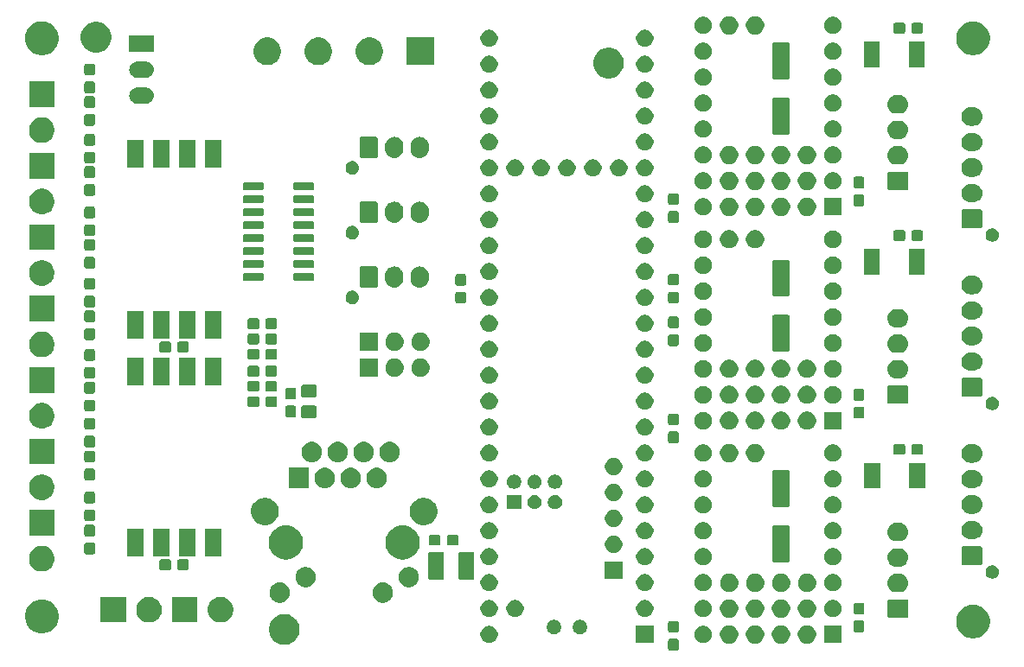
<source format=gbr>
G04 #@! TF.GenerationSoftware,KiCad,Pcbnew,(5.1.5)-3*
G04 #@! TF.CreationDate,2020-08-21T13:56:52-07:00*
G04 #@! TF.ProjectId,teensy4_controller,7465656e-7379-4345-9f63-6f6e74726f6c,rev?*
G04 #@! TF.SameCoordinates,Original*
G04 #@! TF.FileFunction,Soldermask,Top*
G04 #@! TF.FilePolarity,Negative*
%FSLAX46Y46*%
G04 Gerber Fmt 4.6, Leading zero omitted, Abs format (unit mm)*
G04 Created by KiCad (PCBNEW (5.1.5)-3) date 2020-08-21 13:56:52*
%MOMM*%
%LPD*%
G04 APERTURE LIST*
%ADD10C,0.100000*%
G04 APERTURE END LIST*
D10*
G36*
X117204499Y-147863445D02*
G01*
X117241995Y-147874820D01*
X117276554Y-147893292D01*
X117306847Y-147918153D01*
X117331708Y-147948446D01*
X117350180Y-147983005D01*
X117361555Y-148020501D01*
X117366000Y-148065638D01*
X117366000Y-148804362D01*
X117361555Y-148849499D01*
X117350180Y-148886995D01*
X117331708Y-148921554D01*
X117306847Y-148951847D01*
X117276554Y-148976708D01*
X117241995Y-148995180D01*
X117204499Y-149006555D01*
X117159362Y-149011000D01*
X116520638Y-149011000D01*
X116475501Y-149006555D01*
X116438005Y-148995180D01*
X116403446Y-148976708D01*
X116373153Y-148951847D01*
X116348292Y-148921554D01*
X116329820Y-148886995D01*
X116318445Y-148849499D01*
X116314000Y-148804362D01*
X116314000Y-148065638D01*
X116318445Y-148020501D01*
X116329820Y-147983005D01*
X116348292Y-147948446D01*
X116373153Y-147918153D01*
X116403446Y-147893292D01*
X116438005Y-147874820D01*
X116475501Y-147863445D01*
X116520638Y-147859000D01*
X117159362Y-147859000D01*
X117204499Y-147863445D01*
G37*
G36*
X79177534Y-145494103D02*
G01*
X79450515Y-145607176D01*
X79450517Y-145607177D01*
X79549366Y-145673226D01*
X79696193Y-145771333D01*
X79905127Y-145980267D01*
X79916569Y-145997391D01*
X80068988Y-146225501D01*
X80069284Y-146225945D01*
X80182357Y-146498926D01*
X80240000Y-146788722D01*
X80240000Y-147084198D01*
X80182357Y-147373994D01*
X80079174Y-147623098D01*
X80069283Y-147646977D01*
X80038657Y-147692812D01*
X79905127Y-147892653D01*
X79696193Y-148101587D01*
X79653891Y-148129852D01*
X79450517Y-148265743D01*
X79450516Y-148265744D01*
X79450515Y-148265744D01*
X79177534Y-148378817D01*
X78887738Y-148436460D01*
X78592262Y-148436460D01*
X78302466Y-148378817D01*
X78029485Y-148265744D01*
X78029484Y-148265744D01*
X78029483Y-148265743D01*
X77826109Y-148129852D01*
X77783807Y-148101587D01*
X77574873Y-147892653D01*
X77441343Y-147692812D01*
X77410717Y-147646977D01*
X77400826Y-147623098D01*
X77297643Y-147373994D01*
X77240000Y-147084198D01*
X77240000Y-146788722D01*
X77297643Y-146498926D01*
X77410716Y-146225945D01*
X77411013Y-146225501D01*
X77563431Y-145997391D01*
X77574873Y-145980267D01*
X77783807Y-145771333D01*
X77930634Y-145673226D01*
X78029483Y-145607177D01*
X78029485Y-145607176D01*
X78302466Y-145494103D01*
X78592262Y-145436460D01*
X78887738Y-145436460D01*
X79177534Y-145494103D01*
G37*
G36*
X127482512Y-146533927D02*
G01*
X127631812Y-146563624D01*
X127795784Y-146631544D01*
X127943354Y-146730147D01*
X128068853Y-146855646D01*
X128167456Y-147003216D01*
X128235376Y-147167188D01*
X128270000Y-147341259D01*
X128270000Y-147518741D01*
X128235376Y-147692812D01*
X128167456Y-147856784D01*
X128068853Y-148004354D01*
X127943354Y-148129853D01*
X127795784Y-148228456D01*
X127631812Y-148296376D01*
X127482512Y-148326073D01*
X127457742Y-148331000D01*
X127280258Y-148331000D01*
X127255488Y-148326073D01*
X127106188Y-148296376D01*
X126942216Y-148228456D01*
X126794646Y-148129853D01*
X126669147Y-148004354D01*
X126570544Y-147856784D01*
X126502624Y-147692812D01*
X126468000Y-147518741D01*
X126468000Y-147341259D01*
X126502624Y-147167188D01*
X126570544Y-147003216D01*
X126669147Y-146855646D01*
X126794646Y-146730147D01*
X126942216Y-146631544D01*
X127106188Y-146563624D01*
X127255488Y-146533927D01*
X127280258Y-146529000D01*
X127457742Y-146529000D01*
X127482512Y-146533927D01*
G37*
G36*
X130022512Y-146533927D02*
G01*
X130171812Y-146563624D01*
X130335784Y-146631544D01*
X130483354Y-146730147D01*
X130608853Y-146855646D01*
X130707456Y-147003216D01*
X130775376Y-147167188D01*
X130810000Y-147341259D01*
X130810000Y-147518741D01*
X130775376Y-147692812D01*
X130707456Y-147856784D01*
X130608853Y-148004354D01*
X130483354Y-148129853D01*
X130335784Y-148228456D01*
X130171812Y-148296376D01*
X130022512Y-148326073D01*
X129997742Y-148331000D01*
X129820258Y-148331000D01*
X129795488Y-148326073D01*
X129646188Y-148296376D01*
X129482216Y-148228456D01*
X129334646Y-148129853D01*
X129209147Y-148004354D01*
X129110544Y-147856784D01*
X129042624Y-147692812D01*
X129008000Y-147518741D01*
X129008000Y-147341259D01*
X129042624Y-147167188D01*
X129110544Y-147003216D01*
X129209147Y-146855646D01*
X129334646Y-146730147D01*
X129482216Y-146631544D01*
X129646188Y-146563624D01*
X129795488Y-146533927D01*
X129820258Y-146529000D01*
X129997742Y-146529000D01*
X130022512Y-146533927D01*
G37*
G36*
X122402512Y-146533927D02*
G01*
X122551812Y-146563624D01*
X122715784Y-146631544D01*
X122863354Y-146730147D01*
X122988853Y-146855646D01*
X123087456Y-147003216D01*
X123155376Y-147167188D01*
X123190000Y-147341259D01*
X123190000Y-147518741D01*
X123155376Y-147692812D01*
X123087456Y-147856784D01*
X122988853Y-148004354D01*
X122863354Y-148129853D01*
X122715784Y-148228456D01*
X122551812Y-148296376D01*
X122402512Y-148326073D01*
X122377742Y-148331000D01*
X122200258Y-148331000D01*
X122175488Y-148326073D01*
X122026188Y-148296376D01*
X121862216Y-148228456D01*
X121714646Y-148129853D01*
X121589147Y-148004354D01*
X121490544Y-147856784D01*
X121422624Y-147692812D01*
X121388000Y-147518741D01*
X121388000Y-147341259D01*
X121422624Y-147167188D01*
X121490544Y-147003216D01*
X121589147Y-146855646D01*
X121714646Y-146730147D01*
X121862216Y-146631544D01*
X122026188Y-146563624D01*
X122175488Y-146533927D01*
X122200258Y-146529000D01*
X122377742Y-146529000D01*
X122402512Y-146533927D01*
G37*
G36*
X124942512Y-146533927D02*
G01*
X125091812Y-146563624D01*
X125255784Y-146631544D01*
X125403354Y-146730147D01*
X125528853Y-146855646D01*
X125627456Y-147003216D01*
X125695376Y-147167188D01*
X125730000Y-147341259D01*
X125730000Y-147518741D01*
X125695376Y-147692812D01*
X125627456Y-147856784D01*
X125528853Y-148004354D01*
X125403354Y-148129853D01*
X125255784Y-148228456D01*
X125091812Y-148296376D01*
X124942512Y-148326073D01*
X124917742Y-148331000D01*
X124740258Y-148331000D01*
X124715488Y-148326073D01*
X124566188Y-148296376D01*
X124402216Y-148228456D01*
X124254646Y-148129853D01*
X124129147Y-148004354D01*
X124030544Y-147856784D01*
X123962624Y-147692812D01*
X123928000Y-147518741D01*
X123928000Y-147341259D01*
X123962624Y-147167188D01*
X124030544Y-147003216D01*
X124129147Y-146855646D01*
X124254646Y-146730147D01*
X124402216Y-146631544D01*
X124566188Y-146563624D01*
X124715488Y-146533927D01*
X124740258Y-146529000D01*
X124917742Y-146529000D01*
X124942512Y-146533927D01*
G37*
G36*
X119997228Y-146611703D02*
G01*
X120152100Y-146675853D01*
X120291481Y-146768985D01*
X120410015Y-146887519D01*
X120503147Y-147026900D01*
X120567297Y-147181772D01*
X120600000Y-147346184D01*
X120600000Y-147513816D01*
X120567297Y-147678228D01*
X120503147Y-147833100D01*
X120410015Y-147972481D01*
X120291481Y-148091015D01*
X120152100Y-148184147D01*
X119997228Y-148248297D01*
X119832816Y-148281000D01*
X119665184Y-148281000D01*
X119500772Y-148248297D01*
X119345900Y-148184147D01*
X119206519Y-148091015D01*
X119087985Y-147972481D01*
X118994853Y-147833100D01*
X118930703Y-147678228D01*
X118898000Y-147513816D01*
X118898000Y-147346184D01*
X118930703Y-147181772D01*
X118994853Y-147026900D01*
X119087985Y-146887519D01*
X119206519Y-146768985D01*
X119345900Y-146675853D01*
X119500772Y-146611703D01*
X119665184Y-146579000D01*
X119832816Y-146579000D01*
X119997228Y-146611703D01*
G37*
G36*
X114885000Y-148281000D02*
G01*
X113183000Y-148281000D01*
X113183000Y-146579000D01*
X114885000Y-146579000D01*
X114885000Y-148281000D01*
G37*
G36*
X133300000Y-148281000D02*
G01*
X131598000Y-148281000D01*
X131598000Y-146579000D01*
X133300000Y-146579000D01*
X133300000Y-148281000D01*
G37*
G36*
X99042228Y-146611703D02*
G01*
X99197100Y-146675853D01*
X99336481Y-146768985D01*
X99455015Y-146887519D01*
X99548147Y-147026900D01*
X99612297Y-147181772D01*
X99645000Y-147346184D01*
X99645000Y-147513816D01*
X99612297Y-147678228D01*
X99548147Y-147833100D01*
X99455015Y-147972481D01*
X99336481Y-148091015D01*
X99197100Y-148184147D01*
X99042228Y-148248297D01*
X98877816Y-148281000D01*
X98710184Y-148281000D01*
X98545772Y-148248297D01*
X98390900Y-148184147D01*
X98251519Y-148091015D01*
X98132985Y-147972481D01*
X98039853Y-147833100D01*
X97975703Y-147678228D01*
X97943000Y-147513816D01*
X97943000Y-147346184D01*
X97975703Y-147181772D01*
X98039853Y-147026900D01*
X98132985Y-146887519D01*
X98251519Y-146768985D01*
X98390900Y-146675853D01*
X98545772Y-146611703D01*
X98710184Y-146579000D01*
X98877816Y-146579000D01*
X99042228Y-146611703D01*
G37*
G36*
X146540256Y-144551298D02*
G01*
X146646579Y-144572447D01*
X146947042Y-144696903D01*
X147217451Y-144877585D01*
X147447415Y-145107549D01*
X147628097Y-145377958D01*
X147752553Y-145678421D01*
X147772159Y-145776985D01*
X147816000Y-145997389D01*
X147816000Y-146322611D01*
X147781605Y-146495526D01*
X147752553Y-146641579D01*
X147628097Y-146942042D01*
X147447415Y-147212451D01*
X147217451Y-147442415D01*
X146947042Y-147623097D01*
X146947041Y-147623098D01*
X146947040Y-147623098D01*
X146889391Y-147646977D01*
X146646579Y-147747553D01*
X146540256Y-147768702D01*
X146327611Y-147811000D01*
X146002389Y-147811000D01*
X145789744Y-147768702D01*
X145683421Y-147747553D01*
X145440609Y-147646977D01*
X145382960Y-147623098D01*
X145382959Y-147623098D01*
X145382958Y-147623097D01*
X145112549Y-147442415D01*
X144882585Y-147212451D01*
X144701903Y-146942042D01*
X144577447Y-146641579D01*
X144548395Y-146495526D01*
X144514000Y-146322611D01*
X144514000Y-145997389D01*
X144557841Y-145776985D01*
X144577447Y-145678421D01*
X144701903Y-145377958D01*
X144882585Y-145107549D01*
X145112549Y-144877585D01*
X145382958Y-144696903D01*
X145683421Y-144572447D01*
X145789744Y-144551298D01*
X146002389Y-144509000D01*
X146327611Y-144509000D01*
X146540256Y-144551298D01*
G37*
G36*
X107888473Y-146025938D02*
G01*
X108016049Y-146078782D01*
X108130859Y-146155495D01*
X108228505Y-146253141D01*
X108305218Y-146367951D01*
X108358062Y-146495527D01*
X108385000Y-146630956D01*
X108385000Y-146769044D01*
X108358062Y-146904473D01*
X108305218Y-147032049D01*
X108228505Y-147146859D01*
X108130859Y-147244505D01*
X108016049Y-147321218D01*
X107888473Y-147374062D01*
X107753044Y-147401000D01*
X107614956Y-147401000D01*
X107479527Y-147374062D01*
X107351951Y-147321218D01*
X107237141Y-147244505D01*
X107139495Y-147146859D01*
X107062782Y-147032049D01*
X107009938Y-146904473D01*
X106983000Y-146769044D01*
X106983000Y-146630956D01*
X107009938Y-146495527D01*
X107062782Y-146367951D01*
X107139495Y-146253141D01*
X107237141Y-146155495D01*
X107351951Y-146078782D01*
X107479527Y-146025938D01*
X107614956Y-145999000D01*
X107753044Y-145999000D01*
X107888473Y-146025938D01*
G37*
G36*
X105348473Y-146025938D02*
G01*
X105476049Y-146078782D01*
X105590859Y-146155495D01*
X105688505Y-146253141D01*
X105765218Y-146367951D01*
X105818062Y-146495527D01*
X105845000Y-146630956D01*
X105845000Y-146769044D01*
X105818062Y-146904473D01*
X105765218Y-147032049D01*
X105688505Y-147146859D01*
X105590859Y-147244505D01*
X105476049Y-147321218D01*
X105348473Y-147374062D01*
X105213044Y-147401000D01*
X105074956Y-147401000D01*
X104939527Y-147374062D01*
X104811951Y-147321218D01*
X104697141Y-147244505D01*
X104599495Y-147146859D01*
X104522782Y-147032049D01*
X104469938Y-146904473D01*
X104443000Y-146769044D01*
X104443000Y-146630956D01*
X104469938Y-146495527D01*
X104522782Y-146367951D01*
X104599495Y-146253141D01*
X104697141Y-146155495D01*
X104811951Y-146078782D01*
X104939527Y-146025938D01*
X105074956Y-145999000D01*
X105213044Y-145999000D01*
X105348473Y-146025938D01*
G37*
G36*
X55324495Y-144041201D02*
G01*
X55481579Y-144072447D01*
X55782042Y-144196903D01*
X56052451Y-144377585D01*
X56282415Y-144607549D01*
X56463097Y-144877958D01*
X56558198Y-145107551D01*
X56587553Y-145178422D01*
X56650347Y-145494104D01*
X56651000Y-145497391D01*
X56651000Y-145822609D01*
X56587553Y-146141579D01*
X56463097Y-146442042D01*
X56282415Y-146712451D01*
X56052451Y-146942415D01*
X55782042Y-147123097D01*
X55782041Y-147123098D01*
X55782040Y-147123098D01*
X55743724Y-147138969D01*
X55481579Y-147247553D01*
X55413976Y-147261000D01*
X55162611Y-147311000D01*
X54837389Y-147311000D01*
X54586024Y-147261000D01*
X54518421Y-147247553D01*
X54256276Y-147138969D01*
X54217960Y-147123098D01*
X54217959Y-147123098D01*
X54217958Y-147123097D01*
X53947549Y-146942415D01*
X53717585Y-146712451D01*
X53536903Y-146442042D01*
X53412447Y-146141579D01*
X53349000Y-145822609D01*
X53349000Y-145497391D01*
X53349654Y-145494104D01*
X53412447Y-145178422D01*
X53441803Y-145107551D01*
X53536903Y-144877958D01*
X53717585Y-144607549D01*
X53947549Y-144377585D01*
X54217958Y-144196903D01*
X54518421Y-144072447D01*
X54675505Y-144041201D01*
X54837389Y-144009000D01*
X55162611Y-144009000D01*
X55324495Y-144041201D01*
G37*
G36*
X117204499Y-146113445D02*
G01*
X117241995Y-146124820D01*
X117276554Y-146143292D01*
X117306847Y-146168153D01*
X117331708Y-146198446D01*
X117350180Y-146233005D01*
X117361555Y-146270501D01*
X117366000Y-146315638D01*
X117366000Y-147054362D01*
X117361555Y-147099499D01*
X117350180Y-147136995D01*
X117331708Y-147171554D01*
X117306847Y-147201847D01*
X117276554Y-147226708D01*
X117241995Y-147245180D01*
X117204499Y-147256555D01*
X117159362Y-147261000D01*
X116520638Y-147261000D01*
X116475501Y-147256555D01*
X116438005Y-147245180D01*
X116403446Y-147226708D01*
X116373153Y-147201847D01*
X116348292Y-147171554D01*
X116329820Y-147136995D01*
X116318445Y-147099499D01*
X116314000Y-147054362D01*
X116314000Y-146315638D01*
X116318445Y-146270501D01*
X116329820Y-146233005D01*
X116348292Y-146198446D01*
X116373153Y-146168153D01*
X116403446Y-146143292D01*
X116438005Y-146124820D01*
X116475501Y-146113445D01*
X116520638Y-146109000D01*
X117159362Y-146109000D01*
X117204499Y-146113445D01*
G37*
G36*
X135353499Y-146068445D02*
G01*
X135390995Y-146079820D01*
X135425554Y-146098292D01*
X135455847Y-146123153D01*
X135480708Y-146153446D01*
X135499180Y-146188005D01*
X135510555Y-146225501D01*
X135515000Y-146270638D01*
X135515000Y-147009362D01*
X135510555Y-147054499D01*
X135499180Y-147091995D01*
X135480708Y-147126554D01*
X135455847Y-147156847D01*
X135425554Y-147181708D01*
X135390995Y-147200180D01*
X135353499Y-147211555D01*
X135308362Y-147216000D01*
X134669638Y-147216000D01*
X134624501Y-147211555D01*
X134587005Y-147200180D01*
X134552446Y-147181708D01*
X134522153Y-147156847D01*
X134497292Y-147126554D01*
X134478820Y-147091995D01*
X134467445Y-147054499D01*
X134463000Y-147009362D01*
X134463000Y-146270638D01*
X134467445Y-146225501D01*
X134478820Y-146188005D01*
X134497292Y-146153446D01*
X134522153Y-146123153D01*
X134552446Y-146098292D01*
X134587005Y-146079820D01*
X134624501Y-146068445D01*
X134669638Y-146064000D01*
X135308362Y-146064000D01*
X135353499Y-146068445D01*
G37*
G36*
X70251000Y-146251000D02*
G01*
X67749000Y-146251000D01*
X67749000Y-143749000D01*
X70251000Y-143749000D01*
X70251000Y-146251000D01*
G37*
G36*
X72838298Y-143791783D02*
G01*
X72864903Y-143797075D01*
X73092571Y-143891378D01*
X73297466Y-144028285D01*
X73471715Y-144202534D01*
X73608622Y-144407429D01*
X73608623Y-144407431D01*
X73702925Y-144635097D01*
X73751000Y-144876786D01*
X73751000Y-145123214D01*
X73702925Y-145364903D01*
X73679409Y-145421677D01*
X73608622Y-145592571D01*
X73471715Y-145797466D01*
X73297466Y-145971715D01*
X73092571Y-146108622D01*
X73092570Y-146108623D01*
X73092569Y-146108623D01*
X72864903Y-146202925D01*
X72623214Y-146251000D01*
X72376786Y-146251000D01*
X72135097Y-146202925D01*
X71907431Y-146108623D01*
X71907430Y-146108623D01*
X71907429Y-146108622D01*
X71702534Y-145971715D01*
X71528285Y-145797466D01*
X71391378Y-145592571D01*
X71320592Y-145421677D01*
X71297075Y-145364903D01*
X71249000Y-145123214D01*
X71249000Y-144876786D01*
X71297075Y-144635097D01*
X71391377Y-144407431D01*
X71391378Y-144407429D01*
X71528285Y-144202534D01*
X71702534Y-144028285D01*
X71907429Y-143891378D01*
X72135097Y-143797075D01*
X72161702Y-143791783D01*
X72376786Y-143749000D01*
X72623214Y-143749000D01*
X72838298Y-143791783D01*
G37*
G36*
X65838298Y-143791783D02*
G01*
X65864903Y-143797075D01*
X66092571Y-143891378D01*
X66297466Y-144028285D01*
X66471715Y-144202534D01*
X66608622Y-144407429D01*
X66608623Y-144407431D01*
X66702925Y-144635097D01*
X66751000Y-144876786D01*
X66751000Y-145123214D01*
X66702925Y-145364903D01*
X66679409Y-145421677D01*
X66608622Y-145592571D01*
X66471715Y-145797466D01*
X66297466Y-145971715D01*
X66092571Y-146108622D01*
X66092570Y-146108623D01*
X66092569Y-146108623D01*
X65864903Y-146202925D01*
X65623214Y-146251000D01*
X65376786Y-146251000D01*
X65135097Y-146202925D01*
X64907431Y-146108623D01*
X64907430Y-146108623D01*
X64907429Y-146108622D01*
X64702534Y-145971715D01*
X64528285Y-145797466D01*
X64391378Y-145592571D01*
X64320592Y-145421677D01*
X64297075Y-145364903D01*
X64249000Y-145123214D01*
X64249000Y-144876786D01*
X64297075Y-144635097D01*
X64391377Y-144407431D01*
X64391378Y-144407429D01*
X64528285Y-144202534D01*
X64702534Y-144028285D01*
X64907429Y-143891378D01*
X65135097Y-143797075D01*
X65161702Y-143791783D01*
X65376786Y-143749000D01*
X65623214Y-143749000D01*
X65838298Y-143791783D01*
G37*
G36*
X63251000Y-146251000D02*
G01*
X60749000Y-146251000D01*
X60749000Y-143749000D01*
X63251000Y-143749000D01*
X63251000Y-146251000D01*
G37*
G36*
X139682600Y-143992989D02*
G01*
X139715652Y-144003015D01*
X139746103Y-144019292D01*
X139772799Y-144041201D01*
X139794708Y-144067897D01*
X139810985Y-144098348D01*
X139821011Y-144131400D01*
X139825000Y-144171903D01*
X139825000Y-145608097D01*
X139821011Y-145648600D01*
X139810985Y-145681652D01*
X139794708Y-145712103D01*
X139772799Y-145738799D01*
X139746103Y-145760708D01*
X139715652Y-145776985D01*
X139682600Y-145787011D01*
X139642097Y-145791000D01*
X137955903Y-145791000D01*
X137915400Y-145787011D01*
X137882348Y-145776985D01*
X137851897Y-145760708D01*
X137825201Y-145738799D01*
X137803292Y-145712103D01*
X137787015Y-145681652D01*
X137776989Y-145648600D01*
X137773000Y-145608097D01*
X137773000Y-144171903D01*
X137776989Y-144131400D01*
X137787015Y-144098348D01*
X137803292Y-144067897D01*
X137825201Y-144041201D01*
X137851897Y-144019292D01*
X137882348Y-144003015D01*
X137915400Y-143992989D01*
X137955903Y-143989000D01*
X139642097Y-143989000D01*
X139682600Y-143992989D01*
G37*
G36*
X122397796Y-143992989D02*
G01*
X122551812Y-144023624D01*
X122715784Y-144091544D01*
X122863354Y-144190147D01*
X122988853Y-144315646D01*
X123087456Y-144463216D01*
X123155376Y-144627188D01*
X123190000Y-144801259D01*
X123190000Y-144978741D01*
X123155376Y-145152812D01*
X123087456Y-145316784D01*
X122988853Y-145464354D01*
X122863354Y-145589853D01*
X122715784Y-145688456D01*
X122551812Y-145756376D01*
X122403341Y-145785908D01*
X122377742Y-145791000D01*
X122200258Y-145791000D01*
X122174659Y-145785908D01*
X122026188Y-145756376D01*
X121862216Y-145688456D01*
X121714646Y-145589853D01*
X121589147Y-145464354D01*
X121490544Y-145316784D01*
X121422624Y-145152812D01*
X121388000Y-144978741D01*
X121388000Y-144801259D01*
X121422624Y-144627188D01*
X121490544Y-144463216D01*
X121589147Y-144315646D01*
X121714646Y-144190147D01*
X121862216Y-144091544D01*
X122026188Y-144023624D01*
X122180204Y-143992989D01*
X122200258Y-143989000D01*
X122377742Y-143989000D01*
X122397796Y-143992989D01*
G37*
G36*
X124937796Y-143992989D02*
G01*
X125091812Y-144023624D01*
X125255784Y-144091544D01*
X125403354Y-144190147D01*
X125528853Y-144315646D01*
X125627456Y-144463216D01*
X125695376Y-144627188D01*
X125730000Y-144801259D01*
X125730000Y-144978741D01*
X125695376Y-145152812D01*
X125627456Y-145316784D01*
X125528853Y-145464354D01*
X125403354Y-145589853D01*
X125255784Y-145688456D01*
X125091812Y-145756376D01*
X124943341Y-145785908D01*
X124917742Y-145791000D01*
X124740258Y-145791000D01*
X124714659Y-145785908D01*
X124566188Y-145756376D01*
X124402216Y-145688456D01*
X124254646Y-145589853D01*
X124129147Y-145464354D01*
X124030544Y-145316784D01*
X123962624Y-145152812D01*
X123928000Y-144978741D01*
X123928000Y-144801259D01*
X123962624Y-144627188D01*
X124030544Y-144463216D01*
X124129147Y-144315646D01*
X124254646Y-144190147D01*
X124402216Y-144091544D01*
X124566188Y-144023624D01*
X124720204Y-143992989D01*
X124740258Y-143989000D01*
X124917742Y-143989000D01*
X124937796Y-143992989D01*
G37*
G36*
X130017796Y-143992989D02*
G01*
X130171812Y-144023624D01*
X130335784Y-144091544D01*
X130483354Y-144190147D01*
X130608853Y-144315646D01*
X130707456Y-144463216D01*
X130775376Y-144627188D01*
X130810000Y-144801259D01*
X130810000Y-144978741D01*
X130775376Y-145152812D01*
X130707456Y-145316784D01*
X130608853Y-145464354D01*
X130483354Y-145589853D01*
X130335784Y-145688456D01*
X130171812Y-145756376D01*
X130023341Y-145785908D01*
X129997742Y-145791000D01*
X129820258Y-145791000D01*
X129794659Y-145785908D01*
X129646188Y-145756376D01*
X129482216Y-145688456D01*
X129334646Y-145589853D01*
X129209147Y-145464354D01*
X129110544Y-145316784D01*
X129042624Y-145152812D01*
X129008000Y-144978741D01*
X129008000Y-144801259D01*
X129042624Y-144627188D01*
X129110544Y-144463216D01*
X129209147Y-144315646D01*
X129334646Y-144190147D01*
X129482216Y-144091544D01*
X129646188Y-144023624D01*
X129800204Y-143992989D01*
X129820258Y-143989000D01*
X129997742Y-143989000D01*
X130017796Y-143992989D01*
G37*
G36*
X127477796Y-143992989D02*
G01*
X127631812Y-144023624D01*
X127795784Y-144091544D01*
X127943354Y-144190147D01*
X128068853Y-144315646D01*
X128167456Y-144463216D01*
X128235376Y-144627188D01*
X128270000Y-144801259D01*
X128270000Y-144978741D01*
X128235376Y-145152812D01*
X128167456Y-145316784D01*
X128068853Y-145464354D01*
X127943354Y-145589853D01*
X127795784Y-145688456D01*
X127631812Y-145756376D01*
X127483341Y-145785908D01*
X127457742Y-145791000D01*
X127280258Y-145791000D01*
X127254659Y-145785908D01*
X127106188Y-145756376D01*
X126942216Y-145688456D01*
X126794646Y-145589853D01*
X126669147Y-145464354D01*
X126570544Y-145316784D01*
X126502624Y-145152812D01*
X126468000Y-144978741D01*
X126468000Y-144801259D01*
X126502624Y-144627188D01*
X126570544Y-144463216D01*
X126669147Y-144315646D01*
X126794646Y-144190147D01*
X126942216Y-144091544D01*
X127106188Y-144023624D01*
X127260204Y-143992989D01*
X127280258Y-143989000D01*
X127457742Y-143989000D01*
X127477796Y-143992989D01*
G37*
G36*
X119997228Y-144071703D02*
G01*
X120152100Y-144135853D01*
X120291481Y-144228985D01*
X120410015Y-144347519D01*
X120503147Y-144486900D01*
X120567297Y-144641772D01*
X120600000Y-144806184D01*
X120600000Y-144973816D01*
X120567297Y-145138228D01*
X120503147Y-145293100D01*
X120410015Y-145432481D01*
X120291481Y-145551015D01*
X120152100Y-145644147D01*
X119997228Y-145708297D01*
X119832816Y-145741000D01*
X119665184Y-145741000D01*
X119500772Y-145708297D01*
X119345900Y-145644147D01*
X119206519Y-145551015D01*
X119087985Y-145432481D01*
X118994853Y-145293100D01*
X118930703Y-145138228D01*
X118898000Y-144973816D01*
X118898000Y-144806184D01*
X118930703Y-144641772D01*
X118994853Y-144486900D01*
X119087985Y-144347519D01*
X119206519Y-144228985D01*
X119345900Y-144135853D01*
X119500772Y-144071703D01*
X119665184Y-144039000D01*
X119832816Y-144039000D01*
X119997228Y-144071703D01*
G37*
G36*
X132697228Y-144071703D02*
G01*
X132852100Y-144135853D01*
X132991481Y-144228985D01*
X133110015Y-144347519D01*
X133203147Y-144486900D01*
X133267297Y-144641772D01*
X133300000Y-144806184D01*
X133300000Y-144973816D01*
X133267297Y-145138228D01*
X133203147Y-145293100D01*
X133110015Y-145432481D01*
X132991481Y-145551015D01*
X132852100Y-145644147D01*
X132697228Y-145708297D01*
X132532816Y-145741000D01*
X132365184Y-145741000D01*
X132200772Y-145708297D01*
X132045900Y-145644147D01*
X131906519Y-145551015D01*
X131787985Y-145432481D01*
X131694853Y-145293100D01*
X131630703Y-145138228D01*
X131598000Y-144973816D01*
X131598000Y-144806184D01*
X131630703Y-144641772D01*
X131694853Y-144486900D01*
X131787985Y-144347519D01*
X131906519Y-144228985D01*
X132045900Y-144135853D01*
X132200772Y-144071703D01*
X132365184Y-144039000D01*
X132532816Y-144039000D01*
X132697228Y-144071703D01*
G37*
G36*
X99042228Y-144071703D02*
G01*
X99197100Y-144135853D01*
X99336481Y-144228985D01*
X99455015Y-144347519D01*
X99548147Y-144486900D01*
X99612297Y-144641772D01*
X99645000Y-144806184D01*
X99645000Y-144973816D01*
X99612297Y-145138228D01*
X99548147Y-145293100D01*
X99455015Y-145432481D01*
X99336481Y-145551015D01*
X99197100Y-145644147D01*
X99042228Y-145708297D01*
X98877816Y-145741000D01*
X98710184Y-145741000D01*
X98545772Y-145708297D01*
X98390900Y-145644147D01*
X98251519Y-145551015D01*
X98132985Y-145432481D01*
X98039853Y-145293100D01*
X97975703Y-145138228D01*
X97943000Y-144973816D01*
X97943000Y-144806184D01*
X97975703Y-144641772D01*
X98039853Y-144486900D01*
X98132985Y-144347519D01*
X98251519Y-144228985D01*
X98390900Y-144135853D01*
X98545772Y-144071703D01*
X98710184Y-144039000D01*
X98877816Y-144039000D01*
X99042228Y-144071703D01*
G37*
G36*
X114282228Y-144071703D02*
G01*
X114437100Y-144135853D01*
X114576481Y-144228985D01*
X114695015Y-144347519D01*
X114788147Y-144486900D01*
X114852297Y-144641772D01*
X114885000Y-144806184D01*
X114885000Y-144973816D01*
X114852297Y-145138228D01*
X114788147Y-145293100D01*
X114695015Y-145432481D01*
X114576481Y-145551015D01*
X114437100Y-145644147D01*
X114282228Y-145708297D01*
X114117816Y-145741000D01*
X113950184Y-145741000D01*
X113785772Y-145708297D01*
X113630900Y-145644147D01*
X113491519Y-145551015D01*
X113372985Y-145432481D01*
X113279853Y-145293100D01*
X113215703Y-145138228D01*
X113183000Y-144973816D01*
X113183000Y-144806184D01*
X113215703Y-144641772D01*
X113279853Y-144486900D01*
X113372985Y-144347519D01*
X113491519Y-144228985D01*
X113630900Y-144135853D01*
X113785772Y-144071703D01*
X113950184Y-144039000D01*
X114117816Y-144039000D01*
X114282228Y-144071703D01*
G37*
G36*
X101582228Y-144071703D02*
G01*
X101737100Y-144135853D01*
X101876481Y-144228985D01*
X101995015Y-144347519D01*
X102088147Y-144486900D01*
X102152297Y-144641772D01*
X102185000Y-144806184D01*
X102185000Y-144973816D01*
X102152297Y-145138228D01*
X102088147Y-145293100D01*
X101995015Y-145432481D01*
X101876481Y-145551015D01*
X101737100Y-145644147D01*
X101582228Y-145708297D01*
X101417816Y-145741000D01*
X101250184Y-145741000D01*
X101085772Y-145708297D01*
X100930900Y-145644147D01*
X100791519Y-145551015D01*
X100672985Y-145432481D01*
X100579853Y-145293100D01*
X100515703Y-145138228D01*
X100483000Y-144973816D01*
X100483000Y-144806184D01*
X100515703Y-144641772D01*
X100579853Y-144486900D01*
X100672985Y-144347519D01*
X100791519Y-144228985D01*
X100930900Y-144135853D01*
X101085772Y-144071703D01*
X101250184Y-144039000D01*
X101417816Y-144039000D01*
X101582228Y-144071703D01*
G37*
G36*
X135353499Y-144318445D02*
G01*
X135390995Y-144329820D01*
X135425554Y-144348292D01*
X135455847Y-144373153D01*
X135480708Y-144403446D01*
X135499180Y-144438005D01*
X135510555Y-144475501D01*
X135515000Y-144520638D01*
X135515000Y-145259362D01*
X135510555Y-145304499D01*
X135499180Y-145341995D01*
X135480708Y-145376554D01*
X135455847Y-145406847D01*
X135425554Y-145431708D01*
X135390995Y-145450180D01*
X135353499Y-145461555D01*
X135308362Y-145466000D01*
X134669638Y-145466000D01*
X134624501Y-145461555D01*
X134587005Y-145450180D01*
X134552446Y-145431708D01*
X134522153Y-145406847D01*
X134497292Y-145376554D01*
X134478820Y-145341995D01*
X134467445Y-145304499D01*
X134463000Y-145259362D01*
X134463000Y-144520638D01*
X134467445Y-144475501D01*
X134478820Y-144438005D01*
X134497292Y-144403446D01*
X134522153Y-144373153D01*
X134552446Y-144348292D01*
X134587005Y-144329820D01*
X134624501Y-144318445D01*
X134669638Y-144314000D01*
X135308362Y-144314000D01*
X135353499Y-144318445D01*
G37*
G36*
X78575521Y-142362275D02*
G01*
X78666153Y-142399816D01*
X78756783Y-142437356D01*
X78919913Y-142546356D01*
X79058644Y-142685087D01*
X79167644Y-142848217D01*
X79186189Y-142892989D01*
X79242725Y-143029479D01*
X79281000Y-143221901D01*
X79281000Y-143418099D01*
X79242725Y-143610521D01*
X79205184Y-143701153D01*
X79167644Y-143791783D01*
X79058644Y-143954913D01*
X78919913Y-144093644D01*
X78756783Y-144202644D01*
X78666152Y-144240184D01*
X78575521Y-144277725D01*
X78383099Y-144316000D01*
X78186901Y-144316000D01*
X77994479Y-144277725D01*
X77903848Y-144240184D01*
X77813217Y-144202644D01*
X77650087Y-144093644D01*
X77511356Y-143954913D01*
X77402356Y-143791783D01*
X77364816Y-143701153D01*
X77327275Y-143610521D01*
X77289000Y-143418099D01*
X77289000Y-143221901D01*
X77327275Y-143029479D01*
X77383811Y-142892989D01*
X77402356Y-142848217D01*
X77511356Y-142685087D01*
X77650087Y-142546356D01*
X77813217Y-142437356D01*
X77903847Y-142399816D01*
X77994479Y-142362275D01*
X78186901Y-142324000D01*
X78383099Y-142324000D01*
X78575521Y-142362275D01*
G37*
G36*
X88685521Y-142362275D02*
G01*
X88776153Y-142399816D01*
X88866783Y-142437356D01*
X89029913Y-142546356D01*
X89168644Y-142685087D01*
X89277644Y-142848217D01*
X89296189Y-142892989D01*
X89352725Y-143029479D01*
X89391000Y-143221901D01*
X89391000Y-143418099D01*
X89352725Y-143610521D01*
X89315184Y-143701153D01*
X89277644Y-143791783D01*
X89168644Y-143954913D01*
X89029913Y-144093644D01*
X88866783Y-144202644D01*
X88776152Y-144240184D01*
X88685521Y-144277725D01*
X88493099Y-144316000D01*
X88296901Y-144316000D01*
X88104479Y-144277725D01*
X88013848Y-144240184D01*
X87923217Y-144202644D01*
X87760087Y-144093644D01*
X87621356Y-143954913D01*
X87512356Y-143791783D01*
X87474816Y-143701153D01*
X87437275Y-143610521D01*
X87399000Y-143418099D01*
X87399000Y-143221901D01*
X87437275Y-143029479D01*
X87493811Y-142892989D01*
X87512356Y-142848217D01*
X87621356Y-142685087D01*
X87760087Y-142546356D01*
X87923217Y-142437356D01*
X88013847Y-142399816D01*
X88104479Y-142362275D01*
X88296901Y-142324000D01*
X88493099Y-142324000D01*
X88685521Y-142362275D01*
G37*
G36*
X139034442Y-141495518D02*
G01*
X139100627Y-141502037D01*
X139270466Y-141553557D01*
X139270468Y-141553558D01*
X139348728Y-141595389D01*
X139426991Y-141637222D01*
X139462729Y-141666552D01*
X139564186Y-141749814D01*
X139611543Y-141807520D01*
X139676778Y-141887009D01*
X139760443Y-142043534D01*
X139811963Y-142213373D01*
X139829359Y-142390000D01*
X139811963Y-142566627D01*
X139760443Y-142736466D01*
X139760442Y-142736468D01*
X139751552Y-142753100D01*
X139676778Y-142892991D01*
X139647448Y-142928729D01*
X139564186Y-143030186D01*
X139462729Y-143113448D01*
X139426991Y-143142778D01*
X139426989Y-143142779D01*
X139278964Y-143221901D01*
X139270466Y-143226443D01*
X139100627Y-143277963D01*
X139034442Y-143284482D01*
X138968260Y-143291000D01*
X138629740Y-143291000D01*
X138563558Y-143284482D01*
X138497373Y-143277963D01*
X138327534Y-143226443D01*
X138319037Y-143221901D01*
X138171011Y-143142779D01*
X138171009Y-143142778D01*
X138135271Y-143113448D01*
X138033814Y-143030186D01*
X137950552Y-142928729D01*
X137921222Y-142892991D01*
X137846448Y-142753100D01*
X137837558Y-142736468D01*
X137837557Y-142736466D01*
X137786037Y-142566627D01*
X137768641Y-142390000D01*
X137786037Y-142213373D01*
X137837557Y-142043534D01*
X137921222Y-141887009D01*
X137986457Y-141807520D01*
X138033814Y-141749814D01*
X138135271Y-141666552D01*
X138171009Y-141637222D01*
X138249271Y-141595390D01*
X138327532Y-141553558D01*
X138327534Y-141553557D01*
X138497373Y-141502037D01*
X138563558Y-141495518D01*
X138629740Y-141489000D01*
X138968260Y-141489000D01*
X139034442Y-141495518D01*
G37*
G36*
X124954512Y-141470927D02*
G01*
X125103812Y-141500624D01*
X125267784Y-141568544D01*
X125415354Y-141667147D01*
X125540853Y-141792646D01*
X125639456Y-141940216D01*
X125707376Y-142104188D01*
X125742000Y-142278259D01*
X125742000Y-142455741D01*
X125707376Y-142629812D01*
X125639456Y-142793784D01*
X125540853Y-142941354D01*
X125415354Y-143066853D01*
X125267784Y-143165456D01*
X125103812Y-143233376D01*
X124954512Y-143263073D01*
X124929742Y-143268000D01*
X124752258Y-143268000D01*
X124727488Y-143263073D01*
X124578188Y-143233376D01*
X124414216Y-143165456D01*
X124266646Y-143066853D01*
X124141147Y-142941354D01*
X124042544Y-142793784D01*
X123974624Y-142629812D01*
X123940000Y-142455741D01*
X123940000Y-142278259D01*
X123974624Y-142104188D01*
X124042544Y-141940216D01*
X124141147Y-141792646D01*
X124266646Y-141667147D01*
X124414216Y-141568544D01*
X124578188Y-141500624D01*
X124727488Y-141470927D01*
X124752258Y-141466000D01*
X124929742Y-141466000D01*
X124954512Y-141470927D01*
G37*
G36*
X122414512Y-141470927D02*
G01*
X122563812Y-141500624D01*
X122727784Y-141568544D01*
X122875354Y-141667147D01*
X123000853Y-141792646D01*
X123099456Y-141940216D01*
X123167376Y-142104188D01*
X123202000Y-142278259D01*
X123202000Y-142455741D01*
X123167376Y-142629812D01*
X123099456Y-142793784D01*
X123000853Y-142941354D01*
X122875354Y-143066853D01*
X122727784Y-143165456D01*
X122563812Y-143233376D01*
X122414512Y-143263073D01*
X122389742Y-143268000D01*
X122212258Y-143268000D01*
X122187488Y-143263073D01*
X122038188Y-143233376D01*
X121874216Y-143165456D01*
X121726646Y-143066853D01*
X121601147Y-142941354D01*
X121502544Y-142793784D01*
X121434624Y-142629812D01*
X121400000Y-142455741D01*
X121400000Y-142278259D01*
X121434624Y-142104188D01*
X121502544Y-141940216D01*
X121601147Y-141792646D01*
X121726646Y-141667147D01*
X121874216Y-141568544D01*
X122038188Y-141500624D01*
X122187488Y-141470927D01*
X122212258Y-141466000D01*
X122389742Y-141466000D01*
X122414512Y-141470927D01*
G37*
G36*
X127494512Y-141470927D02*
G01*
X127643812Y-141500624D01*
X127807784Y-141568544D01*
X127955354Y-141667147D01*
X128080853Y-141792646D01*
X128179456Y-141940216D01*
X128247376Y-142104188D01*
X128282000Y-142278259D01*
X128282000Y-142455741D01*
X128247376Y-142629812D01*
X128179456Y-142793784D01*
X128080853Y-142941354D01*
X127955354Y-143066853D01*
X127807784Y-143165456D01*
X127643812Y-143233376D01*
X127494512Y-143263073D01*
X127469742Y-143268000D01*
X127292258Y-143268000D01*
X127267488Y-143263073D01*
X127118188Y-143233376D01*
X126954216Y-143165456D01*
X126806646Y-143066853D01*
X126681147Y-142941354D01*
X126582544Y-142793784D01*
X126514624Y-142629812D01*
X126480000Y-142455741D01*
X126480000Y-142278259D01*
X126514624Y-142104188D01*
X126582544Y-141940216D01*
X126681147Y-141792646D01*
X126806646Y-141667147D01*
X126954216Y-141568544D01*
X127118188Y-141500624D01*
X127267488Y-141470927D01*
X127292258Y-141466000D01*
X127469742Y-141466000D01*
X127494512Y-141470927D01*
G37*
G36*
X130034512Y-141470927D02*
G01*
X130183812Y-141500624D01*
X130347784Y-141568544D01*
X130495354Y-141667147D01*
X130620853Y-141792646D01*
X130719456Y-141940216D01*
X130787376Y-142104188D01*
X130822000Y-142278259D01*
X130822000Y-142455741D01*
X130787376Y-142629812D01*
X130719456Y-142793784D01*
X130620853Y-142941354D01*
X130495354Y-143066853D01*
X130347784Y-143165456D01*
X130183812Y-143233376D01*
X130034512Y-143263073D01*
X130009742Y-143268000D01*
X129832258Y-143268000D01*
X129807488Y-143263073D01*
X129658188Y-143233376D01*
X129494216Y-143165456D01*
X129346646Y-143066853D01*
X129221147Y-142941354D01*
X129122544Y-142793784D01*
X129054624Y-142629812D01*
X129020000Y-142455741D01*
X129020000Y-142278259D01*
X129054624Y-142104188D01*
X129122544Y-141940216D01*
X129221147Y-141792646D01*
X129346646Y-141667147D01*
X129494216Y-141568544D01*
X129658188Y-141500624D01*
X129807488Y-141470927D01*
X129832258Y-141466000D01*
X130009742Y-141466000D01*
X130034512Y-141470927D01*
G37*
G36*
X99042228Y-141531703D02*
G01*
X99197100Y-141595853D01*
X99336481Y-141688985D01*
X99455015Y-141807519D01*
X99548147Y-141946900D01*
X99612297Y-142101772D01*
X99645000Y-142266184D01*
X99645000Y-142433816D01*
X99612297Y-142598228D01*
X99548147Y-142753100D01*
X99455015Y-142892481D01*
X99336481Y-143011015D01*
X99197100Y-143104147D01*
X99042228Y-143168297D01*
X98877816Y-143201000D01*
X98710184Y-143201000D01*
X98545772Y-143168297D01*
X98390900Y-143104147D01*
X98251519Y-143011015D01*
X98132985Y-142892481D01*
X98039853Y-142753100D01*
X97975703Y-142598228D01*
X97943000Y-142433816D01*
X97943000Y-142266184D01*
X97975703Y-142101772D01*
X98039853Y-141946900D01*
X98132985Y-141807519D01*
X98251519Y-141688985D01*
X98390900Y-141595853D01*
X98545772Y-141531703D01*
X98710184Y-141499000D01*
X98877816Y-141499000D01*
X99042228Y-141531703D01*
G37*
G36*
X132697228Y-141531703D02*
G01*
X132852100Y-141595853D01*
X132991481Y-141688985D01*
X133110015Y-141807519D01*
X133203147Y-141946900D01*
X133267297Y-142101772D01*
X133300000Y-142266184D01*
X133300000Y-142433816D01*
X133267297Y-142598228D01*
X133203147Y-142753100D01*
X133110015Y-142892481D01*
X132991481Y-143011015D01*
X132852100Y-143104147D01*
X132697228Y-143168297D01*
X132532816Y-143201000D01*
X132365184Y-143201000D01*
X132200772Y-143168297D01*
X132045900Y-143104147D01*
X131906519Y-143011015D01*
X131787985Y-142892481D01*
X131694853Y-142753100D01*
X131630703Y-142598228D01*
X131598000Y-142433816D01*
X131598000Y-142266184D01*
X131630703Y-142101772D01*
X131694853Y-141946900D01*
X131787985Y-141807519D01*
X131906519Y-141688985D01*
X132045900Y-141595853D01*
X132200772Y-141531703D01*
X132365184Y-141499000D01*
X132532816Y-141499000D01*
X132697228Y-141531703D01*
G37*
G36*
X119997228Y-141531703D02*
G01*
X120152100Y-141595853D01*
X120291481Y-141688985D01*
X120410015Y-141807519D01*
X120503147Y-141946900D01*
X120567297Y-142101772D01*
X120600000Y-142266184D01*
X120600000Y-142433816D01*
X120567297Y-142598228D01*
X120503147Y-142753100D01*
X120410015Y-142892481D01*
X120291481Y-143011015D01*
X120152100Y-143104147D01*
X119997228Y-143168297D01*
X119832816Y-143201000D01*
X119665184Y-143201000D01*
X119500772Y-143168297D01*
X119345900Y-143104147D01*
X119206519Y-143011015D01*
X119087985Y-142892481D01*
X118994853Y-142753100D01*
X118930703Y-142598228D01*
X118898000Y-142433816D01*
X118898000Y-142266184D01*
X118930703Y-142101772D01*
X118994853Y-141946900D01*
X119087985Y-141807519D01*
X119206519Y-141688985D01*
X119345900Y-141595853D01*
X119500772Y-141531703D01*
X119665184Y-141499000D01*
X119832816Y-141499000D01*
X119997228Y-141531703D01*
G37*
G36*
X114282228Y-141531703D02*
G01*
X114437100Y-141595853D01*
X114576481Y-141688985D01*
X114695015Y-141807519D01*
X114788147Y-141946900D01*
X114852297Y-142101772D01*
X114885000Y-142266184D01*
X114885000Y-142433816D01*
X114852297Y-142598228D01*
X114788147Y-142753100D01*
X114695015Y-142892481D01*
X114576481Y-143011015D01*
X114437100Y-143104147D01*
X114282228Y-143168297D01*
X114117816Y-143201000D01*
X113950184Y-143201000D01*
X113785772Y-143168297D01*
X113630900Y-143104147D01*
X113491519Y-143011015D01*
X113372985Y-142892481D01*
X113279853Y-142753100D01*
X113215703Y-142598228D01*
X113183000Y-142433816D01*
X113183000Y-142266184D01*
X113215703Y-142101772D01*
X113279853Y-141946900D01*
X113372985Y-141807519D01*
X113491519Y-141688985D01*
X113630900Y-141595853D01*
X113785772Y-141531703D01*
X113950184Y-141499000D01*
X114117816Y-141499000D01*
X114282228Y-141531703D01*
G37*
G36*
X91225521Y-140842275D02*
G01*
X91316152Y-140879816D01*
X91406783Y-140917356D01*
X91569913Y-141026356D01*
X91708644Y-141165087D01*
X91817644Y-141328217D01*
X91832515Y-141364119D01*
X91892725Y-141509479D01*
X91931000Y-141701901D01*
X91931000Y-141898099D01*
X91892725Y-142090521D01*
X91887063Y-142104189D01*
X91817644Y-142271783D01*
X91708644Y-142434913D01*
X91569913Y-142573644D01*
X91406783Y-142682644D01*
X91316153Y-142720184D01*
X91225521Y-142757725D01*
X91033099Y-142796000D01*
X90836901Y-142796000D01*
X90644479Y-142757725D01*
X90553847Y-142720184D01*
X90463217Y-142682644D01*
X90300087Y-142573644D01*
X90161356Y-142434913D01*
X90052356Y-142271783D01*
X89982937Y-142104189D01*
X89977275Y-142090521D01*
X89939000Y-141898099D01*
X89939000Y-141701901D01*
X89977275Y-141509479D01*
X90037485Y-141364119D01*
X90052356Y-141328217D01*
X90161356Y-141165087D01*
X90300087Y-141026356D01*
X90463217Y-140917356D01*
X90553848Y-140879816D01*
X90644479Y-140842275D01*
X90836901Y-140804000D01*
X91033099Y-140804000D01*
X91225521Y-140842275D01*
G37*
G36*
X81115521Y-140842275D02*
G01*
X81206152Y-140879816D01*
X81296783Y-140917356D01*
X81459913Y-141026356D01*
X81598644Y-141165087D01*
X81707644Y-141328217D01*
X81722515Y-141364119D01*
X81782725Y-141509479D01*
X81821000Y-141701901D01*
X81821000Y-141898099D01*
X81782725Y-142090521D01*
X81777063Y-142104189D01*
X81707644Y-142271783D01*
X81598644Y-142434913D01*
X81459913Y-142573644D01*
X81296783Y-142682644D01*
X81206153Y-142720184D01*
X81115521Y-142757725D01*
X80923099Y-142796000D01*
X80726901Y-142796000D01*
X80534479Y-142757725D01*
X80443847Y-142720184D01*
X80353217Y-142682644D01*
X80190087Y-142573644D01*
X80051356Y-142434913D01*
X79942356Y-142271783D01*
X79872937Y-142104189D01*
X79867275Y-142090521D01*
X79829000Y-141898099D01*
X79829000Y-141701901D01*
X79867275Y-141509479D01*
X79927485Y-141364119D01*
X79942356Y-141328217D01*
X80051356Y-141165087D01*
X80190087Y-141026356D01*
X80353217Y-140917356D01*
X80443848Y-140879816D01*
X80534479Y-140842275D01*
X80726901Y-140804000D01*
X80923099Y-140804000D01*
X81115521Y-140842275D01*
G37*
G36*
X97187062Y-139344181D02*
G01*
X97221981Y-139354774D01*
X97254163Y-139371976D01*
X97282373Y-139395127D01*
X97305524Y-139423337D01*
X97322726Y-139455519D01*
X97333319Y-139490438D01*
X97337500Y-139532895D01*
X97337500Y-141899105D01*
X97333319Y-141941562D01*
X97322726Y-141976481D01*
X97305524Y-142008663D01*
X97282373Y-142036873D01*
X97254163Y-142060024D01*
X97221981Y-142077226D01*
X97187062Y-142087819D01*
X97144605Y-142092000D01*
X96003395Y-142092000D01*
X95960938Y-142087819D01*
X95926019Y-142077226D01*
X95893837Y-142060024D01*
X95865627Y-142036873D01*
X95842476Y-142008663D01*
X95825274Y-141976481D01*
X95814681Y-141941562D01*
X95810500Y-141899105D01*
X95810500Y-139532895D01*
X95814681Y-139490438D01*
X95825274Y-139455519D01*
X95842476Y-139423337D01*
X95865627Y-139395127D01*
X95893837Y-139371976D01*
X95926019Y-139354774D01*
X95960938Y-139344181D01*
X96003395Y-139340000D01*
X97144605Y-139340000D01*
X97187062Y-139344181D01*
G37*
G36*
X94212062Y-139344181D02*
G01*
X94246981Y-139354774D01*
X94279163Y-139371976D01*
X94307373Y-139395127D01*
X94330524Y-139423337D01*
X94347726Y-139455519D01*
X94358319Y-139490438D01*
X94362500Y-139532895D01*
X94362500Y-141899105D01*
X94358319Y-141941562D01*
X94347726Y-141976481D01*
X94330524Y-142008663D01*
X94307373Y-142036873D01*
X94279163Y-142060024D01*
X94246981Y-142077226D01*
X94212062Y-142087819D01*
X94169605Y-142092000D01*
X93028395Y-142092000D01*
X92985938Y-142087819D01*
X92951019Y-142077226D01*
X92918837Y-142060024D01*
X92890627Y-142036873D01*
X92867476Y-142008663D01*
X92850274Y-141976481D01*
X92839681Y-141941562D01*
X92835500Y-141899105D01*
X92835500Y-139532895D01*
X92839681Y-139490438D01*
X92850274Y-139455519D01*
X92867476Y-139423337D01*
X92890627Y-139395127D01*
X92918837Y-139371976D01*
X92951019Y-139354774D01*
X92985938Y-139344181D01*
X93028395Y-139340000D01*
X94169605Y-139340000D01*
X94212062Y-139344181D01*
G37*
G36*
X111834200Y-141981800D02*
G01*
X110132200Y-141981800D01*
X110132200Y-140279800D01*
X111834200Y-140279800D01*
X111834200Y-141981800D01*
G37*
G36*
X148174448Y-140661000D02*
G01*
X148239890Y-140674017D01*
X148358364Y-140723091D01*
X148464988Y-140794335D01*
X148555665Y-140885012D01*
X148626481Y-140990995D01*
X148626910Y-140991638D01*
X148675983Y-141110110D01*
X148701000Y-141235881D01*
X148701000Y-141364119D01*
X148675983Y-141489890D01*
X148658663Y-141531705D01*
X148626909Y-141608364D01*
X148555665Y-141714988D01*
X148464988Y-141805665D01*
X148358364Y-141876909D01*
X148358363Y-141876910D01*
X148358362Y-141876910D01*
X148239890Y-141925983D01*
X148114119Y-141951000D01*
X147985881Y-141951000D01*
X147860110Y-141925983D01*
X147741638Y-141876910D01*
X147741637Y-141876910D01*
X147741636Y-141876909D01*
X147635012Y-141805665D01*
X147544335Y-141714988D01*
X147473091Y-141608364D01*
X147441338Y-141531705D01*
X147424017Y-141489890D01*
X147399000Y-141364119D01*
X147399000Y-141235881D01*
X147424017Y-141110110D01*
X147473090Y-140991638D01*
X147473520Y-140990995D01*
X147544335Y-140885012D01*
X147635012Y-140794335D01*
X147741636Y-140723091D01*
X147860110Y-140674017D01*
X147925552Y-140661000D01*
X147985881Y-140649000D01*
X148114119Y-140649000D01*
X148174448Y-140661000D01*
G37*
G36*
X55364903Y-138797075D02*
G01*
X55592571Y-138891378D01*
X55797466Y-139028285D01*
X55971715Y-139202534D01*
X56108622Y-139407429D01*
X56108623Y-139407431D01*
X56202925Y-139635097D01*
X56251000Y-139876786D01*
X56251000Y-140123214D01*
X56231189Y-140222810D01*
X56202925Y-140364903D01*
X56108622Y-140592571D01*
X55971715Y-140797466D01*
X55797466Y-140971715D01*
X55592571Y-141108622D01*
X55592570Y-141108623D01*
X55592569Y-141108623D01*
X55364903Y-141202925D01*
X55123214Y-141251000D01*
X54876786Y-141251000D01*
X54635097Y-141202925D01*
X54407431Y-141108623D01*
X54407430Y-141108623D01*
X54407429Y-141108622D01*
X54202534Y-140971715D01*
X54028285Y-140797466D01*
X53891378Y-140592571D01*
X53797075Y-140364903D01*
X53768811Y-140222810D01*
X53749000Y-140123214D01*
X53749000Y-139876786D01*
X53797075Y-139635097D01*
X53891377Y-139407431D01*
X53891378Y-139407429D01*
X54028285Y-139202534D01*
X54202534Y-139028285D01*
X54407429Y-138891378D01*
X54635097Y-138797075D01*
X54876786Y-138749000D01*
X55123214Y-138749000D01*
X55364903Y-138797075D01*
G37*
G36*
X69248499Y-140067445D02*
G01*
X69285995Y-140078820D01*
X69320554Y-140097292D01*
X69350847Y-140122153D01*
X69375708Y-140152446D01*
X69394180Y-140187005D01*
X69405555Y-140224501D01*
X69410000Y-140269638D01*
X69410000Y-140908362D01*
X69405555Y-140953499D01*
X69394180Y-140990995D01*
X69375708Y-141025554D01*
X69350847Y-141055847D01*
X69320554Y-141080708D01*
X69285995Y-141099180D01*
X69248499Y-141110555D01*
X69203362Y-141115000D01*
X68464638Y-141115000D01*
X68419501Y-141110555D01*
X68382005Y-141099180D01*
X68347446Y-141080708D01*
X68317153Y-141055847D01*
X68292292Y-141025554D01*
X68273820Y-140990995D01*
X68262445Y-140953499D01*
X68258000Y-140908362D01*
X68258000Y-140269638D01*
X68262445Y-140224501D01*
X68273820Y-140187005D01*
X68292292Y-140152446D01*
X68317153Y-140122153D01*
X68347446Y-140097292D01*
X68382005Y-140078820D01*
X68419501Y-140067445D01*
X68464638Y-140063000D01*
X69203362Y-140063000D01*
X69248499Y-140067445D01*
G37*
G36*
X67498499Y-140067445D02*
G01*
X67535995Y-140078820D01*
X67570554Y-140097292D01*
X67600847Y-140122153D01*
X67625708Y-140152446D01*
X67644180Y-140187005D01*
X67655555Y-140224501D01*
X67660000Y-140269638D01*
X67660000Y-140908362D01*
X67655555Y-140953499D01*
X67644180Y-140990995D01*
X67625708Y-141025554D01*
X67600847Y-141055847D01*
X67570554Y-141080708D01*
X67535995Y-141099180D01*
X67498499Y-141110555D01*
X67453362Y-141115000D01*
X66714638Y-141115000D01*
X66669501Y-141110555D01*
X66632005Y-141099180D01*
X66597446Y-141080708D01*
X66567153Y-141055847D01*
X66542292Y-141025554D01*
X66523820Y-140990995D01*
X66512445Y-140953499D01*
X66508000Y-140908362D01*
X66508000Y-140269638D01*
X66512445Y-140224501D01*
X66523820Y-140187005D01*
X66542292Y-140152446D01*
X66567153Y-140122153D01*
X66597446Y-140097292D01*
X66632005Y-140078820D01*
X66669501Y-140067445D01*
X66714638Y-140063000D01*
X67453362Y-140063000D01*
X67498499Y-140067445D01*
G37*
G36*
X139034442Y-138995518D02*
G01*
X139100627Y-139002037D01*
X139270466Y-139053557D01*
X139270468Y-139053558D01*
X139290003Y-139064000D01*
X139426991Y-139137222D01*
X139441324Y-139148985D01*
X139564186Y-139249814D01*
X139641630Y-139344181D01*
X139676778Y-139387009D01*
X139760443Y-139543534D01*
X139811963Y-139713373D01*
X139829359Y-139890000D01*
X139811963Y-140066627D01*
X139760443Y-140236466D01*
X139676778Y-140392991D01*
X139656174Y-140418097D01*
X139564186Y-140530186D01*
X139462729Y-140613448D01*
X139426991Y-140642778D01*
X139270466Y-140726443D01*
X139100627Y-140777963D01*
X139034443Y-140784481D01*
X138968260Y-140791000D01*
X138629740Y-140791000D01*
X138563557Y-140784481D01*
X138497373Y-140777963D01*
X138327534Y-140726443D01*
X138171009Y-140642778D01*
X138135271Y-140613448D01*
X138033814Y-140530186D01*
X137941826Y-140418097D01*
X137921222Y-140392991D01*
X137837557Y-140236466D01*
X137786037Y-140066627D01*
X137768641Y-139890000D01*
X137786037Y-139713373D01*
X137837557Y-139543534D01*
X137921222Y-139387009D01*
X137956370Y-139344181D01*
X138033814Y-139249814D01*
X138156676Y-139148985D01*
X138171009Y-139137222D01*
X138307997Y-139064000D01*
X138327532Y-139053558D01*
X138327534Y-139053557D01*
X138497373Y-139002037D01*
X138563558Y-138995518D01*
X138629740Y-138989000D01*
X138968260Y-138989000D01*
X139034442Y-138995518D01*
G37*
G36*
X119997228Y-138991703D02*
G01*
X120152100Y-139055853D01*
X120291481Y-139148985D01*
X120410015Y-139267519D01*
X120503147Y-139406900D01*
X120567297Y-139561772D01*
X120600000Y-139726184D01*
X120600000Y-139893816D01*
X120567297Y-140058228D01*
X120503147Y-140213100D01*
X120410015Y-140352481D01*
X120291481Y-140471015D01*
X120152100Y-140564147D01*
X119997228Y-140628297D01*
X119832816Y-140661000D01*
X119665184Y-140661000D01*
X119500772Y-140628297D01*
X119345900Y-140564147D01*
X119206519Y-140471015D01*
X119087985Y-140352481D01*
X118994853Y-140213100D01*
X118930703Y-140058228D01*
X118898000Y-139893816D01*
X118898000Y-139726184D01*
X118930703Y-139561772D01*
X118994853Y-139406900D01*
X119087985Y-139267519D01*
X119206519Y-139148985D01*
X119345900Y-139055853D01*
X119500772Y-138991703D01*
X119665184Y-138959000D01*
X119832816Y-138959000D01*
X119997228Y-138991703D01*
G37*
G36*
X99042228Y-138991703D02*
G01*
X99197100Y-139055853D01*
X99336481Y-139148985D01*
X99455015Y-139267519D01*
X99548147Y-139406900D01*
X99612297Y-139561772D01*
X99645000Y-139726184D01*
X99645000Y-139893816D01*
X99612297Y-140058228D01*
X99548147Y-140213100D01*
X99455015Y-140352481D01*
X99336481Y-140471015D01*
X99197100Y-140564147D01*
X99042228Y-140628297D01*
X98877816Y-140661000D01*
X98710184Y-140661000D01*
X98545772Y-140628297D01*
X98390900Y-140564147D01*
X98251519Y-140471015D01*
X98132985Y-140352481D01*
X98039853Y-140213100D01*
X97975703Y-140058228D01*
X97943000Y-139893816D01*
X97943000Y-139726184D01*
X97975703Y-139561772D01*
X98039853Y-139406900D01*
X98132985Y-139267519D01*
X98251519Y-139148985D01*
X98390900Y-139055853D01*
X98545772Y-138991703D01*
X98710184Y-138959000D01*
X98877816Y-138959000D01*
X99042228Y-138991703D01*
G37*
G36*
X114282228Y-138991703D02*
G01*
X114437100Y-139055853D01*
X114576481Y-139148985D01*
X114695015Y-139267519D01*
X114788147Y-139406900D01*
X114852297Y-139561772D01*
X114885000Y-139726184D01*
X114885000Y-139893816D01*
X114852297Y-140058228D01*
X114788147Y-140213100D01*
X114695015Y-140352481D01*
X114576481Y-140471015D01*
X114437100Y-140564147D01*
X114282228Y-140628297D01*
X114117816Y-140661000D01*
X113950184Y-140661000D01*
X113785772Y-140628297D01*
X113630900Y-140564147D01*
X113491519Y-140471015D01*
X113372985Y-140352481D01*
X113279853Y-140213100D01*
X113215703Y-140058228D01*
X113183000Y-139893816D01*
X113183000Y-139726184D01*
X113215703Y-139561772D01*
X113279853Y-139406900D01*
X113372985Y-139267519D01*
X113491519Y-139148985D01*
X113630900Y-139055853D01*
X113785772Y-138991703D01*
X113950184Y-138959000D01*
X114117816Y-138959000D01*
X114282228Y-138991703D01*
G37*
G36*
X132697228Y-138991703D02*
G01*
X132852100Y-139055853D01*
X132991481Y-139148985D01*
X133110015Y-139267519D01*
X133203147Y-139406900D01*
X133267297Y-139561772D01*
X133300000Y-139726184D01*
X133300000Y-139893816D01*
X133267297Y-140058228D01*
X133203147Y-140213100D01*
X133110015Y-140352481D01*
X132991481Y-140471015D01*
X132852100Y-140564147D01*
X132697228Y-140628297D01*
X132532816Y-140661000D01*
X132365184Y-140661000D01*
X132200772Y-140628297D01*
X132045900Y-140564147D01*
X131906519Y-140471015D01*
X131787985Y-140352481D01*
X131694853Y-140213100D01*
X131630703Y-140058228D01*
X131598000Y-139893816D01*
X131598000Y-139726184D01*
X131630703Y-139561772D01*
X131694853Y-139406900D01*
X131787985Y-139267519D01*
X131906519Y-139148985D01*
X132045900Y-139055853D01*
X132200772Y-138991703D01*
X132365184Y-138959000D01*
X132532816Y-138959000D01*
X132697228Y-138991703D01*
G37*
G36*
X146933600Y-138802989D02*
G01*
X146966652Y-138813015D01*
X146997103Y-138829292D01*
X147023799Y-138851201D01*
X147045708Y-138877897D01*
X147061985Y-138908348D01*
X147072011Y-138941400D01*
X147076000Y-138981903D01*
X147076000Y-140418097D01*
X147072011Y-140458600D01*
X147061985Y-140491652D01*
X147045708Y-140522103D01*
X147023799Y-140548799D01*
X146997103Y-140570708D01*
X146966652Y-140586985D01*
X146933600Y-140597011D01*
X146893097Y-140601000D01*
X145206903Y-140601000D01*
X145166400Y-140597011D01*
X145133348Y-140586985D01*
X145102897Y-140570708D01*
X145076201Y-140548799D01*
X145054292Y-140522103D01*
X145038015Y-140491652D01*
X145027989Y-140458600D01*
X145024000Y-140418097D01*
X145024000Y-138981903D01*
X145027989Y-138941400D01*
X145038015Y-138908348D01*
X145054292Y-138877897D01*
X145076201Y-138851201D01*
X145102897Y-138829292D01*
X145133348Y-138813015D01*
X145166400Y-138802989D01*
X145206903Y-138799000D01*
X146893097Y-138799000D01*
X146933600Y-138802989D01*
G37*
G36*
X128074997Y-136743051D02*
G01*
X128108652Y-136753261D01*
X128139665Y-136769838D01*
X128166851Y-136792149D01*
X128189162Y-136819335D01*
X128205739Y-136850348D01*
X128215949Y-136884003D01*
X128220000Y-136925138D01*
X128220000Y-140154862D01*
X128215949Y-140195997D01*
X128205739Y-140229652D01*
X128189162Y-140260665D01*
X128166851Y-140287851D01*
X128139665Y-140310162D01*
X128108652Y-140326739D01*
X128074997Y-140336949D01*
X128033862Y-140341000D01*
X126704138Y-140341000D01*
X126663003Y-140336949D01*
X126629348Y-140326739D01*
X126598335Y-140310162D01*
X126571149Y-140287851D01*
X126548838Y-140260665D01*
X126532261Y-140229652D01*
X126522051Y-140195997D01*
X126518000Y-140154862D01*
X126518000Y-136925138D01*
X126522051Y-136884003D01*
X126532261Y-136850348D01*
X126548838Y-136819335D01*
X126571149Y-136792149D01*
X126598335Y-136769838D01*
X126629348Y-136753261D01*
X126663003Y-136743051D01*
X126704138Y-136739000D01*
X128033862Y-136739000D01*
X128074997Y-136743051D01*
G37*
G36*
X79157833Y-136763446D02*
G01*
X79383871Y-136808408D01*
X79688883Y-136934748D01*
X79963387Y-137118166D01*
X80196834Y-137351613D01*
X80380252Y-137626117D01*
X80506592Y-137931129D01*
X80525095Y-138024148D01*
X80571000Y-138254927D01*
X80571000Y-138585073D01*
X80551724Y-138681980D01*
X80506592Y-138908871D01*
X80380252Y-139213883D01*
X80196834Y-139488387D01*
X79963387Y-139721834D01*
X79688883Y-139905252D01*
X79383871Y-140031592D01*
X79225973Y-140063000D01*
X79060073Y-140096000D01*
X78729927Y-140096000D01*
X78564027Y-140063000D01*
X78406129Y-140031592D01*
X78101117Y-139905252D01*
X77826613Y-139721834D01*
X77593166Y-139488387D01*
X77409748Y-139213883D01*
X77283408Y-138908871D01*
X77238276Y-138681980D01*
X77219000Y-138585073D01*
X77219000Y-138254927D01*
X77264905Y-138024148D01*
X77283408Y-137931129D01*
X77409748Y-137626117D01*
X77593166Y-137351613D01*
X77826613Y-137118166D01*
X78101117Y-136934748D01*
X78406129Y-136808408D01*
X78632167Y-136763446D01*
X78729927Y-136744000D01*
X79060073Y-136744000D01*
X79157833Y-136763446D01*
G37*
G36*
X90587833Y-136763446D02*
G01*
X90813871Y-136808408D01*
X91118883Y-136934748D01*
X91393387Y-137118166D01*
X91626834Y-137351613D01*
X91810252Y-137626117D01*
X91936592Y-137931129D01*
X91955095Y-138024148D01*
X92001000Y-138254927D01*
X92001000Y-138585073D01*
X91981724Y-138681980D01*
X91936592Y-138908871D01*
X91810252Y-139213883D01*
X91626834Y-139488387D01*
X91393387Y-139721834D01*
X91118883Y-139905252D01*
X90813871Y-140031592D01*
X90655973Y-140063000D01*
X90490073Y-140096000D01*
X90159927Y-140096000D01*
X89994027Y-140063000D01*
X89836129Y-140031592D01*
X89531117Y-139905252D01*
X89256613Y-139721834D01*
X89023166Y-139488387D01*
X88839748Y-139213883D01*
X88713408Y-138908871D01*
X88668276Y-138681980D01*
X88649000Y-138585073D01*
X88649000Y-138254927D01*
X88694905Y-138024148D01*
X88713408Y-137931129D01*
X88839748Y-137626117D01*
X89023166Y-137351613D01*
X89256613Y-137118166D01*
X89531117Y-136934748D01*
X89836129Y-136808408D01*
X90062167Y-136763446D01*
X90159927Y-136744000D01*
X90490073Y-136744000D01*
X90587833Y-136763446D01*
G37*
G36*
X64946000Y-139751000D02*
G01*
X63324000Y-139751000D01*
X63324000Y-137109000D01*
X64946000Y-137109000D01*
X64946000Y-139751000D01*
G37*
G36*
X70026000Y-139751000D02*
G01*
X68404000Y-139751000D01*
X68404000Y-137109000D01*
X70026000Y-137109000D01*
X70026000Y-139751000D01*
G37*
G36*
X72566000Y-139751000D02*
G01*
X70944000Y-139751000D01*
X70944000Y-137109000D01*
X72566000Y-137109000D01*
X72566000Y-139751000D01*
G37*
G36*
X67486000Y-139751000D02*
G01*
X65864000Y-139751000D01*
X65864000Y-137109000D01*
X67486000Y-137109000D01*
X67486000Y-139751000D01*
G37*
G36*
X60054499Y-138428445D02*
G01*
X60091995Y-138439820D01*
X60126554Y-138458292D01*
X60156847Y-138483153D01*
X60181708Y-138513446D01*
X60200180Y-138548005D01*
X60211555Y-138585501D01*
X60216000Y-138630638D01*
X60216000Y-139369362D01*
X60211555Y-139414499D01*
X60200180Y-139451995D01*
X60181708Y-139486554D01*
X60156847Y-139516847D01*
X60126554Y-139541708D01*
X60091995Y-139560180D01*
X60054499Y-139571555D01*
X60009362Y-139576000D01*
X59370638Y-139576000D01*
X59325501Y-139571555D01*
X59288005Y-139560180D01*
X59253446Y-139541708D01*
X59223153Y-139516847D01*
X59198292Y-139486554D01*
X59179820Y-139451995D01*
X59168445Y-139414499D01*
X59164000Y-139369362D01*
X59164000Y-138630638D01*
X59168445Y-138585501D01*
X59179820Y-138548005D01*
X59198292Y-138513446D01*
X59223153Y-138483153D01*
X59253446Y-138458292D01*
X59288005Y-138439820D01*
X59325501Y-138428445D01*
X59370638Y-138424000D01*
X60009362Y-138424000D01*
X60054499Y-138428445D01*
G37*
G36*
X111231428Y-137772503D02*
G01*
X111386300Y-137836653D01*
X111525681Y-137929785D01*
X111644215Y-138048319D01*
X111737347Y-138187700D01*
X111801497Y-138342572D01*
X111834200Y-138506984D01*
X111834200Y-138674616D01*
X111801497Y-138839028D01*
X111737347Y-138993900D01*
X111644215Y-139133281D01*
X111525681Y-139251815D01*
X111386300Y-139344947D01*
X111231428Y-139409097D01*
X111067016Y-139441800D01*
X110899384Y-139441800D01*
X110734972Y-139409097D01*
X110580100Y-139344947D01*
X110440719Y-139251815D01*
X110322185Y-139133281D01*
X110229053Y-138993900D01*
X110164903Y-138839028D01*
X110132200Y-138674616D01*
X110132200Y-138506984D01*
X110164903Y-138342572D01*
X110229053Y-138187700D01*
X110322185Y-138048319D01*
X110440719Y-137929785D01*
X110580100Y-137836653D01*
X110734972Y-137772503D01*
X110899384Y-137739800D01*
X111067016Y-137739800D01*
X111231428Y-137772503D01*
G37*
G36*
X95636499Y-137654445D02*
G01*
X95673995Y-137665820D01*
X95708554Y-137684292D01*
X95738847Y-137709153D01*
X95763708Y-137739446D01*
X95782180Y-137774005D01*
X95793555Y-137811501D01*
X95798000Y-137856638D01*
X95798000Y-138495362D01*
X95793555Y-138540499D01*
X95782180Y-138577995D01*
X95763708Y-138612554D01*
X95738847Y-138642847D01*
X95708554Y-138667708D01*
X95673995Y-138686180D01*
X95636499Y-138697555D01*
X95591362Y-138702000D01*
X94852638Y-138702000D01*
X94807501Y-138697555D01*
X94770005Y-138686180D01*
X94735446Y-138667708D01*
X94705153Y-138642847D01*
X94680292Y-138612554D01*
X94661820Y-138577995D01*
X94650445Y-138540499D01*
X94646000Y-138495362D01*
X94646000Y-137856638D01*
X94650445Y-137811501D01*
X94661820Y-137774005D01*
X94680292Y-137739446D01*
X94705153Y-137709153D01*
X94735446Y-137684292D01*
X94770005Y-137665820D01*
X94807501Y-137654445D01*
X94852638Y-137650000D01*
X95591362Y-137650000D01*
X95636499Y-137654445D01*
G37*
G36*
X93886499Y-137654445D02*
G01*
X93923995Y-137665820D01*
X93958554Y-137684292D01*
X93988847Y-137709153D01*
X94013708Y-137739446D01*
X94032180Y-137774005D01*
X94043555Y-137811501D01*
X94048000Y-137856638D01*
X94048000Y-138495362D01*
X94043555Y-138540499D01*
X94032180Y-138577995D01*
X94013708Y-138612554D01*
X93988847Y-138642847D01*
X93958554Y-138667708D01*
X93923995Y-138686180D01*
X93886499Y-138697555D01*
X93841362Y-138702000D01*
X93102638Y-138702000D01*
X93057501Y-138697555D01*
X93020005Y-138686180D01*
X92985446Y-138667708D01*
X92955153Y-138642847D01*
X92930292Y-138612554D01*
X92911820Y-138577995D01*
X92900445Y-138540499D01*
X92896000Y-138495362D01*
X92896000Y-137856638D01*
X92900445Y-137811501D01*
X92911820Y-137774005D01*
X92930292Y-137739446D01*
X92955153Y-137709153D01*
X92985446Y-137684292D01*
X93020005Y-137665820D01*
X93057501Y-137654445D01*
X93102638Y-137650000D01*
X93841362Y-137650000D01*
X93886499Y-137654445D01*
G37*
G36*
X139034443Y-136495519D02*
G01*
X139100627Y-136502037D01*
X139270466Y-136553557D01*
X139426991Y-136637222D01*
X139462729Y-136666552D01*
X139564186Y-136749814D01*
X139634506Y-136835501D01*
X139676778Y-136887009D01*
X139760443Y-137043534D01*
X139811963Y-137213373D01*
X139829359Y-137390000D01*
X139811963Y-137566627D01*
X139760443Y-137736466D01*
X139676778Y-137892991D01*
X139660357Y-137913000D01*
X139564186Y-138030186D01*
X139462729Y-138113448D01*
X139426991Y-138142778D01*
X139426989Y-138142779D01*
X139342949Y-138187700D01*
X139270466Y-138226443D01*
X139100627Y-138277963D01*
X139034442Y-138284482D01*
X138968260Y-138291000D01*
X138629740Y-138291000D01*
X138563558Y-138284482D01*
X138497373Y-138277963D01*
X138327534Y-138226443D01*
X138255052Y-138187700D01*
X138171011Y-138142779D01*
X138171009Y-138142778D01*
X138135271Y-138113448D01*
X138033814Y-138030186D01*
X137937643Y-137913000D01*
X137921222Y-137892991D01*
X137837557Y-137736466D01*
X137786037Y-137566627D01*
X137768641Y-137390000D01*
X137786037Y-137213373D01*
X137837557Y-137043534D01*
X137921222Y-136887009D01*
X137963494Y-136835501D01*
X138033814Y-136749814D01*
X138135271Y-136666552D01*
X138171009Y-136637222D01*
X138327534Y-136553557D01*
X138497373Y-136502037D01*
X138563557Y-136495519D01*
X138629740Y-136489000D01*
X138968260Y-136489000D01*
X139034443Y-136495519D01*
G37*
G36*
X132697228Y-136451703D02*
G01*
X132852100Y-136515853D01*
X132991481Y-136608985D01*
X133110015Y-136727519D01*
X133203147Y-136866900D01*
X133267297Y-137021772D01*
X133300000Y-137186184D01*
X133300000Y-137353816D01*
X133267297Y-137518228D01*
X133203147Y-137673100D01*
X133110015Y-137812481D01*
X132991481Y-137931015D01*
X132852100Y-138024147D01*
X132697228Y-138088297D01*
X132532816Y-138121000D01*
X132365184Y-138121000D01*
X132200772Y-138088297D01*
X132045900Y-138024147D01*
X131906519Y-137931015D01*
X131787985Y-137812481D01*
X131694853Y-137673100D01*
X131630703Y-137518228D01*
X131598000Y-137353816D01*
X131598000Y-137186184D01*
X131630703Y-137021772D01*
X131694853Y-136866900D01*
X131787985Y-136727519D01*
X131906519Y-136608985D01*
X132045900Y-136515853D01*
X132200772Y-136451703D01*
X132365184Y-136419000D01*
X132532816Y-136419000D01*
X132697228Y-136451703D01*
G37*
G36*
X114282228Y-136451703D02*
G01*
X114437100Y-136515853D01*
X114576481Y-136608985D01*
X114695015Y-136727519D01*
X114788147Y-136866900D01*
X114852297Y-137021772D01*
X114885000Y-137186184D01*
X114885000Y-137353816D01*
X114852297Y-137518228D01*
X114788147Y-137673100D01*
X114695015Y-137812481D01*
X114576481Y-137931015D01*
X114437100Y-138024147D01*
X114282228Y-138088297D01*
X114117816Y-138121000D01*
X113950184Y-138121000D01*
X113785772Y-138088297D01*
X113630900Y-138024147D01*
X113491519Y-137931015D01*
X113372985Y-137812481D01*
X113279853Y-137673100D01*
X113215703Y-137518228D01*
X113183000Y-137353816D01*
X113183000Y-137186184D01*
X113215703Y-137021772D01*
X113279853Y-136866900D01*
X113372985Y-136727519D01*
X113491519Y-136608985D01*
X113630900Y-136515853D01*
X113785772Y-136451703D01*
X113950184Y-136419000D01*
X114117816Y-136419000D01*
X114282228Y-136451703D01*
G37*
G36*
X99042228Y-136451703D02*
G01*
X99197100Y-136515853D01*
X99336481Y-136608985D01*
X99455015Y-136727519D01*
X99548147Y-136866900D01*
X99612297Y-137021772D01*
X99645000Y-137186184D01*
X99645000Y-137353816D01*
X99612297Y-137518228D01*
X99548147Y-137673100D01*
X99455015Y-137812481D01*
X99336481Y-137931015D01*
X99197100Y-138024147D01*
X99042228Y-138088297D01*
X98877816Y-138121000D01*
X98710184Y-138121000D01*
X98545772Y-138088297D01*
X98390900Y-138024147D01*
X98251519Y-137931015D01*
X98132985Y-137812481D01*
X98039853Y-137673100D01*
X97975703Y-137518228D01*
X97943000Y-137353816D01*
X97943000Y-137186184D01*
X97975703Y-137021772D01*
X98039853Y-136866900D01*
X98132985Y-136727519D01*
X98251519Y-136608985D01*
X98390900Y-136515853D01*
X98545772Y-136451703D01*
X98710184Y-136419000D01*
X98877816Y-136419000D01*
X99042228Y-136451703D01*
G37*
G36*
X119997228Y-136451703D02*
G01*
X120152100Y-136515853D01*
X120291481Y-136608985D01*
X120410015Y-136727519D01*
X120503147Y-136866900D01*
X120567297Y-137021772D01*
X120600000Y-137186184D01*
X120600000Y-137353816D01*
X120567297Y-137518228D01*
X120503147Y-137673100D01*
X120410015Y-137812481D01*
X120291481Y-137931015D01*
X120152100Y-138024147D01*
X119997228Y-138088297D01*
X119832816Y-138121000D01*
X119665184Y-138121000D01*
X119500772Y-138088297D01*
X119345900Y-138024147D01*
X119206519Y-137931015D01*
X119087985Y-137812481D01*
X118994853Y-137673100D01*
X118930703Y-137518228D01*
X118898000Y-137353816D01*
X118898000Y-137186184D01*
X118930703Y-137021772D01*
X118994853Y-136866900D01*
X119087985Y-136727519D01*
X119206519Y-136608985D01*
X119345900Y-136515853D01*
X119500772Y-136451703D01*
X119665184Y-136419000D01*
X119832816Y-136419000D01*
X119997228Y-136451703D01*
G37*
G36*
X146277213Y-136304708D02*
G01*
X146351627Y-136312037D01*
X146521466Y-136363557D01*
X146677991Y-136447222D01*
X146686124Y-136453897D01*
X146815186Y-136559814D01*
X146878711Y-136637221D01*
X146927778Y-136697009D01*
X147011443Y-136853534D01*
X147062963Y-137023373D01*
X147080359Y-137200000D01*
X147062963Y-137376627D01*
X147011443Y-137546466D01*
X146927778Y-137702991D01*
X146908049Y-137727031D01*
X146815186Y-137840186D01*
X146713729Y-137923448D01*
X146677991Y-137952778D01*
X146521466Y-138036443D01*
X146351627Y-138087963D01*
X146285442Y-138094482D01*
X146219260Y-138101000D01*
X145880740Y-138101000D01*
X145814558Y-138094482D01*
X145748373Y-138087963D01*
X145578534Y-138036443D01*
X145422009Y-137952778D01*
X145386271Y-137923448D01*
X145284814Y-137840186D01*
X145191951Y-137727031D01*
X145172222Y-137702991D01*
X145088557Y-137546466D01*
X145037037Y-137376627D01*
X145019641Y-137200000D01*
X145037037Y-137023373D01*
X145088557Y-136853534D01*
X145172222Y-136697009D01*
X145221289Y-136637221D01*
X145284814Y-136559814D01*
X145413876Y-136453897D01*
X145422009Y-136447222D01*
X145578534Y-136363557D01*
X145748373Y-136312037D01*
X145822787Y-136304708D01*
X145880740Y-136299000D01*
X146219260Y-136299000D01*
X146277213Y-136304708D01*
G37*
G36*
X60054499Y-136678445D02*
G01*
X60091995Y-136689820D01*
X60126554Y-136708292D01*
X60156847Y-136733153D01*
X60181708Y-136763446D01*
X60200180Y-136798005D01*
X60211555Y-136835501D01*
X60216000Y-136880638D01*
X60216000Y-137619362D01*
X60211555Y-137664499D01*
X60200180Y-137701995D01*
X60181708Y-137736554D01*
X60156847Y-137766847D01*
X60126554Y-137791708D01*
X60091995Y-137810180D01*
X60054499Y-137821555D01*
X60009362Y-137826000D01*
X59370638Y-137826000D01*
X59325501Y-137821555D01*
X59288005Y-137810180D01*
X59253446Y-137791708D01*
X59223153Y-137766847D01*
X59198292Y-137736554D01*
X59179820Y-137701995D01*
X59168445Y-137664499D01*
X59164000Y-137619362D01*
X59164000Y-136880638D01*
X59168445Y-136835501D01*
X59179820Y-136798005D01*
X59198292Y-136763446D01*
X59223153Y-136733153D01*
X59253446Y-136708292D01*
X59288005Y-136689820D01*
X59325501Y-136678445D01*
X59370638Y-136674000D01*
X60009362Y-136674000D01*
X60054499Y-136678445D01*
G37*
G36*
X56251000Y-137751000D02*
G01*
X53749000Y-137751000D01*
X53749000Y-135249000D01*
X56251000Y-135249000D01*
X56251000Y-137751000D01*
G37*
G36*
X111231428Y-135232503D02*
G01*
X111386300Y-135296653D01*
X111525681Y-135389785D01*
X111644215Y-135508319D01*
X111737347Y-135647700D01*
X111801497Y-135802572D01*
X111834200Y-135966984D01*
X111834200Y-136134616D01*
X111801497Y-136299028D01*
X111737347Y-136453900D01*
X111644215Y-136593281D01*
X111525681Y-136711815D01*
X111386300Y-136804947D01*
X111231428Y-136869097D01*
X111067016Y-136901800D01*
X110899384Y-136901800D01*
X110734972Y-136869097D01*
X110580100Y-136804947D01*
X110440719Y-136711815D01*
X110322185Y-136593281D01*
X110229053Y-136453900D01*
X110164903Y-136299028D01*
X110132200Y-136134616D01*
X110132200Y-135966984D01*
X110164903Y-135802572D01*
X110229053Y-135647700D01*
X110322185Y-135508319D01*
X110440719Y-135389785D01*
X110580100Y-135296653D01*
X110734972Y-135232503D01*
X110899384Y-135199800D01*
X111067016Y-135199800D01*
X111231428Y-135232503D01*
G37*
G36*
X92779072Y-134070918D02*
G01*
X92916763Y-134127951D01*
X93024939Y-134172759D01*
X93047030Y-134187520D01*
X93246211Y-134320609D01*
X93434391Y-134508789D01*
X93465073Y-134554708D01*
X93562155Y-134700000D01*
X93582242Y-134730063D01*
X93684082Y-134975928D01*
X93736000Y-135236937D01*
X93736000Y-135503063D01*
X93684082Y-135764072D01*
X93582242Y-136009937D01*
X93434391Y-136231211D01*
X93246211Y-136419391D01*
X93204559Y-136447222D01*
X93024939Y-136567241D01*
X93024938Y-136567242D01*
X93024937Y-136567242D01*
X92779072Y-136669082D01*
X92518063Y-136721000D01*
X92251937Y-136721000D01*
X91990928Y-136669082D01*
X91745063Y-136567242D01*
X91745062Y-136567242D01*
X91745061Y-136567241D01*
X91565441Y-136447222D01*
X91523789Y-136419391D01*
X91335609Y-136231211D01*
X91187758Y-136009937D01*
X91085918Y-135764072D01*
X91034000Y-135503063D01*
X91034000Y-135236937D01*
X91085918Y-134975928D01*
X91187758Y-134730063D01*
X91207846Y-134700000D01*
X91304927Y-134554708D01*
X91335609Y-134508789D01*
X91523789Y-134320609D01*
X91722970Y-134187520D01*
X91745061Y-134172759D01*
X91853238Y-134127951D01*
X91990928Y-134070918D01*
X92251937Y-134019000D01*
X92518063Y-134019000D01*
X92779072Y-134070918D01*
G37*
G36*
X77229072Y-134070918D02*
G01*
X77366763Y-134127951D01*
X77474939Y-134172759D01*
X77497030Y-134187520D01*
X77696211Y-134320609D01*
X77884391Y-134508789D01*
X77915073Y-134554708D01*
X78012155Y-134700000D01*
X78032242Y-134730063D01*
X78134082Y-134975928D01*
X78186000Y-135236937D01*
X78186000Y-135503063D01*
X78134082Y-135764072D01*
X78032242Y-136009937D01*
X77884391Y-136231211D01*
X77696211Y-136419391D01*
X77654559Y-136447222D01*
X77474939Y-136567241D01*
X77474938Y-136567242D01*
X77474937Y-136567242D01*
X77229072Y-136669082D01*
X76968063Y-136721000D01*
X76701937Y-136721000D01*
X76440928Y-136669082D01*
X76195063Y-136567242D01*
X76195062Y-136567242D01*
X76195061Y-136567241D01*
X76015441Y-136447222D01*
X75973789Y-136419391D01*
X75785609Y-136231211D01*
X75637758Y-136009937D01*
X75535918Y-135764072D01*
X75484000Y-135503063D01*
X75484000Y-135236937D01*
X75535918Y-134975928D01*
X75637758Y-134730063D01*
X75657846Y-134700000D01*
X75754927Y-134554708D01*
X75785609Y-134508789D01*
X75973789Y-134320609D01*
X76172970Y-134187520D01*
X76195061Y-134172759D01*
X76303238Y-134127951D01*
X76440928Y-134070918D01*
X76701937Y-134019000D01*
X76968063Y-134019000D01*
X77229072Y-134070918D01*
G37*
G36*
X60054499Y-135191445D02*
G01*
X60091995Y-135202820D01*
X60126554Y-135221292D01*
X60156847Y-135246153D01*
X60181708Y-135276446D01*
X60200180Y-135311005D01*
X60211555Y-135348501D01*
X60216000Y-135393638D01*
X60216000Y-136132362D01*
X60211555Y-136177499D01*
X60200180Y-136214995D01*
X60181708Y-136249554D01*
X60156847Y-136279847D01*
X60126554Y-136304708D01*
X60091995Y-136323180D01*
X60054499Y-136334555D01*
X60009362Y-136339000D01*
X59370638Y-136339000D01*
X59325501Y-136334555D01*
X59288005Y-136323180D01*
X59253446Y-136304708D01*
X59223153Y-136279847D01*
X59198292Y-136249554D01*
X59179820Y-136214995D01*
X59168445Y-136177499D01*
X59164000Y-136132362D01*
X59164000Y-135393638D01*
X59168445Y-135348501D01*
X59179820Y-135311005D01*
X59198292Y-135276446D01*
X59223153Y-135246153D01*
X59253446Y-135221292D01*
X59288005Y-135202820D01*
X59325501Y-135191445D01*
X59370638Y-135187000D01*
X60009362Y-135187000D01*
X60054499Y-135191445D01*
G37*
G36*
X146285443Y-133805519D02*
G01*
X146351627Y-133812037D01*
X146521466Y-133863557D01*
X146677991Y-133947222D01*
X146712878Y-133975853D01*
X146815186Y-134059814D01*
X146898448Y-134161271D01*
X146927778Y-134197009D01*
X147011443Y-134353534D01*
X147062963Y-134523373D01*
X147080359Y-134700000D01*
X147062963Y-134876627D01*
X147011443Y-135046466D01*
X146927778Y-135202991D01*
X146904526Y-135231323D01*
X146815186Y-135340186D01*
X146743896Y-135398691D01*
X146677991Y-135452778D01*
X146521466Y-135536443D01*
X146351627Y-135587963D01*
X146285443Y-135594481D01*
X146219260Y-135601000D01*
X145880740Y-135601000D01*
X145814557Y-135594481D01*
X145748373Y-135587963D01*
X145578534Y-135536443D01*
X145422009Y-135452778D01*
X145356104Y-135398691D01*
X145284814Y-135340186D01*
X145195474Y-135231323D01*
X145172222Y-135202991D01*
X145088557Y-135046466D01*
X145037037Y-134876627D01*
X145019641Y-134700000D01*
X145037037Y-134523373D01*
X145088557Y-134353534D01*
X145172222Y-134197009D01*
X145201552Y-134161271D01*
X145284814Y-134059814D01*
X145387122Y-133975853D01*
X145422009Y-133947222D01*
X145578534Y-133863557D01*
X145748373Y-133812037D01*
X145814557Y-133805519D01*
X145880740Y-133799000D01*
X146219260Y-133799000D01*
X146285443Y-133805519D01*
G37*
G36*
X119997228Y-133911703D02*
G01*
X120152100Y-133975853D01*
X120291481Y-134068985D01*
X120410015Y-134187519D01*
X120503147Y-134326900D01*
X120567297Y-134481772D01*
X120600000Y-134646184D01*
X120600000Y-134813816D01*
X120567297Y-134978228D01*
X120503147Y-135133100D01*
X120410015Y-135272481D01*
X120291481Y-135391015D01*
X120152100Y-135484147D01*
X119997228Y-135548297D01*
X119832816Y-135581000D01*
X119665184Y-135581000D01*
X119500772Y-135548297D01*
X119345900Y-135484147D01*
X119206519Y-135391015D01*
X119087985Y-135272481D01*
X118994853Y-135133100D01*
X118930703Y-134978228D01*
X118898000Y-134813816D01*
X118898000Y-134646184D01*
X118930703Y-134481772D01*
X118994853Y-134326900D01*
X119087985Y-134187519D01*
X119206519Y-134068985D01*
X119345900Y-133975853D01*
X119500772Y-133911703D01*
X119665184Y-133879000D01*
X119832816Y-133879000D01*
X119997228Y-133911703D01*
G37*
G36*
X99042228Y-133911703D02*
G01*
X99197100Y-133975853D01*
X99336481Y-134068985D01*
X99455015Y-134187519D01*
X99548147Y-134326900D01*
X99612297Y-134481772D01*
X99645000Y-134646184D01*
X99645000Y-134813816D01*
X99612297Y-134978228D01*
X99548147Y-135133100D01*
X99455015Y-135272481D01*
X99336481Y-135391015D01*
X99197100Y-135484147D01*
X99042228Y-135548297D01*
X98877816Y-135581000D01*
X98710184Y-135581000D01*
X98545772Y-135548297D01*
X98390900Y-135484147D01*
X98251519Y-135391015D01*
X98132985Y-135272481D01*
X98039853Y-135133100D01*
X97975703Y-134978228D01*
X97943000Y-134813816D01*
X97943000Y-134646184D01*
X97975703Y-134481772D01*
X98039853Y-134326900D01*
X98132985Y-134187519D01*
X98251519Y-134068985D01*
X98390900Y-133975853D01*
X98545772Y-133911703D01*
X98710184Y-133879000D01*
X98877816Y-133879000D01*
X99042228Y-133911703D01*
G37*
G36*
X114282228Y-133911703D02*
G01*
X114437100Y-133975853D01*
X114576481Y-134068985D01*
X114695015Y-134187519D01*
X114788147Y-134326900D01*
X114852297Y-134481772D01*
X114885000Y-134646184D01*
X114885000Y-134813816D01*
X114852297Y-134978228D01*
X114788147Y-135133100D01*
X114695015Y-135272481D01*
X114576481Y-135391015D01*
X114437100Y-135484147D01*
X114282228Y-135548297D01*
X114117816Y-135581000D01*
X113950184Y-135581000D01*
X113785772Y-135548297D01*
X113630900Y-135484147D01*
X113491519Y-135391015D01*
X113372985Y-135272481D01*
X113279853Y-135133100D01*
X113215703Y-134978228D01*
X113183000Y-134813816D01*
X113183000Y-134646184D01*
X113215703Y-134481772D01*
X113279853Y-134326900D01*
X113372985Y-134187519D01*
X113491519Y-134068985D01*
X113630900Y-133975853D01*
X113785772Y-133911703D01*
X113950184Y-133879000D01*
X114117816Y-133879000D01*
X114282228Y-133911703D01*
G37*
G36*
X132697228Y-133911703D02*
G01*
X132852100Y-133975853D01*
X132991481Y-134068985D01*
X133110015Y-134187519D01*
X133203147Y-134326900D01*
X133267297Y-134481772D01*
X133300000Y-134646184D01*
X133300000Y-134813816D01*
X133267297Y-134978228D01*
X133203147Y-135133100D01*
X133110015Y-135272481D01*
X132991481Y-135391015D01*
X132852100Y-135484147D01*
X132697228Y-135548297D01*
X132532816Y-135581000D01*
X132365184Y-135581000D01*
X132200772Y-135548297D01*
X132045900Y-135484147D01*
X131906519Y-135391015D01*
X131787985Y-135272481D01*
X131694853Y-135133100D01*
X131630703Y-134978228D01*
X131598000Y-134813816D01*
X131598000Y-134646184D01*
X131630703Y-134481772D01*
X131694853Y-134326900D01*
X131787985Y-134187519D01*
X131906519Y-134068985D01*
X132045900Y-133975853D01*
X132200772Y-133911703D01*
X132365184Y-133879000D01*
X132532816Y-133879000D01*
X132697228Y-133911703D01*
G37*
G36*
X105436873Y-133785938D02*
G01*
X105564449Y-133838782D01*
X105679259Y-133915495D01*
X105776905Y-134013141D01*
X105853618Y-134127951D01*
X105906462Y-134255527D01*
X105933400Y-134390956D01*
X105933400Y-134529044D01*
X105906462Y-134664473D01*
X105853618Y-134792049D01*
X105776905Y-134906859D01*
X105679259Y-135004505D01*
X105564449Y-135081218D01*
X105436873Y-135134062D01*
X105301444Y-135161000D01*
X105163356Y-135161000D01*
X105027927Y-135134062D01*
X104900351Y-135081218D01*
X104785541Y-135004505D01*
X104687895Y-134906859D01*
X104611182Y-134792049D01*
X104558338Y-134664473D01*
X104531400Y-134529044D01*
X104531400Y-134390956D01*
X104558338Y-134255527D01*
X104611182Y-134127951D01*
X104687895Y-134013141D01*
X104785541Y-133915495D01*
X104900351Y-133838782D01*
X105027927Y-133785938D01*
X105163356Y-133759000D01*
X105301444Y-133759000D01*
X105436873Y-133785938D01*
G37*
G36*
X101933400Y-135161000D02*
G01*
X100531400Y-135161000D01*
X100531400Y-133759000D01*
X101933400Y-133759000D01*
X101933400Y-135161000D01*
G37*
G36*
X103436873Y-133785938D02*
G01*
X103564449Y-133838782D01*
X103679259Y-133915495D01*
X103776905Y-134013141D01*
X103853618Y-134127951D01*
X103906462Y-134255527D01*
X103933400Y-134390956D01*
X103933400Y-134529044D01*
X103906462Y-134664473D01*
X103853618Y-134792049D01*
X103776905Y-134906859D01*
X103679259Y-135004505D01*
X103564449Y-135081218D01*
X103436873Y-135134062D01*
X103301444Y-135161000D01*
X103163356Y-135161000D01*
X103027927Y-135134062D01*
X102900351Y-135081218D01*
X102785541Y-135004505D01*
X102687895Y-134906859D01*
X102611182Y-134792049D01*
X102558338Y-134664473D01*
X102531400Y-134529044D01*
X102531400Y-134390956D01*
X102558338Y-134255527D01*
X102611182Y-134127951D01*
X102687895Y-134013141D01*
X102785541Y-133915495D01*
X102900351Y-133838782D01*
X103027927Y-133785938D01*
X103163356Y-133759000D01*
X103301444Y-133759000D01*
X103436873Y-133785938D01*
G37*
G36*
X128074997Y-131343051D02*
G01*
X128108652Y-131353261D01*
X128139665Y-131369838D01*
X128166851Y-131392149D01*
X128189162Y-131419335D01*
X128205739Y-131450348D01*
X128215949Y-131484003D01*
X128220000Y-131525138D01*
X128220000Y-134754862D01*
X128215949Y-134795997D01*
X128205739Y-134829652D01*
X128189162Y-134860665D01*
X128166851Y-134887851D01*
X128139665Y-134910162D01*
X128108652Y-134926739D01*
X128074997Y-134936949D01*
X128033862Y-134941000D01*
X126704138Y-134941000D01*
X126663003Y-134936949D01*
X126629348Y-134926739D01*
X126598335Y-134910162D01*
X126571149Y-134887851D01*
X126548838Y-134860665D01*
X126532261Y-134829652D01*
X126522051Y-134795997D01*
X126518000Y-134754862D01*
X126518000Y-131525138D01*
X126522051Y-131484003D01*
X126532261Y-131450348D01*
X126548838Y-131419335D01*
X126571149Y-131392149D01*
X126598335Y-131369838D01*
X126629348Y-131353261D01*
X126663003Y-131343051D01*
X126704138Y-131339000D01*
X128033862Y-131339000D01*
X128074997Y-131343051D01*
G37*
G36*
X60054499Y-133441445D02*
G01*
X60091995Y-133452820D01*
X60126554Y-133471292D01*
X60156847Y-133496153D01*
X60181708Y-133526446D01*
X60200180Y-133561005D01*
X60211555Y-133598501D01*
X60216000Y-133643638D01*
X60216000Y-134382362D01*
X60211555Y-134427499D01*
X60200180Y-134464995D01*
X60181708Y-134499554D01*
X60156847Y-134529847D01*
X60126554Y-134554708D01*
X60091995Y-134573180D01*
X60054499Y-134584555D01*
X60009362Y-134589000D01*
X59370638Y-134589000D01*
X59325501Y-134584555D01*
X59288005Y-134573180D01*
X59253446Y-134554708D01*
X59223153Y-134529847D01*
X59198292Y-134499554D01*
X59179820Y-134464995D01*
X59168445Y-134427499D01*
X59164000Y-134382362D01*
X59164000Y-133643638D01*
X59168445Y-133598501D01*
X59179820Y-133561005D01*
X59198292Y-133526446D01*
X59223153Y-133496153D01*
X59253446Y-133471292D01*
X59288005Y-133452820D01*
X59325501Y-133441445D01*
X59370638Y-133437000D01*
X60009362Y-133437000D01*
X60054499Y-133441445D01*
G37*
G36*
X111231428Y-132692503D02*
G01*
X111386300Y-132756653D01*
X111525681Y-132849785D01*
X111644215Y-132968319D01*
X111737347Y-133107700D01*
X111801497Y-133262572D01*
X111834200Y-133426984D01*
X111834200Y-133594616D01*
X111801497Y-133759028D01*
X111737347Y-133913900D01*
X111644215Y-134053281D01*
X111525681Y-134171815D01*
X111386300Y-134264947D01*
X111231428Y-134329097D01*
X111067016Y-134361800D01*
X110899384Y-134361800D01*
X110734972Y-134329097D01*
X110580100Y-134264947D01*
X110440719Y-134171815D01*
X110322185Y-134053281D01*
X110229053Y-133913900D01*
X110164903Y-133759028D01*
X110132200Y-133594616D01*
X110132200Y-133426984D01*
X110164903Y-133262572D01*
X110229053Y-133107700D01*
X110322185Y-132968319D01*
X110440719Y-132849785D01*
X110580100Y-132756653D01*
X110734972Y-132692503D01*
X110899384Y-132659800D01*
X111067016Y-132659800D01*
X111231428Y-132692503D01*
G37*
G36*
X55364903Y-131797075D02*
G01*
X55501208Y-131853534D01*
X55592571Y-131891378D01*
X55797466Y-132028285D01*
X55971715Y-132202534D01*
X56097615Y-132390956D01*
X56108623Y-132407431D01*
X56202925Y-132635097D01*
X56251000Y-132876786D01*
X56251000Y-133123214D01*
X56202925Y-133364903D01*
X56170969Y-133442053D01*
X56108622Y-133592571D01*
X55971715Y-133797466D01*
X55797466Y-133971715D01*
X55592571Y-134108622D01*
X55592570Y-134108623D01*
X55592569Y-134108623D01*
X55364903Y-134202925D01*
X55123214Y-134251000D01*
X54876786Y-134251000D01*
X54635097Y-134202925D01*
X54407431Y-134108623D01*
X54407430Y-134108623D01*
X54407429Y-134108622D01*
X54202534Y-133971715D01*
X54028285Y-133797466D01*
X53891378Y-133592571D01*
X53829032Y-133442053D01*
X53797075Y-133364903D01*
X53749000Y-133123214D01*
X53749000Y-132876786D01*
X53797075Y-132635097D01*
X53891377Y-132407431D01*
X53902385Y-132390956D01*
X54028285Y-132202534D01*
X54202534Y-132028285D01*
X54407429Y-131891378D01*
X54498793Y-131853534D01*
X54635097Y-131797075D01*
X54876786Y-131749000D01*
X55123214Y-131749000D01*
X55364903Y-131797075D01*
G37*
G36*
X101436873Y-131785938D02*
G01*
X101564449Y-131838782D01*
X101679259Y-131915495D01*
X101776905Y-132013141D01*
X101853618Y-132127951D01*
X101906462Y-132255527D01*
X101933400Y-132390956D01*
X101933400Y-132529044D01*
X101906462Y-132664473D01*
X101853618Y-132792049D01*
X101776905Y-132906859D01*
X101679259Y-133004505D01*
X101564449Y-133081218D01*
X101436873Y-133134062D01*
X101301444Y-133161000D01*
X101163356Y-133161000D01*
X101027927Y-133134062D01*
X100900351Y-133081218D01*
X100785541Y-133004505D01*
X100687895Y-132906859D01*
X100611182Y-132792049D01*
X100558338Y-132664473D01*
X100531400Y-132529044D01*
X100531400Y-132390956D01*
X100558338Y-132255527D01*
X100611182Y-132127951D01*
X100687895Y-132013141D01*
X100785541Y-131915495D01*
X100900351Y-131838782D01*
X101027927Y-131785938D01*
X101163356Y-131759000D01*
X101301444Y-131759000D01*
X101436873Y-131785938D01*
G37*
G36*
X103436873Y-131785938D02*
G01*
X103564449Y-131838782D01*
X103679259Y-131915495D01*
X103776905Y-132013141D01*
X103853618Y-132127951D01*
X103906462Y-132255527D01*
X103933400Y-132390956D01*
X103933400Y-132529044D01*
X103906462Y-132664473D01*
X103853618Y-132792049D01*
X103776905Y-132906859D01*
X103679259Y-133004505D01*
X103564449Y-133081218D01*
X103436873Y-133134062D01*
X103301444Y-133161000D01*
X103163356Y-133161000D01*
X103027927Y-133134062D01*
X102900351Y-133081218D01*
X102785541Y-133004505D01*
X102687895Y-132906859D01*
X102611182Y-132792049D01*
X102558338Y-132664473D01*
X102531400Y-132529044D01*
X102531400Y-132390956D01*
X102558338Y-132255527D01*
X102611182Y-132127951D01*
X102687895Y-132013141D01*
X102785541Y-131915495D01*
X102900351Y-131838782D01*
X103027927Y-131785938D01*
X103163356Y-131759000D01*
X103301444Y-131759000D01*
X103436873Y-131785938D01*
G37*
G36*
X105436873Y-131785938D02*
G01*
X105564449Y-131838782D01*
X105679259Y-131915495D01*
X105776905Y-132013141D01*
X105853618Y-132127951D01*
X105906462Y-132255527D01*
X105933400Y-132390956D01*
X105933400Y-132529044D01*
X105906462Y-132664473D01*
X105853618Y-132792049D01*
X105776905Y-132906859D01*
X105679259Y-133004505D01*
X105564449Y-133081218D01*
X105436873Y-133134062D01*
X105301444Y-133161000D01*
X105163356Y-133161000D01*
X105027927Y-133134062D01*
X104900351Y-133081218D01*
X104785541Y-133004505D01*
X104687895Y-132906859D01*
X104611182Y-132792049D01*
X104558338Y-132664473D01*
X104531400Y-132529044D01*
X104531400Y-132390956D01*
X104558338Y-132255527D01*
X104611182Y-132127951D01*
X104687895Y-132013141D01*
X104785541Y-131915495D01*
X104900351Y-131838782D01*
X105027927Y-131785938D01*
X105163356Y-131759000D01*
X105301444Y-131759000D01*
X105436873Y-131785938D01*
G37*
G36*
X141480000Y-133101000D02*
G01*
X139928000Y-133101000D01*
X139928000Y-130599000D01*
X141480000Y-130599000D01*
X141480000Y-133101000D01*
G37*
G36*
X146254521Y-131302473D02*
G01*
X146351627Y-131312037D01*
X146521466Y-131363557D01*
X146521468Y-131363558D01*
X146574957Y-131392149D01*
X146677991Y-131447222D01*
X146713729Y-131476552D01*
X146815186Y-131559814D01*
X146887163Y-131647520D01*
X146927778Y-131697009D01*
X147011443Y-131853534D01*
X147062963Y-132023373D01*
X147080359Y-132200000D01*
X147062963Y-132376627D01*
X147011443Y-132546466D01*
X146927778Y-132702991D01*
X146915379Y-132718099D01*
X146815186Y-132840186D01*
X146713729Y-132923448D01*
X146677991Y-132952778D01*
X146521466Y-133036443D01*
X146351627Y-133087963D01*
X146285442Y-133094482D01*
X146219260Y-133101000D01*
X145880740Y-133101000D01*
X145814558Y-133094482D01*
X145748373Y-133087963D01*
X145578534Y-133036443D01*
X145422009Y-132952778D01*
X145386271Y-132923448D01*
X145284814Y-132840186D01*
X145184621Y-132718099D01*
X145172222Y-132702991D01*
X145088557Y-132546466D01*
X145037037Y-132376627D01*
X145019641Y-132200000D01*
X145037037Y-132023373D01*
X145088557Y-131853534D01*
X145172222Y-131697009D01*
X145212837Y-131647520D01*
X145284814Y-131559814D01*
X145386271Y-131476552D01*
X145422009Y-131447222D01*
X145525043Y-131392149D01*
X145578532Y-131363558D01*
X145578534Y-131363557D01*
X145748373Y-131312037D01*
X145845479Y-131302473D01*
X145880740Y-131299000D01*
X146219260Y-131299000D01*
X146254521Y-131302473D01*
G37*
G36*
X137080000Y-133101000D02*
G01*
X135528000Y-133101000D01*
X135528000Y-130599000D01*
X137080000Y-130599000D01*
X137080000Y-133101000D01*
G37*
G36*
X81166000Y-133081000D02*
G01*
X79164000Y-133081000D01*
X79164000Y-131079000D01*
X81166000Y-131079000D01*
X81166000Y-133081000D01*
G37*
G36*
X85536981Y-131117468D02*
G01*
X85719151Y-131192926D01*
X85883100Y-131302473D01*
X86022527Y-131441900D01*
X86132074Y-131605849D01*
X86207070Y-131786903D01*
X86207532Y-131788020D01*
X86246000Y-131981409D01*
X86246000Y-132178591D01*
X86241237Y-132202534D01*
X86207532Y-132371981D01*
X86199672Y-132390956D01*
X86135257Y-132546468D01*
X86132074Y-132554151D01*
X86022527Y-132718100D01*
X85883100Y-132857527D01*
X85719151Y-132967074D01*
X85719150Y-132967075D01*
X85719149Y-132967075D01*
X85716143Y-132968320D01*
X85536981Y-133042532D01*
X85440285Y-133061766D01*
X85343591Y-133081000D01*
X85146409Y-133081000D01*
X85049715Y-133061766D01*
X84953019Y-133042532D01*
X84773857Y-132968320D01*
X84770851Y-132967075D01*
X84770850Y-132967075D01*
X84770849Y-132967074D01*
X84606900Y-132857527D01*
X84467473Y-132718100D01*
X84357926Y-132554151D01*
X84354744Y-132546468D01*
X84290328Y-132390956D01*
X84282468Y-132371981D01*
X84248763Y-132202534D01*
X84244000Y-132178591D01*
X84244000Y-131981409D01*
X84282468Y-131788020D01*
X84282931Y-131786903D01*
X84357926Y-131605849D01*
X84467473Y-131441900D01*
X84606900Y-131302473D01*
X84770849Y-131192926D01*
X84953019Y-131117468D01*
X85146409Y-131079000D01*
X85343591Y-131079000D01*
X85536981Y-131117468D01*
G37*
G36*
X88076981Y-131117468D02*
G01*
X88259151Y-131192926D01*
X88423100Y-131302473D01*
X88562527Y-131441900D01*
X88672074Y-131605849D01*
X88747070Y-131786903D01*
X88747532Y-131788020D01*
X88786000Y-131981409D01*
X88786000Y-132178591D01*
X88781237Y-132202534D01*
X88747532Y-132371981D01*
X88739672Y-132390956D01*
X88675257Y-132546468D01*
X88672074Y-132554151D01*
X88562527Y-132718100D01*
X88423100Y-132857527D01*
X88259151Y-132967074D01*
X88259150Y-132967075D01*
X88259149Y-132967075D01*
X88256143Y-132968320D01*
X88076981Y-133042532D01*
X87980285Y-133061766D01*
X87883591Y-133081000D01*
X87686409Y-133081000D01*
X87589715Y-133061766D01*
X87493019Y-133042532D01*
X87313857Y-132968320D01*
X87310851Y-132967075D01*
X87310850Y-132967075D01*
X87310849Y-132967074D01*
X87146900Y-132857527D01*
X87007473Y-132718100D01*
X86897926Y-132554151D01*
X86894744Y-132546468D01*
X86830328Y-132390956D01*
X86822468Y-132371981D01*
X86788763Y-132202534D01*
X86784000Y-132178591D01*
X86784000Y-131981409D01*
X86822468Y-131788020D01*
X86822931Y-131786903D01*
X86897926Y-131605849D01*
X87007473Y-131441900D01*
X87146900Y-131302473D01*
X87310849Y-131192926D01*
X87493019Y-131117468D01*
X87686409Y-131079000D01*
X87883591Y-131079000D01*
X88076981Y-131117468D01*
G37*
G36*
X82996981Y-131117468D02*
G01*
X83179151Y-131192926D01*
X83343100Y-131302473D01*
X83482527Y-131441900D01*
X83592074Y-131605849D01*
X83667070Y-131786903D01*
X83667532Y-131788020D01*
X83706000Y-131981409D01*
X83706000Y-132178591D01*
X83701237Y-132202534D01*
X83667532Y-132371981D01*
X83659672Y-132390956D01*
X83595257Y-132546468D01*
X83592074Y-132554151D01*
X83482527Y-132718100D01*
X83343100Y-132857527D01*
X83179151Y-132967074D01*
X83179150Y-132967075D01*
X83179149Y-132967075D01*
X83176143Y-132968320D01*
X82996981Y-133042532D01*
X82900285Y-133061766D01*
X82803591Y-133081000D01*
X82606409Y-133081000D01*
X82509715Y-133061766D01*
X82413019Y-133042532D01*
X82233857Y-132968320D01*
X82230851Y-132967075D01*
X82230850Y-132967075D01*
X82230849Y-132967074D01*
X82066900Y-132857527D01*
X81927473Y-132718100D01*
X81817926Y-132554151D01*
X81814744Y-132546468D01*
X81750328Y-132390956D01*
X81742468Y-132371981D01*
X81708763Y-132202534D01*
X81704000Y-132178591D01*
X81704000Y-131981409D01*
X81742468Y-131788020D01*
X81742931Y-131786903D01*
X81817926Y-131605849D01*
X81927473Y-131441900D01*
X82066900Y-131302473D01*
X82230849Y-131192926D01*
X82413019Y-131117468D01*
X82606409Y-131079000D01*
X82803591Y-131079000D01*
X82996981Y-131117468D01*
G37*
G36*
X132697228Y-131371703D02*
G01*
X132852100Y-131435853D01*
X132991481Y-131528985D01*
X133110015Y-131647519D01*
X133203147Y-131786900D01*
X133267297Y-131941772D01*
X133300000Y-132106184D01*
X133300000Y-132273816D01*
X133267297Y-132438228D01*
X133203147Y-132593100D01*
X133110015Y-132732481D01*
X132991481Y-132851015D01*
X132852100Y-132944147D01*
X132697228Y-133008297D01*
X132532816Y-133041000D01*
X132365184Y-133041000D01*
X132200772Y-133008297D01*
X132045900Y-132944147D01*
X131906519Y-132851015D01*
X131787985Y-132732481D01*
X131694853Y-132593100D01*
X131630703Y-132438228D01*
X131598000Y-132273816D01*
X131598000Y-132106184D01*
X131630703Y-131941772D01*
X131694853Y-131786900D01*
X131787985Y-131647519D01*
X131906519Y-131528985D01*
X132045900Y-131435853D01*
X132200772Y-131371703D01*
X132365184Y-131339000D01*
X132532816Y-131339000D01*
X132697228Y-131371703D01*
G37*
G36*
X119997228Y-131371703D02*
G01*
X120152100Y-131435853D01*
X120291481Y-131528985D01*
X120410015Y-131647519D01*
X120503147Y-131786900D01*
X120567297Y-131941772D01*
X120600000Y-132106184D01*
X120600000Y-132273816D01*
X120567297Y-132438228D01*
X120503147Y-132593100D01*
X120410015Y-132732481D01*
X120291481Y-132851015D01*
X120152100Y-132944147D01*
X119997228Y-133008297D01*
X119832816Y-133041000D01*
X119665184Y-133041000D01*
X119500772Y-133008297D01*
X119345900Y-132944147D01*
X119206519Y-132851015D01*
X119087985Y-132732481D01*
X118994853Y-132593100D01*
X118930703Y-132438228D01*
X118898000Y-132273816D01*
X118898000Y-132106184D01*
X118930703Y-131941772D01*
X118994853Y-131786900D01*
X119087985Y-131647519D01*
X119206519Y-131528985D01*
X119345900Y-131435853D01*
X119500772Y-131371703D01*
X119665184Y-131339000D01*
X119832816Y-131339000D01*
X119997228Y-131371703D01*
G37*
G36*
X114282228Y-131371703D02*
G01*
X114437100Y-131435853D01*
X114576481Y-131528985D01*
X114695015Y-131647519D01*
X114788147Y-131786900D01*
X114852297Y-131941772D01*
X114885000Y-132106184D01*
X114885000Y-132273816D01*
X114852297Y-132438228D01*
X114788147Y-132593100D01*
X114695015Y-132732481D01*
X114576481Y-132851015D01*
X114437100Y-132944147D01*
X114282228Y-133008297D01*
X114117816Y-133041000D01*
X113950184Y-133041000D01*
X113785772Y-133008297D01*
X113630900Y-132944147D01*
X113491519Y-132851015D01*
X113372985Y-132732481D01*
X113279853Y-132593100D01*
X113215703Y-132438228D01*
X113183000Y-132273816D01*
X113183000Y-132106184D01*
X113215703Y-131941772D01*
X113279853Y-131786900D01*
X113372985Y-131647519D01*
X113491519Y-131528985D01*
X113630900Y-131435853D01*
X113785772Y-131371703D01*
X113950184Y-131339000D01*
X114117816Y-131339000D01*
X114282228Y-131371703D01*
G37*
G36*
X99042228Y-131371703D02*
G01*
X99197100Y-131435853D01*
X99336481Y-131528985D01*
X99455015Y-131647519D01*
X99548147Y-131786900D01*
X99612297Y-131941772D01*
X99645000Y-132106184D01*
X99645000Y-132273816D01*
X99612297Y-132438228D01*
X99548147Y-132593100D01*
X99455015Y-132732481D01*
X99336481Y-132851015D01*
X99197100Y-132944147D01*
X99042228Y-133008297D01*
X98877816Y-133041000D01*
X98710184Y-133041000D01*
X98545772Y-133008297D01*
X98390900Y-132944147D01*
X98251519Y-132851015D01*
X98132985Y-132732481D01*
X98039853Y-132593100D01*
X97975703Y-132438228D01*
X97943000Y-132273816D01*
X97943000Y-132106184D01*
X97975703Y-131941772D01*
X98039853Y-131786900D01*
X98132985Y-131647519D01*
X98251519Y-131528985D01*
X98390900Y-131435853D01*
X98545772Y-131371703D01*
X98710184Y-131339000D01*
X98877816Y-131339000D01*
X99042228Y-131371703D01*
G37*
G36*
X60054499Y-131178445D02*
G01*
X60091995Y-131189820D01*
X60126554Y-131208292D01*
X60156847Y-131233153D01*
X60181708Y-131263446D01*
X60200180Y-131298005D01*
X60211555Y-131335501D01*
X60216000Y-131380638D01*
X60216000Y-132119362D01*
X60211555Y-132164499D01*
X60200180Y-132201995D01*
X60181708Y-132236554D01*
X60156847Y-132266847D01*
X60126554Y-132291708D01*
X60091995Y-132310180D01*
X60054499Y-132321555D01*
X60009362Y-132326000D01*
X59370638Y-132326000D01*
X59325501Y-132321555D01*
X59288005Y-132310180D01*
X59253446Y-132291708D01*
X59223153Y-132266847D01*
X59198292Y-132236554D01*
X59179820Y-132201995D01*
X59168445Y-132164499D01*
X59164000Y-132119362D01*
X59164000Y-131380638D01*
X59168445Y-131335501D01*
X59179820Y-131298005D01*
X59198292Y-131263446D01*
X59223153Y-131233153D01*
X59253446Y-131208292D01*
X59288005Y-131189820D01*
X59325501Y-131178445D01*
X59370638Y-131174000D01*
X60009362Y-131174000D01*
X60054499Y-131178445D01*
G37*
G36*
X111231428Y-130152503D02*
G01*
X111386300Y-130216653D01*
X111525681Y-130309785D01*
X111644215Y-130428319D01*
X111737347Y-130567700D01*
X111801497Y-130722572D01*
X111834200Y-130886984D01*
X111834200Y-131054616D01*
X111801497Y-131219028D01*
X111737347Y-131373900D01*
X111644215Y-131513281D01*
X111525681Y-131631815D01*
X111386300Y-131724947D01*
X111231428Y-131789097D01*
X111067016Y-131821800D01*
X110899384Y-131821800D01*
X110734972Y-131789097D01*
X110580100Y-131724947D01*
X110440719Y-131631815D01*
X110322185Y-131513281D01*
X110229053Y-131373900D01*
X110164903Y-131219028D01*
X110132200Y-131054616D01*
X110132200Y-130886984D01*
X110164903Y-130722572D01*
X110229053Y-130567700D01*
X110322185Y-130428319D01*
X110440719Y-130309785D01*
X110580100Y-130216653D01*
X110734972Y-130152503D01*
X110899384Y-130119800D01*
X111067016Y-130119800D01*
X111231428Y-130152503D01*
G37*
G36*
X56251000Y-130751000D02*
G01*
X53749000Y-130751000D01*
X53749000Y-128249000D01*
X56251000Y-128249000D01*
X56251000Y-130751000D01*
G37*
G36*
X146285442Y-128805518D02*
G01*
X146351627Y-128812037D01*
X146521466Y-128863557D01*
X146677991Y-128947222D01*
X146681556Y-128950148D01*
X146815186Y-129059814D01*
X146898448Y-129161271D01*
X146927778Y-129197009D01*
X147011443Y-129353534D01*
X147062963Y-129523373D01*
X147080359Y-129700000D01*
X147062963Y-129876627D01*
X147011443Y-130046466D01*
X146927778Y-130202991D01*
X146898448Y-130238729D01*
X146815186Y-130340186D01*
X146725673Y-130413646D01*
X146677991Y-130452778D01*
X146677989Y-130452779D01*
X146530383Y-130531677D01*
X146521466Y-130536443D01*
X146351627Y-130587963D01*
X146285442Y-130594482D01*
X146219260Y-130601000D01*
X145880740Y-130601000D01*
X145814558Y-130594482D01*
X145748373Y-130587963D01*
X145578534Y-130536443D01*
X145569618Y-130531677D01*
X145422011Y-130452779D01*
X145422009Y-130452778D01*
X145374327Y-130413646D01*
X145284814Y-130340186D01*
X145201552Y-130238729D01*
X145172222Y-130202991D01*
X145088557Y-130046466D01*
X145037037Y-129876627D01*
X145019641Y-129700000D01*
X145037037Y-129523373D01*
X145088557Y-129353534D01*
X145172222Y-129197009D01*
X145201552Y-129161271D01*
X145284814Y-129059814D01*
X145418444Y-128950148D01*
X145422009Y-128947222D01*
X145578534Y-128863557D01*
X145748373Y-128812037D01*
X145814558Y-128805518D01*
X145880740Y-128799000D01*
X146219260Y-128799000D01*
X146285442Y-128805518D01*
G37*
G36*
X60054499Y-129428445D02*
G01*
X60091995Y-129439820D01*
X60126554Y-129458292D01*
X60156847Y-129483153D01*
X60181708Y-129513446D01*
X60200180Y-129548005D01*
X60211555Y-129585501D01*
X60216000Y-129630638D01*
X60216000Y-130369362D01*
X60211555Y-130414499D01*
X60200180Y-130451995D01*
X60181708Y-130486554D01*
X60156847Y-130516847D01*
X60126554Y-130541708D01*
X60091995Y-130560180D01*
X60054499Y-130571555D01*
X60009362Y-130576000D01*
X59370638Y-130576000D01*
X59325501Y-130571555D01*
X59288005Y-130560180D01*
X59253446Y-130541708D01*
X59223153Y-130516847D01*
X59198292Y-130486554D01*
X59179820Y-130451995D01*
X59168445Y-130414499D01*
X59164000Y-130369362D01*
X59164000Y-129630638D01*
X59168445Y-129585501D01*
X59179820Y-129548005D01*
X59198292Y-129513446D01*
X59223153Y-129483153D01*
X59253446Y-129458292D01*
X59288005Y-129439820D01*
X59325501Y-129428445D01*
X59370638Y-129424000D01*
X60009362Y-129424000D01*
X60054499Y-129428445D01*
G37*
G36*
X124942512Y-128753927D02*
G01*
X125091812Y-128783624D01*
X125255784Y-128851544D01*
X125403354Y-128950147D01*
X125528853Y-129075646D01*
X125627456Y-129223216D01*
X125695376Y-129387188D01*
X125730000Y-129561259D01*
X125730000Y-129738741D01*
X125695376Y-129912812D01*
X125627456Y-130076784D01*
X125528853Y-130224354D01*
X125403354Y-130349853D01*
X125255784Y-130448456D01*
X125091812Y-130516376D01*
X124942512Y-130546073D01*
X124917742Y-130551000D01*
X124740258Y-130551000D01*
X124715488Y-130546073D01*
X124566188Y-130516376D01*
X124402216Y-130448456D01*
X124254646Y-130349853D01*
X124129147Y-130224354D01*
X124030544Y-130076784D01*
X123962624Y-129912812D01*
X123928000Y-129738741D01*
X123928000Y-129561259D01*
X123962624Y-129387188D01*
X124030544Y-129223216D01*
X124129147Y-129075646D01*
X124254646Y-128950147D01*
X124402216Y-128851544D01*
X124566188Y-128783624D01*
X124715488Y-128753927D01*
X124740258Y-128749000D01*
X124917742Y-128749000D01*
X124942512Y-128753927D01*
G37*
G36*
X122402512Y-128753927D02*
G01*
X122551812Y-128783624D01*
X122715784Y-128851544D01*
X122863354Y-128950147D01*
X122988853Y-129075646D01*
X123087456Y-129223216D01*
X123155376Y-129387188D01*
X123190000Y-129561259D01*
X123190000Y-129738741D01*
X123155376Y-129912812D01*
X123087456Y-130076784D01*
X122988853Y-130224354D01*
X122863354Y-130349853D01*
X122715784Y-130448456D01*
X122551812Y-130516376D01*
X122402512Y-130546073D01*
X122377742Y-130551000D01*
X122200258Y-130551000D01*
X122175488Y-130546073D01*
X122026188Y-130516376D01*
X121862216Y-130448456D01*
X121714646Y-130349853D01*
X121589147Y-130224354D01*
X121490544Y-130076784D01*
X121422624Y-129912812D01*
X121388000Y-129738741D01*
X121388000Y-129561259D01*
X121422624Y-129387188D01*
X121490544Y-129223216D01*
X121589147Y-129075646D01*
X121714646Y-128950147D01*
X121862216Y-128851544D01*
X122026188Y-128783624D01*
X122175488Y-128753927D01*
X122200258Y-128749000D01*
X122377742Y-128749000D01*
X122402512Y-128753927D01*
G37*
G36*
X84266981Y-128577468D02*
G01*
X84449151Y-128652926D01*
X84613100Y-128762473D01*
X84752527Y-128901900D01*
X84862074Y-129065849D01*
X84937070Y-129246903D01*
X84937532Y-129248020D01*
X84976000Y-129441409D01*
X84976000Y-129638591D01*
X84963785Y-129700000D01*
X84937532Y-129831981D01*
X84862074Y-130014151D01*
X84752527Y-130178100D01*
X84613100Y-130317527D01*
X84449151Y-130427074D01*
X84449150Y-130427075D01*
X84449149Y-130427075D01*
X84446143Y-130428320D01*
X84266981Y-130502532D01*
X84195015Y-130516847D01*
X84073591Y-130541000D01*
X83876409Y-130541000D01*
X83754985Y-130516847D01*
X83683019Y-130502532D01*
X83503857Y-130428320D01*
X83500851Y-130427075D01*
X83500850Y-130427075D01*
X83500849Y-130427074D01*
X83336900Y-130317527D01*
X83197473Y-130178100D01*
X83087926Y-130014151D01*
X83012468Y-129831981D01*
X82986215Y-129700000D01*
X82974000Y-129638591D01*
X82974000Y-129441409D01*
X83012468Y-129248020D01*
X83012931Y-129246903D01*
X83087926Y-129065849D01*
X83197473Y-128901900D01*
X83336900Y-128762473D01*
X83500849Y-128652926D01*
X83683019Y-128577468D01*
X83876409Y-128539000D01*
X84073591Y-128539000D01*
X84266981Y-128577468D01*
G37*
G36*
X89346981Y-128577468D02*
G01*
X89529151Y-128652926D01*
X89693100Y-128762473D01*
X89832527Y-128901900D01*
X89942074Y-129065849D01*
X90017070Y-129246903D01*
X90017532Y-129248020D01*
X90056000Y-129441409D01*
X90056000Y-129638591D01*
X90043785Y-129700000D01*
X90017532Y-129831981D01*
X89942074Y-130014151D01*
X89832527Y-130178100D01*
X89693100Y-130317527D01*
X89529151Y-130427074D01*
X89529150Y-130427075D01*
X89529149Y-130427075D01*
X89526143Y-130428320D01*
X89346981Y-130502532D01*
X89275015Y-130516847D01*
X89153591Y-130541000D01*
X88956409Y-130541000D01*
X88834985Y-130516847D01*
X88763019Y-130502532D01*
X88583857Y-130428320D01*
X88580851Y-130427075D01*
X88580850Y-130427075D01*
X88580849Y-130427074D01*
X88416900Y-130317527D01*
X88277473Y-130178100D01*
X88167926Y-130014151D01*
X88092468Y-129831981D01*
X88066215Y-129700000D01*
X88054000Y-129638591D01*
X88054000Y-129441409D01*
X88092468Y-129248020D01*
X88092931Y-129246903D01*
X88167926Y-129065849D01*
X88277473Y-128901900D01*
X88416900Y-128762473D01*
X88580849Y-128652926D01*
X88763019Y-128577468D01*
X88956409Y-128539000D01*
X89153591Y-128539000D01*
X89346981Y-128577468D01*
G37*
G36*
X81726981Y-128577468D02*
G01*
X81909151Y-128652926D01*
X82073100Y-128762473D01*
X82212527Y-128901900D01*
X82322074Y-129065849D01*
X82397070Y-129246903D01*
X82397532Y-129248020D01*
X82436000Y-129441409D01*
X82436000Y-129638591D01*
X82423785Y-129700000D01*
X82397532Y-129831981D01*
X82322074Y-130014151D01*
X82212527Y-130178100D01*
X82073100Y-130317527D01*
X81909151Y-130427074D01*
X81909150Y-130427075D01*
X81909149Y-130427075D01*
X81906143Y-130428320D01*
X81726981Y-130502532D01*
X81655015Y-130516847D01*
X81533591Y-130541000D01*
X81336409Y-130541000D01*
X81214985Y-130516847D01*
X81143019Y-130502532D01*
X80963857Y-130428320D01*
X80960851Y-130427075D01*
X80960850Y-130427075D01*
X80960849Y-130427074D01*
X80796900Y-130317527D01*
X80657473Y-130178100D01*
X80547926Y-130014151D01*
X80472468Y-129831981D01*
X80446215Y-129700000D01*
X80434000Y-129638591D01*
X80434000Y-129441409D01*
X80472468Y-129248020D01*
X80472931Y-129246903D01*
X80547926Y-129065849D01*
X80657473Y-128901900D01*
X80796900Y-128762473D01*
X80960849Y-128652926D01*
X81143019Y-128577468D01*
X81336409Y-128539000D01*
X81533591Y-128539000D01*
X81726981Y-128577468D01*
G37*
G36*
X86806981Y-128577468D02*
G01*
X86989151Y-128652926D01*
X87153100Y-128762473D01*
X87292527Y-128901900D01*
X87402074Y-129065849D01*
X87477070Y-129246903D01*
X87477532Y-129248020D01*
X87516000Y-129441409D01*
X87516000Y-129638591D01*
X87503785Y-129700000D01*
X87477532Y-129831981D01*
X87402074Y-130014151D01*
X87292527Y-130178100D01*
X87153100Y-130317527D01*
X86989151Y-130427074D01*
X86989150Y-130427075D01*
X86989149Y-130427075D01*
X86986143Y-130428320D01*
X86806981Y-130502532D01*
X86735015Y-130516847D01*
X86613591Y-130541000D01*
X86416409Y-130541000D01*
X86294985Y-130516847D01*
X86223019Y-130502532D01*
X86043857Y-130428320D01*
X86040851Y-130427075D01*
X86040850Y-130427075D01*
X86040849Y-130427074D01*
X85876900Y-130317527D01*
X85737473Y-130178100D01*
X85627926Y-130014151D01*
X85552468Y-129831981D01*
X85526215Y-129700000D01*
X85514000Y-129638591D01*
X85514000Y-129441409D01*
X85552468Y-129248020D01*
X85552931Y-129246903D01*
X85627926Y-129065849D01*
X85737473Y-128901900D01*
X85876900Y-128762473D01*
X86040849Y-128652926D01*
X86223019Y-128577468D01*
X86416409Y-128539000D01*
X86613591Y-128539000D01*
X86806981Y-128577468D01*
G37*
G36*
X114282228Y-128831703D02*
G01*
X114437100Y-128895853D01*
X114576481Y-128988985D01*
X114695015Y-129107519D01*
X114788147Y-129246900D01*
X114852297Y-129401772D01*
X114885000Y-129566184D01*
X114885000Y-129733816D01*
X114852297Y-129898228D01*
X114788147Y-130053100D01*
X114695015Y-130192481D01*
X114576481Y-130311015D01*
X114437100Y-130404147D01*
X114282228Y-130468297D01*
X114117816Y-130501000D01*
X113950184Y-130501000D01*
X113785772Y-130468297D01*
X113630900Y-130404147D01*
X113491519Y-130311015D01*
X113372985Y-130192481D01*
X113279853Y-130053100D01*
X113215703Y-129898228D01*
X113183000Y-129733816D01*
X113183000Y-129566184D01*
X113215703Y-129401772D01*
X113279853Y-129246900D01*
X113372985Y-129107519D01*
X113491519Y-128988985D01*
X113630900Y-128895853D01*
X113785772Y-128831703D01*
X113950184Y-128799000D01*
X114117816Y-128799000D01*
X114282228Y-128831703D01*
G37*
G36*
X99042228Y-128831703D02*
G01*
X99197100Y-128895853D01*
X99336481Y-128988985D01*
X99455015Y-129107519D01*
X99548147Y-129246900D01*
X99612297Y-129401772D01*
X99645000Y-129566184D01*
X99645000Y-129733816D01*
X99612297Y-129898228D01*
X99548147Y-130053100D01*
X99455015Y-130192481D01*
X99336481Y-130311015D01*
X99197100Y-130404147D01*
X99042228Y-130468297D01*
X98877816Y-130501000D01*
X98710184Y-130501000D01*
X98545772Y-130468297D01*
X98390900Y-130404147D01*
X98251519Y-130311015D01*
X98132985Y-130192481D01*
X98039853Y-130053100D01*
X97975703Y-129898228D01*
X97943000Y-129733816D01*
X97943000Y-129566184D01*
X97975703Y-129401772D01*
X98039853Y-129246900D01*
X98132985Y-129107519D01*
X98251519Y-128988985D01*
X98390900Y-128895853D01*
X98545772Y-128831703D01*
X98710184Y-128799000D01*
X98877816Y-128799000D01*
X99042228Y-128831703D01*
G37*
G36*
X119997228Y-128831703D02*
G01*
X120152100Y-128895853D01*
X120291481Y-128988985D01*
X120410015Y-129107519D01*
X120503147Y-129246900D01*
X120567297Y-129401772D01*
X120600000Y-129566184D01*
X120600000Y-129733816D01*
X120567297Y-129898228D01*
X120503147Y-130053100D01*
X120410015Y-130192481D01*
X120291481Y-130311015D01*
X120152100Y-130404147D01*
X119997228Y-130468297D01*
X119832816Y-130501000D01*
X119665184Y-130501000D01*
X119500772Y-130468297D01*
X119345900Y-130404147D01*
X119206519Y-130311015D01*
X119087985Y-130192481D01*
X118994853Y-130053100D01*
X118930703Y-129898228D01*
X118898000Y-129733816D01*
X118898000Y-129566184D01*
X118930703Y-129401772D01*
X118994853Y-129246900D01*
X119087985Y-129107519D01*
X119206519Y-128988985D01*
X119345900Y-128895853D01*
X119500772Y-128831703D01*
X119665184Y-128799000D01*
X119832816Y-128799000D01*
X119997228Y-128831703D01*
G37*
G36*
X132697228Y-128831703D02*
G01*
X132852100Y-128895853D01*
X132991481Y-128988985D01*
X133110015Y-129107519D01*
X133203147Y-129246900D01*
X133267297Y-129401772D01*
X133300000Y-129566184D01*
X133300000Y-129733816D01*
X133267297Y-129898228D01*
X133203147Y-130053100D01*
X133110015Y-130192481D01*
X132991481Y-130311015D01*
X132852100Y-130404147D01*
X132697228Y-130468297D01*
X132532816Y-130501000D01*
X132365184Y-130501000D01*
X132200772Y-130468297D01*
X132045900Y-130404147D01*
X131906519Y-130311015D01*
X131787985Y-130192481D01*
X131694853Y-130053100D01*
X131630703Y-129898228D01*
X131598000Y-129733816D01*
X131598000Y-129566184D01*
X131630703Y-129401772D01*
X131694853Y-129246900D01*
X131787985Y-129107519D01*
X131906519Y-128988985D01*
X132045900Y-128895853D01*
X132200772Y-128831703D01*
X132365184Y-128799000D01*
X132532816Y-128799000D01*
X132697228Y-128831703D01*
G37*
G36*
X141118499Y-128764445D02*
G01*
X141155995Y-128775820D01*
X141190554Y-128794292D01*
X141220847Y-128819153D01*
X141245708Y-128849446D01*
X141264180Y-128884005D01*
X141275555Y-128921501D01*
X141280000Y-128966638D01*
X141280000Y-129605362D01*
X141275555Y-129650499D01*
X141264180Y-129687995D01*
X141245708Y-129722554D01*
X141220847Y-129752847D01*
X141190554Y-129777708D01*
X141155995Y-129796180D01*
X141118499Y-129807555D01*
X141073362Y-129812000D01*
X140334638Y-129812000D01*
X140289501Y-129807555D01*
X140252005Y-129796180D01*
X140217446Y-129777708D01*
X140187153Y-129752847D01*
X140162292Y-129722554D01*
X140143820Y-129687995D01*
X140132445Y-129650499D01*
X140128000Y-129605362D01*
X140128000Y-128966638D01*
X140132445Y-128921501D01*
X140143820Y-128884005D01*
X140162292Y-128849446D01*
X140187153Y-128819153D01*
X140217446Y-128794292D01*
X140252005Y-128775820D01*
X140289501Y-128764445D01*
X140334638Y-128760000D01*
X141073362Y-128760000D01*
X141118499Y-128764445D01*
G37*
G36*
X139368499Y-128764445D02*
G01*
X139405995Y-128775820D01*
X139440554Y-128794292D01*
X139470847Y-128819153D01*
X139495708Y-128849446D01*
X139514180Y-128884005D01*
X139525555Y-128921501D01*
X139530000Y-128966638D01*
X139530000Y-129605362D01*
X139525555Y-129650499D01*
X139514180Y-129687995D01*
X139495708Y-129722554D01*
X139470847Y-129752847D01*
X139440554Y-129777708D01*
X139405995Y-129796180D01*
X139368499Y-129807555D01*
X139323362Y-129812000D01*
X138584638Y-129812000D01*
X138539501Y-129807555D01*
X138502005Y-129796180D01*
X138467446Y-129777708D01*
X138437153Y-129752847D01*
X138412292Y-129722554D01*
X138393820Y-129687995D01*
X138382445Y-129650499D01*
X138378000Y-129605362D01*
X138378000Y-128966638D01*
X138382445Y-128921501D01*
X138393820Y-128884005D01*
X138412292Y-128849446D01*
X138437153Y-128819153D01*
X138467446Y-128794292D01*
X138502005Y-128775820D01*
X138539501Y-128764445D01*
X138584638Y-128760000D01*
X139323362Y-128760000D01*
X139368499Y-128764445D01*
G37*
G36*
X60054499Y-127952445D02*
G01*
X60091995Y-127963820D01*
X60126554Y-127982292D01*
X60156847Y-128007153D01*
X60181708Y-128037446D01*
X60200180Y-128072005D01*
X60211555Y-128109501D01*
X60216000Y-128154638D01*
X60216000Y-128893362D01*
X60211555Y-128938499D01*
X60200180Y-128975995D01*
X60181708Y-129010554D01*
X60156847Y-129040847D01*
X60126554Y-129065708D01*
X60091995Y-129084180D01*
X60054499Y-129095555D01*
X60009362Y-129100000D01*
X59370638Y-129100000D01*
X59325501Y-129095555D01*
X59288005Y-129084180D01*
X59253446Y-129065708D01*
X59223153Y-129040847D01*
X59198292Y-129010554D01*
X59179820Y-128975995D01*
X59168445Y-128938499D01*
X59164000Y-128893362D01*
X59164000Y-128154638D01*
X59168445Y-128109501D01*
X59179820Y-128072005D01*
X59198292Y-128037446D01*
X59223153Y-128007153D01*
X59253446Y-127982292D01*
X59288005Y-127963820D01*
X59325501Y-127952445D01*
X59370638Y-127948000D01*
X60009362Y-127948000D01*
X60054499Y-127952445D01*
G37*
G36*
X117204499Y-127543445D02*
G01*
X117241995Y-127554820D01*
X117276554Y-127573292D01*
X117306847Y-127598153D01*
X117331708Y-127628446D01*
X117350180Y-127663005D01*
X117361555Y-127700501D01*
X117366000Y-127745638D01*
X117366000Y-128484362D01*
X117361555Y-128529499D01*
X117350180Y-128566995D01*
X117331708Y-128601554D01*
X117306847Y-128631847D01*
X117276554Y-128656708D01*
X117241995Y-128675180D01*
X117204499Y-128686555D01*
X117159362Y-128691000D01*
X116520638Y-128691000D01*
X116475501Y-128686555D01*
X116438005Y-128675180D01*
X116403446Y-128656708D01*
X116373153Y-128631847D01*
X116348292Y-128601554D01*
X116329820Y-128566995D01*
X116318445Y-128529499D01*
X116314000Y-128484362D01*
X116314000Y-127745638D01*
X116318445Y-127700501D01*
X116329820Y-127663005D01*
X116348292Y-127628446D01*
X116373153Y-127598153D01*
X116403446Y-127573292D01*
X116438005Y-127554820D01*
X116475501Y-127543445D01*
X116520638Y-127539000D01*
X117159362Y-127539000D01*
X117204499Y-127543445D01*
G37*
G36*
X114282228Y-126291703D02*
G01*
X114437100Y-126355853D01*
X114576481Y-126448985D01*
X114695015Y-126567519D01*
X114788147Y-126706900D01*
X114852297Y-126861772D01*
X114885000Y-127026184D01*
X114885000Y-127193816D01*
X114852297Y-127358228D01*
X114788147Y-127513100D01*
X114695015Y-127652481D01*
X114576481Y-127771015D01*
X114437100Y-127864147D01*
X114282228Y-127928297D01*
X114117816Y-127961000D01*
X113950184Y-127961000D01*
X113785772Y-127928297D01*
X113630900Y-127864147D01*
X113491519Y-127771015D01*
X113372985Y-127652481D01*
X113279853Y-127513100D01*
X113215703Y-127358228D01*
X113183000Y-127193816D01*
X113183000Y-127026184D01*
X113215703Y-126861772D01*
X113279853Y-126706900D01*
X113372985Y-126567519D01*
X113491519Y-126448985D01*
X113630900Y-126355853D01*
X113785772Y-126291703D01*
X113950184Y-126259000D01*
X114117816Y-126259000D01*
X114282228Y-126291703D01*
G37*
G36*
X99042228Y-126291703D02*
G01*
X99197100Y-126355853D01*
X99336481Y-126448985D01*
X99455015Y-126567519D01*
X99548147Y-126706900D01*
X99612297Y-126861772D01*
X99645000Y-127026184D01*
X99645000Y-127193816D01*
X99612297Y-127358228D01*
X99548147Y-127513100D01*
X99455015Y-127652481D01*
X99336481Y-127771015D01*
X99197100Y-127864147D01*
X99042228Y-127928297D01*
X98877816Y-127961000D01*
X98710184Y-127961000D01*
X98545772Y-127928297D01*
X98390900Y-127864147D01*
X98251519Y-127771015D01*
X98132985Y-127652481D01*
X98039853Y-127513100D01*
X97975703Y-127358228D01*
X97943000Y-127193816D01*
X97943000Y-127026184D01*
X97975703Y-126861772D01*
X98039853Y-126706900D01*
X98132985Y-126567519D01*
X98251519Y-126448985D01*
X98390900Y-126355853D01*
X98545772Y-126291703D01*
X98710184Y-126259000D01*
X98877816Y-126259000D01*
X99042228Y-126291703D01*
G37*
G36*
X130022512Y-125578927D02*
G01*
X130171812Y-125608624D01*
X130335784Y-125676544D01*
X130483354Y-125775147D01*
X130608853Y-125900646D01*
X130707456Y-126048216D01*
X130775376Y-126212188D01*
X130810000Y-126386259D01*
X130810000Y-126563741D01*
X130775376Y-126737812D01*
X130707456Y-126901784D01*
X130608853Y-127049354D01*
X130483354Y-127174853D01*
X130335784Y-127273456D01*
X130171812Y-127341376D01*
X130022512Y-127371073D01*
X129997742Y-127376000D01*
X129820258Y-127376000D01*
X129795488Y-127371073D01*
X129646188Y-127341376D01*
X129482216Y-127273456D01*
X129334646Y-127174853D01*
X129209147Y-127049354D01*
X129110544Y-126901784D01*
X129042624Y-126737812D01*
X129008000Y-126563741D01*
X129008000Y-126386259D01*
X129042624Y-126212188D01*
X129110544Y-126048216D01*
X129209147Y-125900646D01*
X129334646Y-125775147D01*
X129482216Y-125676544D01*
X129646188Y-125608624D01*
X129795488Y-125578927D01*
X129820258Y-125574000D01*
X129997742Y-125574000D01*
X130022512Y-125578927D01*
G37*
G36*
X127482512Y-125578927D02*
G01*
X127631812Y-125608624D01*
X127795784Y-125676544D01*
X127943354Y-125775147D01*
X128068853Y-125900646D01*
X128167456Y-126048216D01*
X128235376Y-126212188D01*
X128270000Y-126386259D01*
X128270000Y-126563741D01*
X128235376Y-126737812D01*
X128167456Y-126901784D01*
X128068853Y-127049354D01*
X127943354Y-127174853D01*
X127795784Y-127273456D01*
X127631812Y-127341376D01*
X127482512Y-127371073D01*
X127457742Y-127376000D01*
X127280258Y-127376000D01*
X127255488Y-127371073D01*
X127106188Y-127341376D01*
X126942216Y-127273456D01*
X126794646Y-127174853D01*
X126669147Y-127049354D01*
X126570544Y-126901784D01*
X126502624Y-126737812D01*
X126468000Y-126563741D01*
X126468000Y-126386259D01*
X126502624Y-126212188D01*
X126570544Y-126048216D01*
X126669147Y-125900646D01*
X126794646Y-125775147D01*
X126942216Y-125676544D01*
X127106188Y-125608624D01*
X127255488Y-125578927D01*
X127280258Y-125574000D01*
X127457742Y-125574000D01*
X127482512Y-125578927D01*
G37*
G36*
X124942512Y-125578927D02*
G01*
X125091812Y-125608624D01*
X125255784Y-125676544D01*
X125403354Y-125775147D01*
X125528853Y-125900646D01*
X125627456Y-126048216D01*
X125695376Y-126212188D01*
X125730000Y-126386259D01*
X125730000Y-126563741D01*
X125695376Y-126737812D01*
X125627456Y-126901784D01*
X125528853Y-127049354D01*
X125403354Y-127174853D01*
X125255784Y-127273456D01*
X125091812Y-127341376D01*
X124942512Y-127371073D01*
X124917742Y-127376000D01*
X124740258Y-127376000D01*
X124715488Y-127371073D01*
X124566188Y-127341376D01*
X124402216Y-127273456D01*
X124254646Y-127174853D01*
X124129147Y-127049354D01*
X124030544Y-126901784D01*
X123962624Y-126737812D01*
X123928000Y-126563741D01*
X123928000Y-126386259D01*
X123962624Y-126212188D01*
X124030544Y-126048216D01*
X124129147Y-125900646D01*
X124254646Y-125775147D01*
X124402216Y-125676544D01*
X124566188Y-125608624D01*
X124715488Y-125578927D01*
X124740258Y-125574000D01*
X124917742Y-125574000D01*
X124942512Y-125578927D01*
G37*
G36*
X122402512Y-125578927D02*
G01*
X122551812Y-125608624D01*
X122715784Y-125676544D01*
X122863354Y-125775147D01*
X122988853Y-125900646D01*
X123087456Y-126048216D01*
X123155376Y-126212188D01*
X123190000Y-126386259D01*
X123190000Y-126563741D01*
X123155376Y-126737812D01*
X123087456Y-126901784D01*
X122988853Y-127049354D01*
X122863354Y-127174853D01*
X122715784Y-127273456D01*
X122551812Y-127341376D01*
X122402512Y-127371073D01*
X122377742Y-127376000D01*
X122200258Y-127376000D01*
X122175488Y-127371073D01*
X122026188Y-127341376D01*
X121862216Y-127273456D01*
X121714646Y-127174853D01*
X121589147Y-127049354D01*
X121490544Y-126901784D01*
X121422624Y-126737812D01*
X121388000Y-126563741D01*
X121388000Y-126386259D01*
X121422624Y-126212188D01*
X121490544Y-126048216D01*
X121589147Y-125900646D01*
X121714646Y-125775147D01*
X121862216Y-125676544D01*
X122026188Y-125608624D01*
X122175488Y-125578927D01*
X122200258Y-125574000D01*
X122377742Y-125574000D01*
X122402512Y-125578927D01*
G37*
G36*
X60054499Y-126202445D02*
G01*
X60091995Y-126213820D01*
X60126554Y-126232292D01*
X60156847Y-126257153D01*
X60181708Y-126287446D01*
X60200180Y-126322005D01*
X60211555Y-126359501D01*
X60216000Y-126404638D01*
X60216000Y-127143362D01*
X60211555Y-127188499D01*
X60200180Y-127225995D01*
X60181708Y-127260554D01*
X60156847Y-127290847D01*
X60126554Y-127315708D01*
X60091995Y-127334180D01*
X60054499Y-127345555D01*
X60009362Y-127350000D01*
X59370638Y-127350000D01*
X59325501Y-127345555D01*
X59288005Y-127334180D01*
X59253446Y-127315708D01*
X59223153Y-127290847D01*
X59198292Y-127260554D01*
X59179820Y-127225995D01*
X59168445Y-127188499D01*
X59164000Y-127143362D01*
X59164000Y-126404638D01*
X59168445Y-126359501D01*
X59179820Y-126322005D01*
X59198292Y-126287446D01*
X59223153Y-126257153D01*
X59253446Y-126232292D01*
X59288005Y-126213820D01*
X59325501Y-126202445D01*
X59370638Y-126198000D01*
X60009362Y-126198000D01*
X60054499Y-126202445D01*
G37*
G36*
X133300000Y-127326000D02*
G01*
X131598000Y-127326000D01*
X131598000Y-125624000D01*
X133300000Y-125624000D01*
X133300000Y-127326000D01*
G37*
G36*
X119997228Y-125656703D02*
G01*
X120152100Y-125720853D01*
X120291481Y-125813985D01*
X120410015Y-125932519D01*
X120503147Y-126071900D01*
X120567297Y-126226772D01*
X120600000Y-126391184D01*
X120600000Y-126558816D01*
X120567297Y-126723228D01*
X120503147Y-126878100D01*
X120410015Y-127017481D01*
X120291481Y-127136015D01*
X120152100Y-127229147D01*
X119997228Y-127293297D01*
X119832816Y-127326000D01*
X119665184Y-127326000D01*
X119500772Y-127293297D01*
X119345900Y-127229147D01*
X119206519Y-127136015D01*
X119087985Y-127017481D01*
X118994853Y-126878100D01*
X118930703Y-126723228D01*
X118898000Y-126558816D01*
X118898000Y-126391184D01*
X118930703Y-126226772D01*
X118994853Y-126071900D01*
X119087985Y-125932519D01*
X119206519Y-125813985D01*
X119345900Y-125720853D01*
X119500772Y-125656703D01*
X119665184Y-125624000D01*
X119832816Y-125624000D01*
X119997228Y-125656703D01*
G37*
G36*
X55364903Y-124797075D02*
G01*
X55458877Y-124836000D01*
X55592571Y-124891378D01*
X55797466Y-125028285D01*
X55971715Y-125202534D01*
X56052975Y-125324148D01*
X56108623Y-125407431D01*
X56202925Y-125635097D01*
X56251000Y-125876786D01*
X56251000Y-126123214D01*
X56202925Y-126364903D01*
X56118999Y-126567520D01*
X56108622Y-126592571D01*
X55971715Y-126797466D01*
X55797466Y-126971715D01*
X55592571Y-127108622D01*
X55592570Y-127108623D01*
X55592569Y-127108623D01*
X55364903Y-127202925D01*
X55123214Y-127251000D01*
X54876786Y-127251000D01*
X54635097Y-127202925D01*
X54407431Y-127108623D01*
X54407430Y-127108623D01*
X54407429Y-127108622D01*
X54202534Y-126971715D01*
X54028285Y-126797466D01*
X53891378Y-126592571D01*
X53881002Y-126567520D01*
X53797075Y-126364903D01*
X53749000Y-126123214D01*
X53749000Y-125876786D01*
X53797075Y-125635097D01*
X53891377Y-125407431D01*
X53947025Y-125324148D01*
X54028285Y-125202534D01*
X54202534Y-125028285D01*
X54407429Y-124891378D01*
X54541124Y-124836000D01*
X54635097Y-124797075D01*
X54876786Y-124749000D01*
X55123214Y-124749000D01*
X55364903Y-124797075D01*
G37*
G36*
X117204499Y-125793445D02*
G01*
X117241995Y-125804820D01*
X117276554Y-125823292D01*
X117306847Y-125848153D01*
X117331708Y-125878446D01*
X117350180Y-125913005D01*
X117361555Y-125950501D01*
X117366000Y-125995638D01*
X117366000Y-126734362D01*
X117361555Y-126779499D01*
X117350180Y-126816995D01*
X117331708Y-126851554D01*
X117306847Y-126881847D01*
X117276554Y-126906708D01*
X117241995Y-126925180D01*
X117204499Y-126936555D01*
X117159362Y-126941000D01*
X116520638Y-126941000D01*
X116475501Y-126936555D01*
X116438005Y-126925180D01*
X116403446Y-126906708D01*
X116373153Y-126881847D01*
X116348292Y-126851554D01*
X116329820Y-126816995D01*
X116318445Y-126779499D01*
X116314000Y-126734362D01*
X116314000Y-125995638D01*
X116318445Y-125950501D01*
X116329820Y-125913005D01*
X116348292Y-125878446D01*
X116373153Y-125848153D01*
X116403446Y-125823292D01*
X116438005Y-125804820D01*
X116475501Y-125793445D01*
X116520638Y-125789000D01*
X117159362Y-125789000D01*
X117204499Y-125793445D01*
G37*
G36*
X135353499Y-125113445D02*
G01*
X135390995Y-125124820D01*
X135425554Y-125143292D01*
X135455847Y-125168153D01*
X135480708Y-125198446D01*
X135499180Y-125233005D01*
X135510555Y-125270501D01*
X135515000Y-125315638D01*
X135515000Y-126054362D01*
X135510555Y-126099499D01*
X135499180Y-126136995D01*
X135480708Y-126171554D01*
X135455847Y-126201847D01*
X135425554Y-126226708D01*
X135390995Y-126245180D01*
X135353499Y-126256555D01*
X135308362Y-126261000D01*
X134669638Y-126261000D01*
X134624501Y-126256555D01*
X134587005Y-126245180D01*
X134552446Y-126226708D01*
X134522153Y-126201847D01*
X134497292Y-126171554D01*
X134478820Y-126136995D01*
X134467445Y-126099499D01*
X134463000Y-126054362D01*
X134463000Y-125315638D01*
X134467445Y-125270501D01*
X134478820Y-125233005D01*
X134497292Y-125198446D01*
X134522153Y-125168153D01*
X134552446Y-125143292D01*
X134587005Y-125124820D01*
X134624501Y-125113445D01*
X134669638Y-125109000D01*
X135308362Y-125109000D01*
X135353499Y-125113445D01*
G37*
G36*
X81741674Y-124999465D02*
G01*
X81779367Y-125010899D01*
X81814103Y-125029466D01*
X81844548Y-125054452D01*
X81869534Y-125084897D01*
X81888101Y-125119633D01*
X81899535Y-125157326D01*
X81904000Y-125202661D01*
X81904000Y-126039339D01*
X81899535Y-126084674D01*
X81888101Y-126122367D01*
X81869534Y-126157103D01*
X81844548Y-126187548D01*
X81814103Y-126212534D01*
X81779367Y-126231101D01*
X81741674Y-126242535D01*
X81696339Y-126247000D01*
X80609661Y-126247000D01*
X80564326Y-126242535D01*
X80526633Y-126231101D01*
X80491897Y-126212534D01*
X80461452Y-126187548D01*
X80436466Y-126157103D01*
X80417899Y-126122367D01*
X80406465Y-126084674D01*
X80402000Y-126039339D01*
X80402000Y-125202661D01*
X80406465Y-125157326D01*
X80417899Y-125119633D01*
X80436466Y-125084897D01*
X80461452Y-125054452D01*
X80491897Y-125029466D01*
X80526633Y-125010899D01*
X80564326Y-124999465D01*
X80609661Y-124995000D01*
X81696339Y-124995000D01*
X81741674Y-124999465D01*
G37*
G36*
X79739499Y-125003445D02*
G01*
X79776995Y-125014820D01*
X79811554Y-125033292D01*
X79841847Y-125058153D01*
X79866708Y-125088446D01*
X79885180Y-125123005D01*
X79896555Y-125160501D01*
X79901000Y-125205638D01*
X79901000Y-125944362D01*
X79896555Y-125989499D01*
X79885180Y-126026995D01*
X79866708Y-126061554D01*
X79841847Y-126091847D01*
X79811554Y-126116708D01*
X79776995Y-126135180D01*
X79739499Y-126146555D01*
X79694362Y-126151000D01*
X79055638Y-126151000D01*
X79010501Y-126146555D01*
X78973005Y-126135180D01*
X78938446Y-126116708D01*
X78908153Y-126091847D01*
X78883292Y-126061554D01*
X78864820Y-126026995D01*
X78853445Y-125989499D01*
X78849000Y-125944362D01*
X78849000Y-125205638D01*
X78853445Y-125160501D01*
X78864820Y-125123005D01*
X78883292Y-125088446D01*
X78908153Y-125058153D01*
X78938446Y-125033292D01*
X78973005Y-125014820D01*
X79010501Y-125003445D01*
X79055638Y-124999000D01*
X79694362Y-124999000D01*
X79739499Y-125003445D01*
G37*
G36*
X60054499Y-124428445D02*
G01*
X60091995Y-124439820D01*
X60126554Y-124458292D01*
X60156847Y-124483153D01*
X60181708Y-124513446D01*
X60200180Y-124548005D01*
X60211555Y-124585501D01*
X60216000Y-124630638D01*
X60216000Y-125369362D01*
X60211555Y-125414499D01*
X60200180Y-125451995D01*
X60181708Y-125486554D01*
X60156847Y-125516847D01*
X60126554Y-125541708D01*
X60091995Y-125560180D01*
X60054499Y-125571555D01*
X60009362Y-125576000D01*
X59370638Y-125576000D01*
X59325501Y-125571555D01*
X59288005Y-125560180D01*
X59253446Y-125541708D01*
X59223153Y-125516847D01*
X59198292Y-125486554D01*
X59179820Y-125451995D01*
X59168445Y-125414499D01*
X59164000Y-125369362D01*
X59164000Y-124630638D01*
X59168445Y-124585501D01*
X59179820Y-124548005D01*
X59198292Y-124513446D01*
X59223153Y-124483153D01*
X59253446Y-124458292D01*
X59288005Y-124439820D01*
X59325501Y-124428445D01*
X59370638Y-124424000D01*
X60009362Y-124424000D01*
X60054499Y-124428445D01*
G37*
G36*
X148239890Y-124164017D02*
G01*
X148353039Y-124210885D01*
X148358364Y-124213091D01*
X148464988Y-124284335D01*
X148555665Y-124375012D01*
X148624133Y-124477481D01*
X148626910Y-124481638D01*
X148675983Y-124600110D01*
X148701000Y-124725881D01*
X148701000Y-124854119D01*
X148675983Y-124979890D01*
X148644228Y-125056554D01*
X148626909Y-125098364D01*
X148555665Y-125204988D01*
X148464988Y-125295665D01*
X148358364Y-125366909D01*
X148358363Y-125366910D01*
X148358362Y-125366910D01*
X148239890Y-125415983D01*
X148114119Y-125441000D01*
X147985881Y-125441000D01*
X147860110Y-125415983D01*
X147741638Y-125366910D01*
X147741637Y-125366910D01*
X147741636Y-125366909D01*
X147635012Y-125295665D01*
X147544335Y-125204988D01*
X147473091Y-125098364D01*
X147455773Y-125056554D01*
X147424017Y-124979890D01*
X147399000Y-124854119D01*
X147399000Y-124725881D01*
X147424017Y-124600110D01*
X147473090Y-124481638D01*
X147475868Y-124477481D01*
X147544335Y-124375012D01*
X147635012Y-124284335D01*
X147741636Y-124213091D01*
X147746962Y-124210885D01*
X147860110Y-124164017D01*
X147985881Y-124139000D01*
X148114119Y-124139000D01*
X148239890Y-124164017D01*
G37*
G36*
X99042228Y-123751703D02*
G01*
X99197100Y-123815853D01*
X99336481Y-123908985D01*
X99455015Y-124027519D01*
X99548147Y-124166900D01*
X99612297Y-124321772D01*
X99645000Y-124486184D01*
X99645000Y-124653816D01*
X99612297Y-124818228D01*
X99548147Y-124973100D01*
X99455015Y-125112481D01*
X99336481Y-125231015D01*
X99197100Y-125324147D01*
X99042228Y-125388297D01*
X98877816Y-125421000D01*
X98710184Y-125421000D01*
X98545772Y-125388297D01*
X98390900Y-125324147D01*
X98251519Y-125231015D01*
X98132985Y-125112481D01*
X98039853Y-124973100D01*
X97975703Y-124818228D01*
X97943000Y-124653816D01*
X97943000Y-124486184D01*
X97975703Y-124321772D01*
X98039853Y-124166900D01*
X98132985Y-124027519D01*
X98251519Y-123908985D01*
X98390900Y-123815853D01*
X98545772Y-123751703D01*
X98710184Y-123719000D01*
X98877816Y-123719000D01*
X99042228Y-123751703D01*
G37*
G36*
X114282228Y-123751703D02*
G01*
X114437100Y-123815853D01*
X114576481Y-123908985D01*
X114695015Y-124027519D01*
X114788147Y-124166900D01*
X114852297Y-124321772D01*
X114885000Y-124486184D01*
X114885000Y-124653816D01*
X114852297Y-124818228D01*
X114788147Y-124973100D01*
X114695015Y-125112481D01*
X114576481Y-125231015D01*
X114437100Y-125324147D01*
X114282228Y-125388297D01*
X114117816Y-125421000D01*
X113950184Y-125421000D01*
X113785772Y-125388297D01*
X113630900Y-125324147D01*
X113491519Y-125231015D01*
X113372985Y-125112481D01*
X113279853Y-124973100D01*
X113215703Y-124818228D01*
X113183000Y-124653816D01*
X113183000Y-124486184D01*
X113215703Y-124321772D01*
X113279853Y-124166900D01*
X113372985Y-124027519D01*
X113491519Y-123908985D01*
X113630900Y-123815853D01*
X113785772Y-123751703D01*
X113950184Y-123719000D01*
X114117816Y-123719000D01*
X114282228Y-123751703D01*
G37*
G36*
X77884499Y-124098445D02*
G01*
X77921995Y-124109820D01*
X77956554Y-124128292D01*
X77986847Y-124153153D01*
X78011708Y-124183446D01*
X78030180Y-124218005D01*
X78041555Y-124255501D01*
X78046000Y-124300638D01*
X78046000Y-124939362D01*
X78041555Y-124984499D01*
X78030180Y-125021995D01*
X78011708Y-125056554D01*
X77986847Y-125086847D01*
X77956554Y-125111708D01*
X77921995Y-125130180D01*
X77884499Y-125141555D01*
X77839362Y-125146000D01*
X77100638Y-125146000D01*
X77055501Y-125141555D01*
X77018005Y-125130180D01*
X76983446Y-125111708D01*
X76953153Y-125086847D01*
X76928292Y-125056554D01*
X76909820Y-125021995D01*
X76898445Y-124984499D01*
X76894000Y-124939362D01*
X76894000Y-124300638D01*
X76898445Y-124255501D01*
X76909820Y-124218005D01*
X76928292Y-124183446D01*
X76953153Y-124153153D01*
X76983446Y-124128292D01*
X77018005Y-124109820D01*
X77055501Y-124098445D01*
X77100638Y-124094000D01*
X77839362Y-124094000D01*
X77884499Y-124098445D01*
G37*
G36*
X76134499Y-124098445D02*
G01*
X76171995Y-124109820D01*
X76206554Y-124128292D01*
X76236847Y-124153153D01*
X76261708Y-124183446D01*
X76280180Y-124218005D01*
X76291555Y-124255501D01*
X76296000Y-124300638D01*
X76296000Y-124939362D01*
X76291555Y-124984499D01*
X76280180Y-125021995D01*
X76261708Y-125056554D01*
X76236847Y-125086847D01*
X76206554Y-125111708D01*
X76171995Y-125130180D01*
X76134499Y-125141555D01*
X76089362Y-125146000D01*
X75350638Y-125146000D01*
X75305501Y-125141555D01*
X75268005Y-125130180D01*
X75233446Y-125111708D01*
X75203153Y-125086847D01*
X75178292Y-125056554D01*
X75159820Y-125021995D01*
X75148445Y-124984499D01*
X75144000Y-124939362D01*
X75144000Y-124300638D01*
X75148445Y-124255501D01*
X75159820Y-124218005D01*
X75178292Y-124183446D01*
X75203153Y-124153153D01*
X75233446Y-124128292D01*
X75268005Y-124109820D01*
X75305501Y-124098445D01*
X75350638Y-124094000D01*
X76089362Y-124094000D01*
X76134499Y-124098445D01*
G37*
G36*
X127462251Y-123034897D02*
G01*
X127631812Y-123068624D01*
X127795784Y-123136544D01*
X127943354Y-123235147D01*
X128068853Y-123360646D01*
X128167456Y-123508216D01*
X128235376Y-123672188D01*
X128270000Y-123846259D01*
X128270000Y-124023741D01*
X128235376Y-124197812D01*
X128167456Y-124361784D01*
X128068853Y-124509354D01*
X127943354Y-124634853D01*
X127795784Y-124733456D01*
X127631812Y-124801376D01*
X127483341Y-124830908D01*
X127457742Y-124836000D01*
X127280258Y-124836000D01*
X127254659Y-124830908D01*
X127106188Y-124801376D01*
X126942216Y-124733456D01*
X126794646Y-124634853D01*
X126669147Y-124509354D01*
X126570544Y-124361784D01*
X126502624Y-124197812D01*
X126468000Y-124023741D01*
X126468000Y-123846259D01*
X126502624Y-123672188D01*
X126570544Y-123508216D01*
X126669147Y-123360646D01*
X126794646Y-123235147D01*
X126942216Y-123136544D01*
X127106188Y-123068624D01*
X127275749Y-123034897D01*
X127280258Y-123034000D01*
X127457742Y-123034000D01*
X127462251Y-123034897D01*
G37*
G36*
X122382251Y-123034897D02*
G01*
X122551812Y-123068624D01*
X122715784Y-123136544D01*
X122863354Y-123235147D01*
X122988853Y-123360646D01*
X123087456Y-123508216D01*
X123155376Y-123672188D01*
X123190000Y-123846259D01*
X123190000Y-124023741D01*
X123155376Y-124197812D01*
X123087456Y-124361784D01*
X122988853Y-124509354D01*
X122863354Y-124634853D01*
X122715784Y-124733456D01*
X122551812Y-124801376D01*
X122403341Y-124830908D01*
X122377742Y-124836000D01*
X122200258Y-124836000D01*
X122174659Y-124830908D01*
X122026188Y-124801376D01*
X121862216Y-124733456D01*
X121714646Y-124634853D01*
X121589147Y-124509354D01*
X121490544Y-124361784D01*
X121422624Y-124197812D01*
X121388000Y-124023741D01*
X121388000Y-123846259D01*
X121422624Y-123672188D01*
X121490544Y-123508216D01*
X121589147Y-123360646D01*
X121714646Y-123235147D01*
X121862216Y-123136544D01*
X122026188Y-123068624D01*
X122195749Y-123034897D01*
X122200258Y-123034000D01*
X122377742Y-123034000D01*
X122382251Y-123034897D01*
G37*
G36*
X139682600Y-123037989D02*
G01*
X139715652Y-123048015D01*
X139746103Y-123064292D01*
X139772799Y-123086201D01*
X139794708Y-123112897D01*
X139810985Y-123143348D01*
X139821011Y-123176400D01*
X139825000Y-123216903D01*
X139825000Y-124653097D01*
X139821011Y-124693600D01*
X139810985Y-124726652D01*
X139794708Y-124757103D01*
X139772799Y-124783799D01*
X139746103Y-124805708D01*
X139715652Y-124821985D01*
X139682600Y-124832011D01*
X139642097Y-124836000D01*
X137955903Y-124836000D01*
X137915400Y-124832011D01*
X137882348Y-124821985D01*
X137851897Y-124805708D01*
X137825201Y-124783799D01*
X137803292Y-124757103D01*
X137787015Y-124726652D01*
X137776989Y-124693600D01*
X137773000Y-124653097D01*
X137773000Y-123216903D01*
X137776989Y-123176400D01*
X137787015Y-123143348D01*
X137803292Y-123112897D01*
X137825201Y-123086201D01*
X137851897Y-123064292D01*
X137882348Y-123048015D01*
X137915400Y-123037989D01*
X137955903Y-123034000D01*
X139642097Y-123034000D01*
X139682600Y-123037989D01*
G37*
G36*
X130002251Y-123034897D02*
G01*
X130171812Y-123068624D01*
X130335784Y-123136544D01*
X130483354Y-123235147D01*
X130608853Y-123360646D01*
X130707456Y-123508216D01*
X130775376Y-123672188D01*
X130810000Y-123846259D01*
X130810000Y-124023741D01*
X130775376Y-124197812D01*
X130707456Y-124361784D01*
X130608853Y-124509354D01*
X130483354Y-124634853D01*
X130335784Y-124733456D01*
X130171812Y-124801376D01*
X130023341Y-124830908D01*
X129997742Y-124836000D01*
X129820258Y-124836000D01*
X129794659Y-124830908D01*
X129646188Y-124801376D01*
X129482216Y-124733456D01*
X129334646Y-124634853D01*
X129209147Y-124509354D01*
X129110544Y-124361784D01*
X129042624Y-124197812D01*
X129008000Y-124023741D01*
X129008000Y-123846259D01*
X129042624Y-123672188D01*
X129110544Y-123508216D01*
X129209147Y-123360646D01*
X129334646Y-123235147D01*
X129482216Y-123136544D01*
X129646188Y-123068624D01*
X129815749Y-123034897D01*
X129820258Y-123034000D01*
X129997742Y-123034000D01*
X130002251Y-123034897D01*
G37*
G36*
X124922251Y-123034897D02*
G01*
X125091812Y-123068624D01*
X125255784Y-123136544D01*
X125403354Y-123235147D01*
X125528853Y-123360646D01*
X125627456Y-123508216D01*
X125695376Y-123672188D01*
X125730000Y-123846259D01*
X125730000Y-124023741D01*
X125695376Y-124197812D01*
X125627456Y-124361784D01*
X125528853Y-124509354D01*
X125403354Y-124634853D01*
X125255784Y-124733456D01*
X125091812Y-124801376D01*
X124943341Y-124830908D01*
X124917742Y-124836000D01*
X124740258Y-124836000D01*
X124714659Y-124830908D01*
X124566188Y-124801376D01*
X124402216Y-124733456D01*
X124254646Y-124634853D01*
X124129147Y-124509354D01*
X124030544Y-124361784D01*
X123962624Y-124197812D01*
X123928000Y-124023741D01*
X123928000Y-123846259D01*
X123962624Y-123672188D01*
X124030544Y-123508216D01*
X124129147Y-123360646D01*
X124254646Y-123235147D01*
X124402216Y-123136544D01*
X124566188Y-123068624D01*
X124735749Y-123034897D01*
X124740258Y-123034000D01*
X124917742Y-123034000D01*
X124922251Y-123034897D01*
G37*
G36*
X132697228Y-123116703D02*
G01*
X132852100Y-123180853D01*
X132991481Y-123273985D01*
X133110015Y-123392519D01*
X133203147Y-123531900D01*
X133267297Y-123686772D01*
X133300000Y-123851184D01*
X133300000Y-124018816D01*
X133267297Y-124183228D01*
X133203147Y-124338100D01*
X133110015Y-124477481D01*
X132991481Y-124596015D01*
X132852100Y-124689147D01*
X132697228Y-124753297D01*
X132532816Y-124786000D01*
X132365184Y-124786000D01*
X132200772Y-124753297D01*
X132045900Y-124689147D01*
X131906519Y-124596015D01*
X131787985Y-124477481D01*
X131694853Y-124338100D01*
X131630703Y-124183228D01*
X131598000Y-124018816D01*
X131598000Y-123851184D01*
X131630703Y-123686772D01*
X131694853Y-123531900D01*
X131787985Y-123392519D01*
X131906519Y-123273985D01*
X132045900Y-123180853D01*
X132200772Y-123116703D01*
X132365184Y-123084000D01*
X132532816Y-123084000D01*
X132697228Y-123116703D01*
G37*
G36*
X119997228Y-123116703D02*
G01*
X120152100Y-123180853D01*
X120291481Y-123273985D01*
X120410015Y-123392519D01*
X120503147Y-123531900D01*
X120567297Y-123686772D01*
X120600000Y-123851184D01*
X120600000Y-124018816D01*
X120567297Y-124183228D01*
X120503147Y-124338100D01*
X120410015Y-124477481D01*
X120291481Y-124596015D01*
X120152100Y-124689147D01*
X119997228Y-124753297D01*
X119832816Y-124786000D01*
X119665184Y-124786000D01*
X119500772Y-124753297D01*
X119345900Y-124689147D01*
X119206519Y-124596015D01*
X119087985Y-124477481D01*
X118994853Y-124338100D01*
X118930703Y-124183228D01*
X118898000Y-124018816D01*
X118898000Y-123851184D01*
X118930703Y-123686772D01*
X118994853Y-123531900D01*
X119087985Y-123392519D01*
X119206519Y-123273985D01*
X119345900Y-123180853D01*
X119500772Y-123116703D01*
X119665184Y-123084000D01*
X119832816Y-123084000D01*
X119997228Y-123116703D01*
G37*
G36*
X135353499Y-123363445D02*
G01*
X135390995Y-123374820D01*
X135425554Y-123393292D01*
X135455847Y-123418153D01*
X135480708Y-123448446D01*
X135499180Y-123483005D01*
X135510555Y-123520501D01*
X135515000Y-123565638D01*
X135515000Y-124304362D01*
X135510555Y-124349499D01*
X135499180Y-124386995D01*
X135480708Y-124421554D01*
X135455847Y-124451847D01*
X135425554Y-124476708D01*
X135390995Y-124495180D01*
X135353499Y-124506555D01*
X135308362Y-124511000D01*
X134669638Y-124511000D01*
X134624501Y-124506555D01*
X134587005Y-124495180D01*
X134552446Y-124476708D01*
X134522153Y-124451847D01*
X134497292Y-124421554D01*
X134478820Y-124386995D01*
X134467445Y-124349499D01*
X134463000Y-124304362D01*
X134463000Y-123565638D01*
X134467445Y-123520501D01*
X134478820Y-123483005D01*
X134497292Y-123448446D01*
X134522153Y-123418153D01*
X134552446Y-123393292D01*
X134587005Y-123374820D01*
X134624501Y-123363445D01*
X134669638Y-123359000D01*
X135308362Y-123359000D01*
X135353499Y-123363445D01*
G37*
G36*
X79739499Y-123253445D02*
G01*
X79776995Y-123264820D01*
X79811554Y-123283292D01*
X79841847Y-123308153D01*
X79866708Y-123338446D01*
X79885180Y-123373005D01*
X79896555Y-123410501D01*
X79901000Y-123455638D01*
X79901000Y-124194362D01*
X79896555Y-124239499D01*
X79885180Y-124276995D01*
X79866708Y-124311554D01*
X79841847Y-124341847D01*
X79811554Y-124366708D01*
X79776995Y-124385180D01*
X79739499Y-124396555D01*
X79694362Y-124401000D01*
X79055638Y-124401000D01*
X79010501Y-124396555D01*
X78973005Y-124385180D01*
X78938446Y-124366708D01*
X78908153Y-124341847D01*
X78883292Y-124311554D01*
X78864820Y-124276995D01*
X78853445Y-124239499D01*
X78849000Y-124194362D01*
X78849000Y-123455638D01*
X78853445Y-123410501D01*
X78864820Y-123373005D01*
X78883292Y-123338446D01*
X78908153Y-123308153D01*
X78938446Y-123283292D01*
X78973005Y-123264820D01*
X79010501Y-123253445D01*
X79055638Y-123249000D01*
X79694362Y-123249000D01*
X79739499Y-123253445D01*
G37*
G36*
X81741674Y-122949465D02*
G01*
X81779367Y-122960899D01*
X81814103Y-122979466D01*
X81844548Y-123004452D01*
X81869534Y-123034897D01*
X81888101Y-123069633D01*
X81899535Y-123107326D01*
X81904000Y-123152661D01*
X81904000Y-123989339D01*
X81899535Y-124034674D01*
X81888101Y-124072367D01*
X81869534Y-124107103D01*
X81844548Y-124137548D01*
X81814103Y-124162534D01*
X81779367Y-124181101D01*
X81741674Y-124192535D01*
X81696339Y-124197000D01*
X80609661Y-124197000D01*
X80564326Y-124192535D01*
X80526633Y-124181101D01*
X80491897Y-124162534D01*
X80461452Y-124137548D01*
X80436466Y-124107103D01*
X80417899Y-124072367D01*
X80406465Y-124034674D01*
X80402000Y-123989339D01*
X80402000Y-123152661D01*
X80406465Y-123107326D01*
X80417899Y-123069633D01*
X80436466Y-123034897D01*
X80461452Y-123004452D01*
X80491897Y-122979466D01*
X80526633Y-122960899D01*
X80564326Y-122949465D01*
X80609661Y-122945000D01*
X81696339Y-122945000D01*
X81741674Y-122949465D01*
G37*
G36*
X146933600Y-122292989D02*
G01*
X146966652Y-122303015D01*
X146997103Y-122319292D01*
X147023799Y-122341201D01*
X147045708Y-122367897D01*
X147061985Y-122398348D01*
X147072011Y-122431400D01*
X147076000Y-122471903D01*
X147076000Y-123908097D01*
X147072011Y-123948600D01*
X147061985Y-123981652D01*
X147045708Y-124012103D01*
X147023799Y-124038799D01*
X146997103Y-124060708D01*
X146966652Y-124076985D01*
X146933600Y-124087011D01*
X146893097Y-124091000D01*
X145206903Y-124091000D01*
X145166400Y-124087011D01*
X145133348Y-124076985D01*
X145102897Y-124060708D01*
X145076201Y-124038799D01*
X145054292Y-124012103D01*
X145038015Y-123981652D01*
X145027989Y-123948600D01*
X145024000Y-123908097D01*
X145024000Y-122471903D01*
X145027989Y-122431400D01*
X145038015Y-122398348D01*
X145054292Y-122367897D01*
X145076201Y-122341201D01*
X145102897Y-122319292D01*
X145133348Y-122303015D01*
X145166400Y-122292989D01*
X145206903Y-122289000D01*
X146893097Y-122289000D01*
X146933600Y-122292989D01*
G37*
G36*
X60054499Y-122678445D02*
G01*
X60091995Y-122689820D01*
X60126554Y-122708292D01*
X60156847Y-122733153D01*
X60181708Y-122763446D01*
X60200180Y-122798005D01*
X60211555Y-122835501D01*
X60216000Y-122880638D01*
X60216000Y-123619362D01*
X60211555Y-123664499D01*
X60200180Y-123701995D01*
X60181708Y-123736554D01*
X60156847Y-123766847D01*
X60126554Y-123791708D01*
X60091995Y-123810180D01*
X60054499Y-123821555D01*
X60009362Y-123826000D01*
X59370638Y-123826000D01*
X59325501Y-123821555D01*
X59288005Y-123810180D01*
X59253446Y-123791708D01*
X59223153Y-123766847D01*
X59198292Y-123736554D01*
X59179820Y-123701995D01*
X59168445Y-123664499D01*
X59164000Y-123619362D01*
X59164000Y-122880638D01*
X59168445Y-122835501D01*
X59179820Y-122798005D01*
X59198292Y-122763446D01*
X59223153Y-122733153D01*
X59253446Y-122708292D01*
X59288005Y-122689820D01*
X59325501Y-122678445D01*
X59370638Y-122674000D01*
X60009362Y-122674000D01*
X60054499Y-122678445D01*
G37*
G36*
X56251000Y-123751000D02*
G01*
X53749000Y-123751000D01*
X53749000Y-121249000D01*
X56251000Y-121249000D01*
X56251000Y-123751000D01*
G37*
G36*
X77884499Y-122598445D02*
G01*
X77921995Y-122609820D01*
X77956554Y-122628292D01*
X77986847Y-122653153D01*
X78011708Y-122683446D01*
X78030180Y-122718005D01*
X78041555Y-122755501D01*
X78046000Y-122800638D01*
X78046000Y-123439362D01*
X78041555Y-123484499D01*
X78030180Y-123521995D01*
X78011708Y-123556554D01*
X77986847Y-123586847D01*
X77956554Y-123611708D01*
X77921995Y-123630180D01*
X77884499Y-123641555D01*
X77839362Y-123646000D01*
X77100638Y-123646000D01*
X77055501Y-123641555D01*
X77018005Y-123630180D01*
X76983446Y-123611708D01*
X76953153Y-123586847D01*
X76928292Y-123556554D01*
X76909820Y-123521995D01*
X76898445Y-123484499D01*
X76894000Y-123439362D01*
X76894000Y-122800638D01*
X76898445Y-122755501D01*
X76909820Y-122718005D01*
X76928292Y-122683446D01*
X76953153Y-122653153D01*
X76983446Y-122628292D01*
X77018005Y-122609820D01*
X77055501Y-122598445D01*
X77100638Y-122594000D01*
X77839362Y-122594000D01*
X77884499Y-122598445D01*
G37*
G36*
X76134499Y-122598445D02*
G01*
X76171995Y-122609820D01*
X76206554Y-122628292D01*
X76236847Y-122653153D01*
X76261708Y-122683446D01*
X76280180Y-122718005D01*
X76291555Y-122755501D01*
X76296000Y-122800638D01*
X76296000Y-123439362D01*
X76291555Y-123484499D01*
X76280180Y-123521995D01*
X76261708Y-123556554D01*
X76236847Y-123586847D01*
X76206554Y-123611708D01*
X76171995Y-123630180D01*
X76134499Y-123641555D01*
X76089362Y-123646000D01*
X75350638Y-123646000D01*
X75305501Y-123641555D01*
X75268005Y-123630180D01*
X75233446Y-123611708D01*
X75203153Y-123586847D01*
X75178292Y-123556554D01*
X75159820Y-123521995D01*
X75148445Y-123484499D01*
X75144000Y-123439362D01*
X75144000Y-122800638D01*
X75148445Y-122755501D01*
X75159820Y-122718005D01*
X75178292Y-122683446D01*
X75203153Y-122653153D01*
X75233446Y-122628292D01*
X75268005Y-122609820D01*
X75305501Y-122598445D01*
X75350638Y-122594000D01*
X76089362Y-122594000D01*
X76134499Y-122598445D01*
G37*
G36*
X64946000Y-122991000D02*
G01*
X63324000Y-122991000D01*
X63324000Y-120349000D01*
X64946000Y-120349000D01*
X64946000Y-122991000D01*
G37*
G36*
X72566000Y-122991000D02*
G01*
X70944000Y-122991000D01*
X70944000Y-120349000D01*
X72566000Y-120349000D01*
X72566000Y-122991000D01*
G37*
G36*
X70026000Y-122991000D02*
G01*
X68404000Y-122991000D01*
X68404000Y-120349000D01*
X70026000Y-120349000D01*
X70026000Y-122991000D01*
G37*
G36*
X67486000Y-122991000D02*
G01*
X65864000Y-122991000D01*
X65864000Y-120349000D01*
X67486000Y-120349000D01*
X67486000Y-122991000D01*
G37*
G36*
X99042228Y-121211703D02*
G01*
X99197100Y-121275853D01*
X99336481Y-121368985D01*
X99455015Y-121487519D01*
X99548147Y-121626900D01*
X99612297Y-121781772D01*
X99645000Y-121946184D01*
X99645000Y-122113816D01*
X99612297Y-122278228D01*
X99548147Y-122433100D01*
X99455015Y-122572481D01*
X99336481Y-122691015D01*
X99197100Y-122784147D01*
X99042228Y-122848297D01*
X98877816Y-122881000D01*
X98710184Y-122881000D01*
X98545772Y-122848297D01*
X98390900Y-122784147D01*
X98251519Y-122691015D01*
X98132985Y-122572481D01*
X98039853Y-122433100D01*
X97975703Y-122278228D01*
X97943000Y-122113816D01*
X97943000Y-121946184D01*
X97975703Y-121781772D01*
X98039853Y-121626900D01*
X98132985Y-121487519D01*
X98251519Y-121368985D01*
X98390900Y-121275853D01*
X98545772Y-121211703D01*
X98710184Y-121179000D01*
X98877816Y-121179000D01*
X99042228Y-121211703D01*
G37*
G36*
X114282228Y-121211703D02*
G01*
X114437100Y-121275853D01*
X114576481Y-121368985D01*
X114695015Y-121487519D01*
X114788147Y-121626900D01*
X114852297Y-121781772D01*
X114885000Y-121946184D01*
X114885000Y-122113816D01*
X114852297Y-122278228D01*
X114788147Y-122433100D01*
X114695015Y-122572481D01*
X114576481Y-122691015D01*
X114437100Y-122784147D01*
X114282228Y-122848297D01*
X114117816Y-122881000D01*
X113950184Y-122881000D01*
X113785772Y-122848297D01*
X113630900Y-122784147D01*
X113491519Y-122691015D01*
X113372985Y-122572481D01*
X113279853Y-122433100D01*
X113215703Y-122278228D01*
X113183000Y-122113816D01*
X113183000Y-121946184D01*
X113215703Y-121781772D01*
X113279853Y-121626900D01*
X113372985Y-121487519D01*
X113491519Y-121368985D01*
X113630900Y-121275853D01*
X113785772Y-121211703D01*
X113950184Y-121179000D01*
X114117816Y-121179000D01*
X114282228Y-121211703D01*
G37*
G36*
X60054499Y-121221445D02*
G01*
X60091995Y-121232820D01*
X60126554Y-121251292D01*
X60156847Y-121276153D01*
X60181708Y-121306446D01*
X60200180Y-121341005D01*
X60211555Y-121378501D01*
X60216000Y-121423638D01*
X60216000Y-122162362D01*
X60211555Y-122207499D01*
X60200180Y-122244995D01*
X60181708Y-122279554D01*
X60156847Y-122309847D01*
X60126554Y-122334708D01*
X60091995Y-122353180D01*
X60054499Y-122364555D01*
X60009362Y-122369000D01*
X59370638Y-122369000D01*
X59325501Y-122364555D01*
X59288005Y-122353180D01*
X59253446Y-122334708D01*
X59223153Y-122309847D01*
X59198292Y-122279554D01*
X59179820Y-122244995D01*
X59168445Y-122207499D01*
X59164000Y-122162362D01*
X59164000Y-121423638D01*
X59168445Y-121378501D01*
X59179820Y-121341005D01*
X59198292Y-121306446D01*
X59223153Y-121276153D01*
X59253446Y-121251292D01*
X59288005Y-121232820D01*
X59325501Y-121221445D01*
X59370638Y-121217000D01*
X60009362Y-121217000D01*
X60054499Y-121221445D01*
G37*
G36*
X139034443Y-120540519D02*
G01*
X139100627Y-120547037D01*
X139270466Y-120598557D01*
X139270468Y-120598558D01*
X139300396Y-120614555D01*
X139426991Y-120682222D01*
X139436468Y-120690000D01*
X139564186Y-120794814D01*
X139647448Y-120896271D01*
X139676778Y-120932009D01*
X139760443Y-121088534D01*
X139811963Y-121258373D01*
X139829359Y-121435000D01*
X139811963Y-121611627D01*
X139760443Y-121781466D01*
X139760442Y-121781468D01*
X139738892Y-121821784D01*
X139676778Y-121937991D01*
X139670054Y-121946184D01*
X139564186Y-122075186D01*
X139471348Y-122151375D01*
X139426991Y-122187778D01*
X139270466Y-122271443D01*
X139100627Y-122322963D01*
X139034442Y-122329482D01*
X138968260Y-122336000D01*
X138629740Y-122336000D01*
X138563558Y-122329482D01*
X138497373Y-122322963D01*
X138327534Y-122271443D01*
X138171009Y-122187778D01*
X138126652Y-122151375D01*
X138033814Y-122075186D01*
X137927946Y-121946184D01*
X137921222Y-121937991D01*
X137859108Y-121821784D01*
X137837558Y-121781468D01*
X137837557Y-121781466D01*
X137786037Y-121611627D01*
X137768641Y-121435000D01*
X137786037Y-121258373D01*
X137837557Y-121088534D01*
X137921222Y-120932009D01*
X137950552Y-120896271D01*
X138033814Y-120794814D01*
X138161532Y-120690000D01*
X138171009Y-120682222D01*
X138297604Y-120614555D01*
X138327532Y-120598558D01*
X138327534Y-120598557D01*
X138497373Y-120547037D01*
X138563557Y-120540519D01*
X138629740Y-120534000D01*
X138968260Y-120534000D01*
X139034443Y-120540519D01*
G37*
G36*
X124942512Y-120498927D02*
G01*
X125091812Y-120528624D01*
X125255784Y-120596544D01*
X125403354Y-120695147D01*
X125528853Y-120820646D01*
X125627456Y-120968216D01*
X125695376Y-121132188D01*
X125730000Y-121306259D01*
X125730000Y-121483741D01*
X125695376Y-121657812D01*
X125627456Y-121821784D01*
X125528853Y-121969354D01*
X125403354Y-122094853D01*
X125255784Y-122193456D01*
X125091812Y-122261376D01*
X124952933Y-122289000D01*
X124917742Y-122296000D01*
X124740258Y-122296000D01*
X124705067Y-122289000D01*
X124566188Y-122261376D01*
X124402216Y-122193456D01*
X124254646Y-122094853D01*
X124129147Y-121969354D01*
X124030544Y-121821784D01*
X123962624Y-121657812D01*
X123928000Y-121483741D01*
X123928000Y-121306259D01*
X123962624Y-121132188D01*
X124030544Y-120968216D01*
X124129147Y-120820646D01*
X124254646Y-120695147D01*
X124402216Y-120596544D01*
X124566188Y-120528624D01*
X124715488Y-120498927D01*
X124740258Y-120494000D01*
X124917742Y-120494000D01*
X124942512Y-120498927D01*
G37*
G36*
X127482512Y-120498927D02*
G01*
X127631812Y-120528624D01*
X127795784Y-120596544D01*
X127943354Y-120695147D01*
X128068853Y-120820646D01*
X128167456Y-120968216D01*
X128235376Y-121132188D01*
X128270000Y-121306259D01*
X128270000Y-121483741D01*
X128235376Y-121657812D01*
X128167456Y-121821784D01*
X128068853Y-121969354D01*
X127943354Y-122094853D01*
X127795784Y-122193456D01*
X127631812Y-122261376D01*
X127492933Y-122289000D01*
X127457742Y-122296000D01*
X127280258Y-122296000D01*
X127245067Y-122289000D01*
X127106188Y-122261376D01*
X126942216Y-122193456D01*
X126794646Y-122094853D01*
X126669147Y-121969354D01*
X126570544Y-121821784D01*
X126502624Y-121657812D01*
X126468000Y-121483741D01*
X126468000Y-121306259D01*
X126502624Y-121132188D01*
X126570544Y-120968216D01*
X126669147Y-120820646D01*
X126794646Y-120695147D01*
X126942216Y-120596544D01*
X127106188Y-120528624D01*
X127255488Y-120498927D01*
X127280258Y-120494000D01*
X127457742Y-120494000D01*
X127482512Y-120498927D01*
G37*
G36*
X130022512Y-120498927D02*
G01*
X130171812Y-120528624D01*
X130335784Y-120596544D01*
X130483354Y-120695147D01*
X130608853Y-120820646D01*
X130707456Y-120968216D01*
X130775376Y-121132188D01*
X130810000Y-121306259D01*
X130810000Y-121483741D01*
X130775376Y-121657812D01*
X130707456Y-121821784D01*
X130608853Y-121969354D01*
X130483354Y-122094853D01*
X130335784Y-122193456D01*
X130171812Y-122261376D01*
X130032933Y-122289000D01*
X129997742Y-122296000D01*
X129820258Y-122296000D01*
X129785067Y-122289000D01*
X129646188Y-122261376D01*
X129482216Y-122193456D01*
X129334646Y-122094853D01*
X129209147Y-121969354D01*
X129110544Y-121821784D01*
X129042624Y-121657812D01*
X129008000Y-121483741D01*
X129008000Y-121306259D01*
X129042624Y-121132188D01*
X129110544Y-120968216D01*
X129209147Y-120820646D01*
X129334646Y-120695147D01*
X129482216Y-120596544D01*
X129646188Y-120528624D01*
X129795488Y-120498927D01*
X129820258Y-120494000D01*
X129997742Y-120494000D01*
X130022512Y-120498927D01*
G37*
G36*
X122402512Y-120498927D02*
G01*
X122551812Y-120528624D01*
X122715784Y-120596544D01*
X122863354Y-120695147D01*
X122988853Y-120820646D01*
X123087456Y-120968216D01*
X123155376Y-121132188D01*
X123190000Y-121306259D01*
X123190000Y-121483741D01*
X123155376Y-121657812D01*
X123087456Y-121821784D01*
X122988853Y-121969354D01*
X122863354Y-122094853D01*
X122715784Y-122193456D01*
X122551812Y-122261376D01*
X122412933Y-122289000D01*
X122377742Y-122296000D01*
X122200258Y-122296000D01*
X122165067Y-122289000D01*
X122026188Y-122261376D01*
X121862216Y-122193456D01*
X121714646Y-122094853D01*
X121589147Y-121969354D01*
X121490544Y-121821784D01*
X121422624Y-121657812D01*
X121388000Y-121483741D01*
X121388000Y-121306259D01*
X121422624Y-121132188D01*
X121490544Y-120968216D01*
X121589147Y-120820646D01*
X121714646Y-120695147D01*
X121862216Y-120596544D01*
X122026188Y-120528624D01*
X122175488Y-120498927D01*
X122200258Y-120494000D01*
X122377742Y-120494000D01*
X122402512Y-120498927D01*
G37*
G36*
X132697228Y-120576703D02*
G01*
X132852100Y-120640853D01*
X132991481Y-120733985D01*
X133110015Y-120852519D01*
X133203147Y-120991900D01*
X133267297Y-121146772D01*
X133300000Y-121311184D01*
X133300000Y-121478816D01*
X133267297Y-121643228D01*
X133203147Y-121798100D01*
X133110015Y-121937481D01*
X132991481Y-122056015D01*
X132852100Y-122149147D01*
X132697228Y-122213297D01*
X132532816Y-122246000D01*
X132365184Y-122246000D01*
X132200772Y-122213297D01*
X132045900Y-122149147D01*
X131906519Y-122056015D01*
X131787985Y-121937481D01*
X131694853Y-121798100D01*
X131630703Y-121643228D01*
X131598000Y-121478816D01*
X131598000Y-121311184D01*
X131630703Y-121146772D01*
X131694853Y-120991900D01*
X131787985Y-120852519D01*
X131906519Y-120733985D01*
X132045900Y-120640853D01*
X132200772Y-120576703D01*
X132365184Y-120544000D01*
X132532816Y-120544000D01*
X132697228Y-120576703D01*
G37*
G36*
X119997228Y-120576703D02*
G01*
X120152100Y-120640853D01*
X120291481Y-120733985D01*
X120410015Y-120852519D01*
X120503147Y-120991900D01*
X120567297Y-121146772D01*
X120600000Y-121311184D01*
X120600000Y-121478816D01*
X120567297Y-121643228D01*
X120503147Y-121798100D01*
X120410015Y-121937481D01*
X120291481Y-122056015D01*
X120152100Y-122149147D01*
X119997228Y-122213297D01*
X119832816Y-122246000D01*
X119665184Y-122246000D01*
X119500772Y-122213297D01*
X119345900Y-122149147D01*
X119206519Y-122056015D01*
X119087985Y-121937481D01*
X118994853Y-121798100D01*
X118930703Y-121643228D01*
X118898000Y-121478816D01*
X118898000Y-121311184D01*
X118930703Y-121146772D01*
X118994853Y-120991900D01*
X119087985Y-120852519D01*
X119206519Y-120733985D01*
X119345900Y-120640853D01*
X119500772Y-120576703D01*
X119665184Y-120544000D01*
X119832816Y-120544000D01*
X119997228Y-120576703D01*
G37*
G36*
X87896000Y-122186000D02*
G01*
X86094000Y-122186000D01*
X86094000Y-120384000D01*
X87896000Y-120384000D01*
X87896000Y-122186000D01*
G37*
G36*
X89648512Y-120388927D02*
G01*
X89797812Y-120418624D01*
X89961784Y-120486544D01*
X90109354Y-120585147D01*
X90234853Y-120710646D01*
X90333456Y-120858216D01*
X90401376Y-121022188D01*
X90436000Y-121196259D01*
X90436000Y-121373741D01*
X90401376Y-121547812D01*
X90333456Y-121711784D01*
X90234853Y-121859354D01*
X90109354Y-121984853D01*
X89961784Y-122083456D01*
X89797812Y-122151376D01*
X89648512Y-122181073D01*
X89623742Y-122186000D01*
X89446258Y-122186000D01*
X89421488Y-122181073D01*
X89272188Y-122151376D01*
X89108216Y-122083456D01*
X88960646Y-121984853D01*
X88835147Y-121859354D01*
X88736544Y-121711784D01*
X88668624Y-121547812D01*
X88634000Y-121373741D01*
X88634000Y-121196259D01*
X88668624Y-121022188D01*
X88736544Y-120858216D01*
X88835147Y-120710646D01*
X88960646Y-120585147D01*
X89108216Y-120486544D01*
X89272188Y-120418624D01*
X89421488Y-120388927D01*
X89446258Y-120384000D01*
X89623742Y-120384000D01*
X89648512Y-120388927D01*
G37*
G36*
X92188512Y-120388927D02*
G01*
X92337812Y-120418624D01*
X92501784Y-120486544D01*
X92649354Y-120585147D01*
X92774853Y-120710646D01*
X92873456Y-120858216D01*
X92941376Y-121022188D01*
X92976000Y-121196259D01*
X92976000Y-121373741D01*
X92941376Y-121547812D01*
X92873456Y-121711784D01*
X92774853Y-121859354D01*
X92649354Y-121984853D01*
X92501784Y-122083456D01*
X92337812Y-122151376D01*
X92188512Y-122181073D01*
X92163742Y-122186000D01*
X91986258Y-122186000D01*
X91961488Y-122181073D01*
X91812188Y-122151376D01*
X91648216Y-122083456D01*
X91500646Y-121984853D01*
X91375147Y-121859354D01*
X91276544Y-121711784D01*
X91208624Y-121547812D01*
X91174000Y-121373741D01*
X91174000Y-121196259D01*
X91208624Y-121022188D01*
X91276544Y-120858216D01*
X91375147Y-120710646D01*
X91500646Y-120585147D01*
X91648216Y-120486544D01*
X91812188Y-120418624D01*
X91961488Y-120388927D01*
X91986258Y-120384000D01*
X92163742Y-120384000D01*
X92188512Y-120388927D01*
G37*
G36*
X77884499Y-121098445D02*
G01*
X77921995Y-121109820D01*
X77956554Y-121128292D01*
X77986847Y-121153153D01*
X78011708Y-121183446D01*
X78030180Y-121218005D01*
X78041555Y-121255501D01*
X78046000Y-121300638D01*
X78046000Y-121939362D01*
X78041555Y-121984499D01*
X78030180Y-122021995D01*
X78011708Y-122056554D01*
X77986847Y-122086847D01*
X77956554Y-122111708D01*
X77921995Y-122130180D01*
X77884499Y-122141555D01*
X77839362Y-122146000D01*
X77100638Y-122146000D01*
X77055501Y-122141555D01*
X77018005Y-122130180D01*
X76983446Y-122111708D01*
X76953153Y-122086847D01*
X76928292Y-122056554D01*
X76909820Y-122021995D01*
X76898445Y-121984499D01*
X76894000Y-121939362D01*
X76894000Y-121300638D01*
X76898445Y-121255501D01*
X76909820Y-121218005D01*
X76928292Y-121183446D01*
X76953153Y-121153153D01*
X76983446Y-121128292D01*
X77018005Y-121109820D01*
X77055501Y-121098445D01*
X77100638Y-121094000D01*
X77839362Y-121094000D01*
X77884499Y-121098445D01*
G37*
G36*
X76134499Y-121098445D02*
G01*
X76171995Y-121109820D01*
X76206554Y-121128292D01*
X76236847Y-121153153D01*
X76261708Y-121183446D01*
X76280180Y-121218005D01*
X76291555Y-121255501D01*
X76296000Y-121300638D01*
X76296000Y-121939362D01*
X76291555Y-121984499D01*
X76280180Y-122021995D01*
X76261708Y-122056554D01*
X76236847Y-122086847D01*
X76206554Y-122111708D01*
X76171995Y-122130180D01*
X76134499Y-122141555D01*
X76089362Y-122146000D01*
X75350638Y-122146000D01*
X75305501Y-122141555D01*
X75268005Y-122130180D01*
X75233446Y-122111708D01*
X75203153Y-122086847D01*
X75178292Y-122056554D01*
X75159820Y-122021995D01*
X75148445Y-121984499D01*
X75144000Y-121939362D01*
X75144000Y-121300638D01*
X75148445Y-121255501D01*
X75159820Y-121218005D01*
X75178292Y-121183446D01*
X75203153Y-121153153D01*
X75233446Y-121128292D01*
X75268005Y-121109820D01*
X75305501Y-121098445D01*
X75350638Y-121094000D01*
X76089362Y-121094000D01*
X76134499Y-121098445D01*
G37*
G36*
X146285443Y-119795519D02*
G01*
X146351627Y-119802037D01*
X146521466Y-119853557D01*
X146677991Y-119937222D01*
X146713729Y-119966552D01*
X146815186Y-120049814D01*
X146898238Y-120151015D01*
X146927778Y-120187009D01*
X147011443Y-120343534D01*
X147062963Y-120513373D01*
X147080359Y-120690000D01*
X147062963Y-120866627D01*
X147011443Y-121036466D01*
X146927778Y-121192991D01*
X146908074Y-121217000D01*
X146815186Y-121330186D01*
X146713729Y-121413448D01*
X146677991Y-121442778D01*
X146521466Y-121526443D01*
X146351627Y-121577963D01*
X146285442Y-121584482D01*
X146219260Y-121591000D01*
X145880740Y-121591000D01*
X145814558Y-121584482D01*
X145748373Y-121577963D01*
X145578534Y-121526443D01*
X145422009Y-121442778D01*
X145386271Y-121413448D01*
X145284814Y-121330186D01*
X145191926Y-121217000D01*
X145172222Y-121192991D01*
X145088557Y-121036466D01*
X145037037Y-120866627D01*
X145019641Y-120690000D01*
X145037037Y-120513373D01*
X145088557Y-120343534D01*
X145172222Y-120187009D01*
X145201762Y-120151015D01*
X145284814Y-120049814D01*
X145386271Y-119966552D01*
X145422009Y-119937222D01*
X145578534Y-119853557D01*
X145748373Y-119802037D01*
X145814557Y-119795519D01*
X145880740Y-119789000D01*
X146219260Y-119789000D01*
X146285443Y-119795519D01*
G37*
G36*
X60054499Y-119471445D02*
G01*
X60091995Y-119482820D01*
X60126554Y-119501292D01*
X60156847Y-119526153D01*
X60181708Y-119556446D01*
X60200180Y-119591005D01*
X60211555Y-119628501D01*
X60216000Y-119673638D01*
X60216000Y-120412362D01*
X60211555Y-120457499D01*
X60200180Y-120494995D01*
X60181708Y-120529554D01*
X60156847Y-120559847D01*
X60126554Y-120584708D01*
X60091995Y-120603180D01*
X60054499Y-120614555D01*
X60009362Y-120619000D01*
X59370638Y-120619000D01*
X59325501Y-120614555D01*
X59288005Y-120603180D01*
X59253446Y-120584708D01*
X59223153Y-120559847D01*
X59198292Y-120529554D01*
X59179820Y-120494995D01*
X59168445Y-120457499D01*
X59164000Y-120412362D01*
X59164000Y-119673638D01*
X59168445Y-119628501D01*
X59179820Y-119591005D01*
X59198292Y-119556446D01*
X59223153Y-119526153D01*
X59253446Y-119501292D01*
X59288005Y-119482820D01*
X59325501Y-119471445D01*
X59370638Y-119467000D01*
X60009362Y-119467000D01*
X60054499Y-119471445D01*
G37*
G36*
X76134499Y-119448445D02*
G01*
X76171995Y-119459820D01*
X76206554Y-119478292D01*
X76236847Y-119503153D01*
X76261708Y-119533446D01*
X76280180Y-119568005D01*
X76291555Y-119605501D01*
X76296000Y-119650638D01*
X76296000Y-120289362D01*
X76291555Y-120334499D01*
X76280180Y-120371995D01*
X76261708Y-120406554D01*
X76236847Y-120436847D01*
X76206554Y-120461708D01*
X76171995Y-120480180D01*
X76134499Y-120491555D01*
X76089362Y-120496000D01*
X75350638Y-120496000D01*
X75305501Y-120491555D01*
X75268005Y-120480180D01*
X75233446Y-120461708D01*
X75203153Y-120436847D01*
X75178292Y-120406554D01*
X75159820Y-120371995D01*
X75148445Y-120334499D01*
X75144000Y-120289362D01*
X75144000Y-119650638D01*
X75148445Y-119605501D01*
X75159820Y-119568005D01*
X75178292Y-119533446D01*
X75203153Y-119503153D01*
X75233446Y-119478292D01*
X75268005Y-119459820D01*
X75305501Y-119448445D01*
X75350638Y-119444000D01*
X76089362Y-119444000D01*
X76134499Y-119448445D01*
G37*
G36*
X77884499Y-119448445D02*
G01*
X77921995Y-119459820D01*
X77956554Y-119478292D01*
X77986847Y-119503153D01*
X78011708Y-119533446D01*
X78030180Y-119568005D01*
X78041555Y-119605501D01*
X78046000Y-119650638D01*
X78046000Y-120289362D01*
X78041555Y-120334499D01*
X78030180Y-120371995D01*
X78011708Y-120406554D01*
X77986847Y-120436847D01*
X77956554Y-120461708D01*
X77921995Y-120480180D01*
X77884499Y-120491555D01*
X77839362Y-120496000D01*
X77100638Y-120496000D01*
X77055501Y-120491555D01*
X77018005Y-120480180D01*
X76983446Y-120461708D01*
X76953153Y-120436847D01*
X76928292Y-120406554D01*
X76909820Y-120371995D01*
X76898445Y-120334499D01*
X76894000Y-120289362D01*
X76894000Y-119650638D01*
X76898445Y-119605501D01*
X76909820Y-119568005D01*
X76928292Y-119533446D01*
X76953153Y-119503153D01*
X76983446Y-119478292D01*
X77018005Y-119459820D01*
X77055501Y-119448445D01*
X77100638Y-119444000D01*
X77839362Y-119444000D01*
X77884499Y-119448445D01*
G37*
G36*
X99042228Y-118671703D02*
G01*
X99197100Y-118735853D01*
X99336481Y-118828985D01*
X99455015Y-118947519D01*
X99548147Y-119086900D01*
X99612297Y-119241772D01*
X99645000Y-119406184D01*
X99645000Y-119573816D01*
X99612297Y-119738228D01*
X99548147Y-119893100D01*
X99455015Y-120032481D01*
X99336481Y-120151015D01*
X99197100Y-120244147D01*
X99042228Y-120308297D01*
X98877816Y-120341000D01*
X98710184Y-120341000D01*
X98545772Y-120308297D01*
X98390900Y-120244147D01*
X98251519Y-120151015D01*
X98132985Y-120032481D01*
X98039853Y-119893100D01*
X97975703Y-119738228D01*
X97943000Y-119573816D01*
X97943000Y-119406184D01*
X97975703Y-119241772D01*
X98039853Y-119086900D01*
X98132985Y-118947519D01*
X98251519Y-118828985D01*
X98390900Y-118735853D01*
X98545772Y-118671703D01*
X98710184Y-118639000D01*
X98877816Y-118639000D01*
X99042228Y-118671703D01*
G37*
G36*
X114282228Y-118671703D02*
G01*
X114437100Y-118735853D01*
X114576481Y-118828985D01*
X114695015Y-118947519D01*
X114788147Y-119086900D01*
X114852297Y-119241772D01*
X114885000Y-119406184D01*
X114885000Y-119573816D01*
X114852297Y-119738228D01*
X114788147Y-119893100D01*
X114695015Y-120032481D01*
X114576481Y-120151015D01*
X114437100Y-120244147D01*
X114282228Y-120308297D01*
X114117816Y-120341000D01*
X113950184Y-120341000D01*
X113785772Y-120308297D01*
X113630900Y-120244147D01*
X113491519Y-120151015D01*
X113372985Y-120032481D01*
X113279853Y-119893100D01*
X113215703Y-119738228D01*
X113183000Y-119573816D01*
X113183000Y-119406184D01*
X113215703Y-119241772D01*
X113279853Y-119086900D01*
X113372985Y-118947519D01*
X113491519Y-118828985D01*
X113630900Y-118735853D01*
X113785772Y-118671703D01*
X113950184Y-118639000D01*
X114117816Y-118639000D01*
X114282228Y-118671703D01*
G37*
G36*
X55364903Y-117797075D02*
G01*
X55561783Y-117878625D01*
X55592571Y-117891378D01*
X55797466Y-118028285D01*
X55971715Y-118202534D01*
X56081359Y-118366627D01*
X56108623Y-118407431D01*
X56202925Y-118635097D01*
X56251000Y-118876786D01*
X56251000Y-119123214D01*
X56202925Y-119364903D01*
X56121701Y-119560997D01*
X56108622Y-119592571D01*
X55971715Y-119797466D01*
X55797466Y-119971715D01*
X55592571Y-120108622D01*
X55592570Y-120108623D01*
X55592569Y-120108623D01*
X55364903Y-120202925D01*
X55123214Y-120251000D01*
X54876786Y-120251000D01*
X54635097Y-120202925D01*
X54407431Y-120108623D01*
X54407430Y-120108623D01*
X54407429Y-120108622D01*
X54202534Y-119971715D01*
X54028285Y-119797466D01*
X53891378Y-119592571D01*
X53878300Y-119560997D01*
X53797075Y-119364903D01*
X53749000Y-119123214D01*
X53749000Y-118876786D01*
X53797075Y-118635097D01*
X53891377Y-118407431D01*
X53918641Y-118366627D01*
X54028285Y-118202534D01*
X54202534Y-118028285D01*
X54407429Y-117891378D01*
X54438218Y-117878625D01*
X54635097Y-117797075D01*
X54876786Y-117749000D01*
X55123214Y-117749000D01*
X55364903Y-117797075D01*
G37*
G36*
X139034443Y-118040519D02*
G01*
X139100627Y-118047037D01*
X139270466Y-118098557D01*
X139270468Y-118098558D01*
X139279613Y-118103446D01*
X139426991Y-118182222D01*
X139457183Y-118207000D01*
X139564186Y-118294814D01*
X139625365Y-118369362D01*
X139676778Y-118432009D01*
X139676779Y-118432011D01*
X139751368Y-118571555D01*
X139760443Y-118588534D01*
X139811963Y-118758373D01*
X139829359Y-118935000D01*
X139811963Y-119111627D01*
X139760443Y-119281466D01*
X139676778Y-119437991D01*
X139658863Y-119459820D01*
X139564186Y-119575186D01*
X139466937Y-119654995D01*
X139426991Y-119687778D01*
X139402460Y-119700890D01*
X139293783Y-119758980D01*
X139270466Y-119771443D01*
X139100627Y-119822963D01*
X139034443Y-119829481D01*
X138968260Y-119836000D01*
X138629740Y-119836000D01*
X138563557Y-119829481D01*
X138497373Y-119822963D01*
X138327534Y-119771443D01*
X138304218Y-119758980D01*
X138195540Y-119700890D01*
X138171009Y-119687778D01*
X138131063Y-119654995D01*
X138033814Y-119575186D01*
X137939137Y-119459820D01*
X137921222Y-119437991D01*
X137837557Y-119281466D01*
X137786037Y-119111627D01*
X137768641Y-118935000D01*
X137786037Y-118758373D01*
X137837557Y-118588534D01*
X137846633Y-118571555D01*
X137921221Y-118432011D01*
X137921222Y-118432009D01*
X137972635Y-118369362D01*
X138033814Y-118294814D01*
X138140817Y-118207000D01*
X138171009Y-118182222D01*
X138318387Y-118103446D01*
X138327532Y-118098558D01*
X138327534Y-118098557D01*
X138497373Y-118047037D01*
X138563557Y-118040519D01*
X138629740Y-118034000D01*
X138968260Y-118034000D01*
X139034443Y-118040519D01*
G37*
G36*
X69248499Y-118731445D02*
G01*
X69285995Y-118742820D01*
X69320554Y-118761292D01*
X69350847Y-118786153D01*
X69375708Y-118816446D01*
X69394180Y-118851005D01*
X69405555Y-118888501D01*
X69410000Y-118933638D01*
X69410000Y-119572362D01*
X69405555Y-119617499D01*
X69394180Y-119654995D01*
X69375708Y-119689554D01*
X69350847Y-119719847D01*
X69320554Y-119744708D01*
X69285995Y-119763180D01*
X69248499Y-119774555D01*
X69203362Y-119779000D01*
X68464638Y-119779000D01*
X68419501Y-119774555D01*
X68382005Y-119763180D01*
X68347446Y-119744708D01*
X68317153Y-119719847D01*
X68292292Y-119689554D01*
X68273820Y-119654995D01*
X68262445Y-119617499D01*
X68258000Y-119572362D01*
X68258000Y-118933638D01*
X68262445Y-118888501D01*
X68273820Y-118851005D01*
X68292292Y-118816446D01*
X68317153Y-118786153D01*
X68347446Y-118761292D01*
X68382005Y-118742820D01*
X68419501Y-118731445D01*
X68464638Y-118727000D01*
X69203362Y-118727000D01*
X69248499Y-118731445D01*
G37*
G36*
X67498499Y-118731445D02*
G01*
X67535995Y-118742820D01*
X67570554Y-118761292D01*
X67600847Y-118786153D01*
X67625708Y-118816446D01*
X67644180Y-118851005D01*
X67655555Y-118888501D01*
X67660000Y-118933638D01*
X67660000Y-119572362D01*
X67655555Y-119617499D01*
X67644180Y-119654995D01*
X67625708Y-119689554D01*
X67600847Y-119719847D01*
X67570554Y-119744708D01*
X67535995Y-119763180D01*
X67498499Y-119774555D01*
X67453362Y-119779000D01*
X66714638Y-119779000D01*
X66669501Y-119774555D01*
X66632005Y-119763180D01*
X66597446Y-119744708D01*
X66567153Y-119719847D01*
X66542292Y-119689554D01*
X66523820Y-119654995D01*
X66512445Y-119617499D01*
X66508000Y-119572362D01*
X66508000Y-118933638D01*
X66512445Y-118888501D01*
X66523820Y-118851005D01*
X66542292Y-118816446D01*
X66567153Y-118786153D01*
X66597446Y-118761292D01*
X66632005Y-118742820D01*
X66669501Y-118731445D01*
X66714638Y-118727000D01*
X67453362Y-118727000D01*
X67498499Y-118731445D01*
G37*
G36*
X128074997Y-116108051D02*
G01*
X128108652Y-116118261D01*
X128139665Y-116134838D01*
X128166851Y-116157149D01*
X128189162Y-116184335D01*
X128205739Y-116215348D01*
X128215949Y-116249003D01*
X128220000Y-116290138D01*
X128220000Y-119519862D01*
X128215949Y-119560997D01*
X128205739Y-119594652D01*
X128189162Y-119625665D01*
X128166851Y-119652851D01*
X128139665Y-119675162D01*
X128108652Y-119691739D01*
X128074997Y-119701949D01*
X128033862Y-119706000D01*
X126704138Y-119706000D01*
X126663003Y-119701949D01*
X126629348Y-119691739D01*
X126598335Y-119675162D01*
X126571149Y-119652851D01*
X126548838Y-119625665D01*
X126532261Y-119594652D01*
X126522051Y-119560997D01*
X126518000Y-119519862D01*
X126518000Y-116290138D01*
X126522051Y-116249003D01*
X126532261Y-116215348D01*
X126548838Y-116184335D01*
X126571149Y-116157149D01*
X126598335Y-116134838D01*
X126629348Y-116118261D01*
X126663003Y-116108051D01*
X126704138Y-116104000D01*
X128033862Y-116104000D01*
X128074997Y-116108051D01*
G37*
G36*
X132697228Y-118036703D02*
G01*
X132852100Y-118100853D01*
X132991481Y-118193985D01*
X133110015Y-118312519D01*
X133203147Y-118451900D01*
X133267297Y-118606772D01*
X133300000Y-118771184D01*
X133300000Y-118938816D01*
X133267297Y-119103228D01*
X133203147Y-119258100D01*
X133110015Y-119397481D01*
X132991481Y-119516015D01*
X132852100Y-119609147D01*
X132697228Y-119673297D01*
X132532816Y-119706000D01*
X132365184Y-119706000D01*
X132200772Y-119673297D01*
X132045900Y-119609147D01*
X131906519Y-119516015D01*
X131787985Y-119397481D01*
X131694853Y-119258100D01*
X131630703Y-119103228D01*
X131598000Y-118938816D01*
X131598000Y-118771184D01*
X131630703Y-118606772D01*
X131694853Y-118451900D01*
X131787985Y-118312519D01*
X131906519Y-118193985D01*
X132045900Y-118100853D01*
X132200772Y-118036703D01*
X132365184Y-118004000D01*
X132532816Y-118004000D01*
X132697228Y-118036703D01*
G37*
G36*
X119997228Y-118036703D02*
G01*
X120152100Y-118100853D01*
X120291481Y-118193985D01*
X120410015Y-118312519D01*
X120503147Y-118451900D01*
X120567297Y-118606772D01*
X120600000Y-118771184D01*
X120600000Y-118938816D01*
X120567297Y-119103228D01*
X120503147Y-119258100D01*
X120410015Y-119397481D01*
X120291481Y-119516015D01*
X120152100Y-119609147D01*
X119997228Y-119673297D01*
X119832816Y-119706000D01*
X119665184Y-119706000D01*
X119500772Y-119673297D01*
X119345900Y-119609147D01*
X119206519Y-119516015D01*
X119087985Y-119397481D01*
X118994853Y-119258100D01*
X118930703Y-119103228D01*
X118898000Y-118938816D01*
X118898000Y-118771184D01*
X118930703Y-118606772D01*
X118994853Y-118451900D01*
X119087985Y-118312519D01*
X119206519Y-118193985D01*
X119345900Y-118100853D01*
X119500772Y-118036703D01*
X119665184Y-118004000D01*
X119832816Y-118004000D01*
X119997228Y-118036703D01*
G37*
G36*
X92188512Y-117848927D02*
G01*
X92337812Y-117878624D01*
X92501784Y-117946544D01*
X92649354Y-118045147D01*
X92774853Y-118170646D01*
X92873456Y-118318216D01*
X92941376Y-118482188D01*
X92976000Y-118656259D01*
X92976000Y-118833741D01*
X92941376Y-119007812D01*
X92873456Y-119171784D01*
X92774853Y-119319354D01*
X92649354Y-119444853D01*
X92501784Y-119543456D01*
X92337812Y-119611376D01*
X92188512Y-119641073D01*
X92163742Y-119646000D01*
X91986258Y-119646000D01*
X91961488Y-119641073D01*
X91812188Y-119611376D01*
X91648216Y-119543456D01*
X91500646Y-119444853D01*
X91375147Y-119319354D01*
X91276544Y-119171784D01*
X91208624Y-119007812D01*
X91174000Y-118833741D01*
X91174000Y-118656259D01*
X91208624Y-118482188D01*
X91276544Y-118318216D01*
X91375147Y-118170646D01*
X91500646Y-118045147D01*
X91648216Y-117946544D01*
X91812188Y-117878624D01*
X91961488Y-117848927D01*
X91986258Y-117844000D01*
X92163742Y-117844000D01*
X92188512Y-117848927D01*
G37*
G36*
X87896000Y-119646000D02*
G01*
X86094000Y-119646000D01*
X86094000Y-117844000D01*
X87896000Y-117844000D01*
X87896000Y-119646000D01*
G37*
G36*
X89648512Y-117848927D02*
G01*
X89797812Y-117878624D01*
X89961784Y-117946544D01*
X90109354Y-118045147D01*
X90234853Y-118170646D01*
X90333456Y-118318216D01*
X90401376Y-118482188D01*
X90436000Y-118656259D01*
X90436000Y-118833741D01*
X90401376Y-119007812D01*
X90333456Y-119171784D01*
X90234853Y-119319354D01*
X90109354Y-119444853D01*
X89961784Y-119543456D01*
X89797812Y-119611376D01*
X89648512Y-119641073D01*
X89623742Y-119646000D01*
X89446258Y-119646000D01*
X89421488Y-119641073D01*
X89272188Y-119611376D01*
X89108216Y-119543456D01*
X88960646Y-119444853D01*
X88835147Y-119319354D01*
X88736544Y-119171784D01*
X88668624Y-119007812D01*
X88634000Y-118833741D01*
X88634000Y-118656259D01*
X88668624Y-118482188D01*
X88736544Y-118318216D01*
X88835147Y-118170646D01*
X88960646Y-118045147D01*
X89108216Y-117946544D01*
X89272188Y-117878624D01*
X89421488Y-117848927D01*
X89446258Y-117844000D01*
X89623742Y-117844000D01*
X89648512Y-117848927D01*
G37*
G36*
X117204499Y-118018445D02*
G01*
X117241995Y-118029820D01*
X117276554Y-118048292D01*
X117306847Y-118073153D01*
X117331708Y-118103446D01*
X117350180Y-118138005D01*
X117361555Y-118175501D01*
X117366000Y-118220638D01*
X117366000Y-118959362D01*
X117361555Y-119004499D01*
X117350180Y-119041995D01*
X117331708Y-119076554D01*
X117306847Y-119106847D01*
X117276554Y-119131708D01*
X117241995Y-119150180D01*
X117204499Y-119161555D01*
X117159362Y-119166000D01*
X116520638Y-119166000D01*
X116475501Y-119161555D01*
X116438005Y-119150180D01*
X116403446Y-119131708D01*
X116373153Y-119106847D01*
X116348292Y-119076554D01*
X116329820Y-119041995D01*
X116318445Y-119004499D01*
X116314000Y-118959362D01*
X116314000Y-118220638D01*
X116318445Y-118175501D01*
X116329820Y-118138005D01*
X116348292Y-118103446D01*
X116373153Y-118073153D01*
X116403446Y-118048292D01*
X116438005Y-118029820D01*
X116475501Y-118018445D01*
X116520638Y-118014000D01*
X117159362Y-118014000D01*
X117204499Y-118018445D01*
G37*
G36*
X146285442Y-117295518D02*
G01*
X146351627Y-117302037D01*
X146521466Y-117353557D01*
X146677991Y-117437222D01*
X146707827Y-117461708D01*
X146815186Y-117549814D01*
X146885662Y-117635691D01*
X146927778Y-117687009D01*
X147011443Y-117843534D01*
X147062963Y-118013373D01*
X147080359Y-118190000D01*
X147062963Y-118366627D01*
X147011443Y-118536466D01*
X147011442Y-118536468D01*
X146983613Y-118588532D01*
X146927778Y-118692991D01*
X146899867Y-118727000D01*
X146815186Y-118830186D01*
X146722130Y-118906554D01*
X146677991Y-118942778D01*
X146521466Y-119026443D01*
X146351627Y-119077963D01*
X146285442Y-119084482D01*
X146219260Y-119091000D01*
X145880740Y-119091000D01*
X145814558Y-119084482D01*
X145748373Y-119077963D01*
X145578534Y-119026443D01*
X145422009Y-118942778D01*
X145377870Y-118906554D01*
X145284814Y-118830186D01*
X145200133Y-118727000D01*
X145172222Y-118692991D01*
X145116387Y-118588532D01*
X145088558Y-118536468D01*
X145088557Y-118536466D01*
X145037037Y-118366627D01*
X145019641Y-118190000D01*
X145037037Y-118013373D01*
X145088557Y-117843534D01*
X145172222Y-117687009D01*
X145214338Y-117635691D01*
X145284814Y-117549814D01*
X145392173Y-117461708D01*
X145422009Y-117437222D01*
X145578534Y-117353557D01*
X145748373Y-117302037D01*
X145814558Y-117295518D01*
X145880740Y-117289000D01*
X146219260Y-117289000D01*
X146285442Y-117295518D01*
G37*
G36*
X76134499Y-117948445D02*
G01*
X76171995Y-117959820D01*
X76206554Y-117978292D01*
X76236847Y-118003153D01*
X76261708Y-118033446D01*
X76280180Y-118068005D01*
X76291555Y-118105501D01*
X76296000Y-118150638D01*
X76296000Y-118789362D01*
X76291555Y-118834499D01*
X76280180Y-118871995D01*
X76261708Y-118906554D01*
X76236847Y-118936847D01*
X76206554Y-118961708D01*
X76171995Y-118980180D01*
X76134499Y-118991555D01*
X76089362Y-118996000D01*
X75350638Y-118996000D01*
X75305501Y-118991555D01*
X75268005Y-118980180D01*
X75233446Y-118961708D01*
X75203153Y-118936847D01*
X75178292Y-118906554D01*
X75159820Y-118871995D01*
X75148445Y-118834499D01*
X75144000Y-118789362D01*
X75144000Y-118150638D01*
X75148445Y-118105501D01*
X75159820Y-118068005D01*
X75178292Y-118033446D01*
X75203153Y-118003153D01*
X75233446Y-117978292D01*
X75268005Y-117959820D01*
X75305501Y-117948445D01*
X75350638Y-117944000D01*
X76089362Y-117944000D01*
X76134499Y-117948445D01*
G37*
G36*
X77884499Y-117948445D02*
G01*
X77921995Y-117959820D01*
X77956554Y-117978292D01*
X77986847Y-118003153D01*
X78011708Y-118033446D01*
X78030180Y-118068005D01*
X78041555Y-118105501D01*
X78046000Y-118150638D01*
X78046000Y-118789362D01*
X78041555Y-118834499D01*
X78030180Y-118871995D01*
X78011708Y-118906554D01*
X77986847Y-118936847D01*
X77956554Y-118961708D01*
X77921995Y-118980180D01*
X77884499Y-118991555D01*
X77839362Y-118996000D01*
X77100638Y-118996000D01*
X77055501Y-118991555D01*
X77018005Y-118980180D01*
X76983446Y-118961708D01*
X76953153Y-118936847D01*
X76928292Y-118906554D01*
X76909820Y-118871995D01*
X76898445Y-118834499D01*
X76894000Y-118789362D01*
X76894000Y-118150638D01*
X76898445Y-118105501D01*
X76909820Y-118068005D01*
X76928292Y-118033446D01*
X76953153Y-118003153D01*
X76983446Y-117978292D01*
X77018005Y-117959820D01*
X77055501Y-117948445D01*
X77100638Y-117944000D01*
X77839362Y-117944000D01*
X77884499Y-117948445D01*
G37*
G36*
X60054499Y-117428445D02*
G01*
X60091995Y-117439820D01*
X60126554Y-117458292D01*
X60156847Y-117483153D01*
X60181708Y-117513446D01*
X60200180Y-117548005D01*
X60211555Y-117585501D01*
X60216000Y-117630638D01*
X60216000Y-118369362D01*
X60211555Y-118414499D01*
X60200180Y-118451995D01*
X60181708Y-118486554D01*
X60156847Y-118516847D01*
X60126554Y-118541708D01*
X60091995Y-118560180D01*
X60054499Y-118571555D01*
X60009362Y-118576000D01*
X59370638Y-118576000D01*
X59325501Y-118571555D01*
X59288005Y-118560180D01*
X59253446Y-118541708D01*
X59223153Y-118516847D01*
X59198292Y-118486554D01*
X59179820Y-118451995D01*
X59168445Y-118414499D01*
X59164000Y-118369362D01*
X59164000Y-117630638D01*
X59168445Y-117585501D01*
X59179820Y-117548005D01*
X59198292Y-117513446D01*
X59223153Y-117483153D01*
X59253446Y-117458292D01*
X59288005Y-117439820D01*
X59325501Y-117428445D01*
X59370638Y-117424000D01*
X60009362Y-117424000D01*
X60054499Y-117428445D01*
G37*
G36*
X72566000Y-118415000D02*
G01*
X70944000Y-118415000D01*
X70944000Y-115773000D01*
X72566000Y-115773000D01*
X72566000Y-118415000D01*
G37*
G36*
X70026000Y-118415000D02*
G01*
X68404000Y-118415000D01*
X68404000Y-115773000D01*
X70026000Y-115773000D01*
X70026000Y-118415000D01*
G37*
G36*
X67486000Y-118415000D02*
G01*
X65864000Y-118415000D01*
X65864000Y-115773000D01*
X67486000Y-115773000D01*
X67486000Y-118415000D01*
G37*
G36*
X64946000Y-118415000D02*
G01*
X63324000Y-118415000D01*
X63324000Y-115773000D01*
X64946000Y-115773000D01*
X64946000Y-118415000D01*
G37*
G36*
X114282228Y-116131703D02*
G01*
X114437100Y-116195853D01*
X114576481Y-116288985D01*
X114695015Y-116407519D01*
X114788147Y-116546900D01*
X114852297Y-116701772D01*
X114885000Y-116866184D01*
X114885000Y-117033816D01*
X114852297Y-117198228D01*
X114788147Y-117353100D01*
X114695015Y-117492481D01*
X114576481Y-117611015D01*
X114437100Y-117704147D01*
X114282228Y-117768297D01*
X114117816Y-117801000D01*
X113950184Y-117801000D01*
X113785772Y-117768297D01*
X113630900Y-117704147D01*
X113491519Y-117611015D01*
X113372985Y-117492481D01*
X113279853Y-117353100D01*
X113215703Y-117198228D01*
X113183000Y-117033816D01*
X113183000Y-116866184D01*
X113215703Y-116701772D01*
X113279853Y-116546900D01*
X113372985Y-116407519D01*
X113491519Y-116288985D01*
X113630900Y-116195853D01*
X113785772Y-116131703D01*
X113950184Y-116099000D01*
X114117816Y-116099000D01*
X114282228Y-116131703D01*
G37*
G36*
X99042228Y-116131703D02*
G01*
X99197100Y-116195853D01*
X99336481Y-116288985D01*
X99455015Y-116407519D01*
X99548147Y-116546900D01*
X99612297Y-116701772D01*
X99645000Y-116866184D01*
X99645000Y-117033816D01*
X99612297Y-117198228D01*
X99548147Y-117353100D01*
X99455015Y-117492481D01*
X99336481Y-117611015D01*
X99197100Y-117704147D01*
X99042228Y-117768297D01*
X98877816Y-117801000D01*
X98710184Y-117801000D01*
X98545772Y-117768297D01*
X98390900Y-117704147D01*
X98251519Y-117611015D01*
X98132985Y-117492481D01*
X98039853Y-117353100D01*
X97975703Y-117198228D01*
X97943000Y-117033816D01*
X97943000Y-116866184D01*
X97975703Y-116701772D01*
X98039853Y-116546900D01*
X98132985Y-116407519D01*
X98251519Y-116288985D01*
X98390900Y-116195853D01*
X98545772Y-116131703D01*
X98710184Y-116099000D01*
X98877816Y-116099000D01*
X99042228Y-116131703D01*
G37*
G36*
X76134499Y-116448445D02*
G01*
X76171995Y-116459820D01*
X76206554Y-116478292D01*
X76236847Y-116503153D01*
X76261708Y-116533446D01*
X76280180Y-116568005D01*
X76291555Y-116605501D01*
X76296000Y-116650638D01*
X76296000Y-117289362D01*
X76291555Y-117334499D01*
X76280180Y-117371995D01*
X76261708Y-117406554D01*
X76236847Y-117436847D01*
X76206554Y-117461708D01*
X76171995Y-117480180D01*
X76134499Y-117491555D01*
X76089362Y-117496000D01*
X75350638Y-117496000D01*
X75305501Y-117491555D01*
X75268005Y-117480180D01*
X75233446Y-117461708D01*
X75203153Y-117436847D01*
X75178292Y-117406554D01*
X75159820Y-117371995D01*
X75148445Y-117334499D01*
X75144000Y-117289362D01*
X75144000Y-116650638D01*
X75148445Y-116605501D01*
X75159820Y-116568005D01*
X75178292Y-116533446D01*
X75203153Y-116503153D01*
X75233446Y-116478292D01*
X75268005Y-116459820D01*
X75305501Y-116448445D01*
X75350638Y-116444000D01*
X76089362Y-116444000D01*
X76134499Y-116448445D01*
G37*
G36*
X77884499Y-116448445D02*
G01*
X77921995Y-116459820D01*
X77956554Y-116478292D01*
X77986847Y-116503153D01*
X78011708Y-116533446D01*
X78030180Y-116568005D01*
X78041555Y-116605501D01*
X78046000Y-116650638D01*
X78046000Y-117289362D01*
X78041555Y-117334499D01*
X78030180Y-117371995D01*
X78011708Y-117406554D01*
X77986847Y-117436847D01*
X77956554Y-117461708D01*
X77921995Y-117480180D01*
X77884499Y-117491555D01*
X77839362Y-117496000D01*
X77100638Y-117496000D01*
X77055501Y-117491555D01*
X77018005Y-117480180D01*
X76983446Y-117461708D01*
X76953153Y-117436847D01*
X76928292Y-117406554D01*
X76909820Y-117371995D01*
X76898445Y-117334499D01*
X76894000Y-117289362D01*
X76894000Y-116650638D01*
X76898445Y-116605501D01*
X76909820Y-116568005D01*
X76928292Y-116533446D01*
X76953153Y-116503153D01*
X76983446Y-116478292D01*
X77018005Y-116459820D01*
X77055501Y-116448445D01*
X77100638Y-116444000D01*
X77839362Y-116444000D01*
X77884499Y-116448445D01*
G37*
G36*
X117204499Y-116268445D02*
G01*
X117241995Y-116279820D01*
X117276554Y-116298292D01*
X117306847Y-116323153D01*
X117331708Y-116353446D01*
X117350180Y-116388005D01*
X117361555Y-116425501D01*
X117366000Y-116470638D01*
X117366000Y-117209362D01*
X117361555Y-117254499D01*
X117350180Y-117291995D01*
X117331708Y-117326554D01*
X117306847Y-117356847D01*
X117276554Y-117381708D01*
X117241995Y-117400180D01*
X117204499Y-117411555D01*
X117159362Y-117416000D01*
X116520638Y-117416000D01*
X116475501Y-117411555D01*
X116438005Y-117400180D01*
X116403446Y-117381708D01*
X116373153Y-117356847D01*
X116348292Y-117326554D01*
X116329820Y-117291995D01*
X116318445Y-117254499D01*
X116314000Y-117209362D01*
X116314000Y-116470638D01*
X116318445Y-116425501D01*
X116329820Y-116388005D01*
X116348292Y-116353446D01*
X116373153Y-116323153D01*
X116403446Y-116298292D01*
X116438005Y-116279820D01*
X116475501Y-116268445D01*
X116520638Y-116264000D01*
X117159362Y-116264000D01*
X117204499Y-116268445D01*
G37*
G36*
X139034443Y-115540519D02*
G01*
X139100627Y-115547037D01*
X139270466Y-115598557D01*
X139426991Y-115682222D01*
X139458757Y-115708292D01*
X139564186Y-115794814D01*
X139634619Y-115880638D01*
X139676778Y-115932009D01*
X139760443Y-116088534D01*
X139811963Y-116258373D01*
X139829359Y-116435000D01*
X139811963Y-116611627D01*
X139760443Y-116781466D01*
X139760442Y-116781468D01*
X139747340Y-116805980D01*
X139676778Y-116937991D01*
X139647448Y-116973729D01*
X139564186Y-117075186D01*
X139493376Y-117133297D01*
X139426991Y-117187778D01*
X139270466Y-117271443D01*
X139100627Y-117322963D01*
X139034443Y-117329481D01*
X138968260Y-117336000D01*
X138629740Y-117336000D01*
X138563557Y-117329481D01*
X138497373Y-117322963D01*
X138327534Y-117271443D01*
X138171009Y-117187778D01*
X138104624Y-117133297D01*
X138033814Y-117075186D01*
X137950552Y-116973729D01*
X137921222Y-116937991D01*
X137850660Y-116805980D01*
X137837558Y-116781468D01*
X137837557Y-116781466D01*
X137786037Y-116611627D01*
X137768641Y-116435000D01*
X137786037Y-116258373D01*
X137837557Y-116088534D01*
X137921222Y-115932009D01*
X137963381Y-115880638D01*
X138033814Y-115794814D01*
X138139243Y-115708292D01*
X138171009Y-115682222D01*
X138327534Y-115598557D01*
X138497373Y-115547037D01*
X138563557Y-115540519D01*
X138629740Y-115534000D01*
X138968260Y-115534000D01*
X139034443Y-115540519D01*
G37*
G36*
X119997228Y-115496703D02*
G01*
X120152100Y-115560853D01*
X120291481Y-115653985D01*
X120410015Y-115772519D01*
X120503147Y-115911900D01*
X120567297Y-116066772D01*
X120600000Y-116231184D01*
X120600000Y-116398816D01*
X120567297Y-116563228D01*
X120503147Y-116718100D01*
X120410015Y-116857481D01*
X120291481Y-116976015D01*
X120152100Y-117069147D01*
X119997228Y-117133297D01*
X119832816Y-117166000D01*
X119665184Y-117166000D01*
X119500772Y-117133297D01*
X119345900Y-117069147D01*
X119206519Y-116976015D01*
X119087985Y-116857481D01*
X118994853Y-116718100D01*
X118930703Y-116563228D01*
X118898000Y-116398816D01*
X118898000Y-116231184D01*
X118930703Y-116066772D01*
X118994853Y-115911900D01*
X119087985Y-115772519D01*
X119206519Y-115653985D01*
X119345900Y-115560853D01*
X119500772Y-115496703D01*
X119665184Y-115464000D01*
X119832816Y-115464000D01*
X119997228Y-115496703D01*
G37*
G36*
X132697228Y-115496703D02*
G01*
X132852100Y-115560853D01*
X132991481Y-115653985D01*
X133110015Y-115772519D01*
X133203147Y-115911900D01*
X133267297Y-116066772D01*
X133300000Y-116231184D01*
X133300000Y-116398816D01*
X133267297Y-116563228D01*
X133203147Y-116718100D01*
X133110015Y-116857481D01*
X132991481Y-116976015D01*
X132852100Y-117069147D01*
X132697228Y-117133297D01*
X132532816Y-117166000D01*
X132365184Y-117166000D01*
X132200772Y-117133297D01*
X132045900Y-117069147D01*
X131906519Y-116976015D01*
X131787985Y-116857481D01*
X131694853Y-116718100D01*
X131630703Y-116563228D01*
X131598000Y-116398816D01*
X131598000Y-116231184D01*
X131630703Y-116066772D01*
X131694853Y-115911900D01*
X131787985Y-115772519D01*
X131906519Y-115653985D01*
X132045900Y-115560853D01*
X132200772Y-115496703D01*
X132365184Y-115464000D01*
X132532816Y-115464000D01*
X132697228Y-115496703D01*
G37*
G36*
X60054499Y-115678445D02*
G01*
X60091995Y-115689820D01*
X60126554Y-115708292D01*
X60156847Y-115733153D01*
X60181708Y-115763446D01*
X60200180Y-115798005D01*
X60211555Y-115835501D01*
X60216000Y-115880638D01*
X60216000Y-116619362D01*
X60211555Y-116664499D01*
X60200180Y-116701995D01*
X60181708Y-116736554D01*
X60156847Y-116766847D01*
X60126554Y-116791708D01*
X60091995Y-116810180D01*
X60054499Y-116821555D01*
X60009362Y-116826000D01*
X59370638Y-116826000D01*
X59325501Y-116821555D01*
X59288005Y-116810180D01*
X59253446Y-116791708D01*
X59223153Y-116766847D01*
X59198292Y-116736554D01*
X59179820Y-116701995D01*
X59168445Y-116664499D01*
X59164000Y-116619362D01*
X59164000Y-115880638D01*
X59168445Y-115835501D01*
X59179820Y-115798005D01*
X59198292Y-115763446D01*
X59223153Y-115733153D01*
X59253446Y-115708292D01*
X59288005Y-115689820D01*
X59325501Y-115678445D01*
X59370638Y-115674000D01*
X60009362Y-115674000D01*
X60054499Y-115678445D01*
G37*
G36*
X56251000Y-116751000D02*
G01*
X53749000Y-116751000D01*
X53749000Y-114249000D01*
X56251000Y-114249000D01*
X56251000Y-116751000D01*
G37*
G36*
X146285442Y-114795518D02*
G01*
X146351627Y-114802037D01*
X146521466Y-114853557D01*
X146677991Y-114937222D01*
X146696584Y-114952481D01*
X146815186Y-115049814D01*
X146898448Y-115151271D01*
X146927778Y-115187009D01*
X147011443Y-115343534D01*
X147062963Y-115513373D01*
X147080359Y-115690000D01*
X147062963Y-115866627D01*
X147011443Y-116036466D01*
X146927778Y-116192991D01*
X146925429Y-116195853D01*
X146815186Y-116330186D01*
X146720954Y-116407519D01*
X146677991Y-116442778D01*
X146521466Y-116526443D01*
X146351627Y-116577963D01*
X146285442Y-116584482D01*
X146219260Y-116591000D01*
X145880740Y-116591000D01*
X145814558Y-116584482D01*
X145748373Y-116577963D01*
X145578534Y-116526443D01*
X145422009Y-116442778D01*
X145379046Y-116407519D01*
X145284814Y-116330186D01*
X145174571Y-116195853D01*
X145172222Y-116192991D01*
X145088557Y-116036466D01*
X145037037Y-115866627D01*
X145019641Y-115690000D01*
X145037037Y-115513373D01*
X145088557Y-115343534D01*
X145172222Y-115187009D01*
X145201552Y-115151271D01*
X145284814Y-115049814D01*
X145403416Y-114952481D01*
X145422009Y-114937222D01*
X145578534Y-114853557D01*
X145748373Y-114802037D01*
X145814558Y-114795518D01*
X145880740Y-114789000D01*
X146219260Y-114789000D01*
X146285442Y-114795518D01*
G37*
G36*
X60054499Y-114236445D02*
G01*
X60091995Y-114247820D01*
X60126554Y-114266292D01*
X60156847Y-114291153D01*
X60181708Y-114321446D01*
X60200180Y-114356005D01*
X60211555Y-114393501D01*
X60216000Y-114438638D01*
X60216000Y-115177362D01*
X60211555Y-115222499D01*
X60200180Y-115259995D01*
X60181708Y-115294554D01*
X60156847Y-115324847D01*
X60126554Y-115349708D01*
X60091995Y-115368180D01*
X60054499Y-115379555D01*
X60009362Y-115384000D01*
X59370638Y-115384000D01*
X59325501Y-115379555D01*
X59288005Y-115368180D01*
X59253446Y-115349708D01*
X59223153Y-115324847D01*
X59198292Y-115294554D01*
X59179820Y-115259995D01*
X59168445Y-115222499D01*
X59164000Y-115177362D01*
X59164000Y-114438638D01*
X59168445Y-114393501D01*
X59179820Y-114356005D01*
X59198292Y-114321446D01*
X59223153Y-114291153D01*
X59253446Y-114266292D01*
X59288005Y-114247820D01*
X59325501Y-114236445D01*
X59370638Y-114232000D01*
X60009362Y-114232000D01*
X60054499Y-114236445D01*
G37*
G36*
X114282228Y-113591703D02*
G01*
X114437100Y-113655853D01*
X114576481Y-113748985D01*
X114695015Y-113867519D01*
X114788147Y-114006900D01*
X114852297Y-114161772D01*
X114885000Y-114326184D01*
X114885000Y-114493816D01*
X114852297Y-114658228D01*
X114788147Y-114813100D01*
X114695015Y-114952481D01*
X114576481Y-115071015D01*
X114437100Y-115164147D01*
X114282228Y-115228297D01*
X114117816Y-115261000D01*
X113950184Y-115261000D01*
X113785772Y-115228297D01*
X113630900Y-115164147D01*
X113491519Y-115071015D01*
X113372985Y-114952481D01*
X113279853Y-114813100D01*
X113215703Y-114658228D01*
X113183000Y-114493816D01*
X113183000Y-114326184D01*
X113215703Y-114161772D01*
X113279853Y-114006900D01*
X113372985Y-113867519D01*
X113491519Y-113748985D01*
X113630900Y-113655853D01*
X113785772Y-113591703D01*
X113950184Y-113559000D01*
X114117816Y-113559000D01*
X114282228Y-113591703D01*
G37*
G36*
X99042228Y-113591703D02*
G01*
X99197100Y-113655853D01*
X99336481Y-113748985D01*
X99455015Y-113867519D01*
X99548147Y-114006900D01*
X99612297Y-114161772D01*
X99645000Y-114326184D01*
X99645000Y-114493816D01*
X99612297Y-114658228D01*
X99548147Y-114813100D01*
X99455015Y-114952481D01*
X99336481Y-115071015D01*
X99197100Y-115164147D01*
X99042228Y-115228297D01*
X98877816Y-115261000D01*
X98710184Y-115261000D01*
X98545772Y-115228297D01*
X98390900Y-115164147D01*
X98251519Y-115071015D01*
X98132985Y-114952481D01*
X98039853Y-114813100D01*
X97975703Y-114658228D01*
X97943000Y-114493816D01*
X97943000Y-114326184D01*
X97975703Y-114161772D01*
X98039853Y-114006900D01*
X98132985Y-113867519D01*
X98251519Y-113748985D01*
X98390900Y-113655853D01*
X98545772Y-113591703D01*
X98710184Y-113559000D01*
X98877816Y-113559000D01*
X99042228Y-113591703D01*
G37*
G36*
X85584890Y-113769017D02*
G01*
X85703364Y-113818091D01*
X85809988Y-113889335D01*
X85900665Y-113980012D01*
X85931689Y-114026442D01*
X85971910Y-114086638D01*
X86020983Y-114205110D01*
X86043335Y-114317481D01*
X86046000Y-114330882D01*
X86046000Y-114459118D01*
X86020983Y-114584890D01*
X85971909Y-114703364D01*
X85900665Y-114809988D01*
X85809988Y-114900665D01*
X85703364Y-114971909D01*
X85703363Y-114971910D01*
X85703362Y-114971910D01*
X85584890Y-115020983D01*
X85459119Y-115046000D01*
X85330881Y-115046000D01*
X85205110Y-115020983D01*
X85086638Y-114971910D01*
X85086637Y-114971910D01*
X85086636Y-114971909D01*
X84980012Y-114900665D01*
X84889335Y-114809988D01*
X84818091Y-114703364D01*
X84769017Y-114584890D01*
X84744000Y-114459118D01*
X84744000Y-114330882D01*
X84746666Y-114317481D01*
X84769017Y-114205110D01*
X84818090Y-114086638D01*
X84858312Y-114026442D01*
X84889335Y-113980012D01*
X84980012Y-113889335D01*
X85086636Y-113818091D01*
X85205110Y-113769017D01*
X85330881Y-113744000D01*
X85459119Y-113744000D01*
X85584890Y-113769017D01*
G37*
G36*
X96376499Y-113855445D02*
G01*
X96413995Y-113866820D01*
X96448554Y-113885292D01*
X96478847Y-113910153D01*
X96503708Y-113940446D01*
X96522180Y-113975005D01*
X96533555Y-114012501D01*
X96538000Y-114057638D01*
X96538000Y-114796362D01*
X96533555Y-114841499D01*
X96522180Y-114878995D01*
X96503708Y-114913554D01*
X96478847Y-114943847D01*
X96448554Y-114968708D01*
X96413995Y-114987180D01*
X96376499Y-114998555D01*
X96331362Y-115003000D01*
X95692638Y-115003000D01*
X95647501Y-114998555D01*
X95610005Y-114987180D01*
X95575446Y-114968708D01*
X95545153Y-114943847D01*
X95520292Y-114913554D01*
X95501820Y-114878995D01*
X95490445Y-114841499D01*
X95486000Y-114796362D01*
X95486000Y-114057638D01*
X95490445Y-114012501D01*
X95501820Y-113975005D01*
X95520292Y-113940446D01*
X95545153Y-113910153D01*
X95575446Y-113885292D01*
X95610005Y-113866820D01*
X95647501Y-113855445D01*
X95692638Y-113851000D01*
X96331362Y-113851000D01*
X96376499Y-113855445D01*
G37*
G36*
X117204499Y-113838445D02*
G01*
X117241995Y-113849820D01*
X117276554Y-113868292D01*
X117306847Y-113893153D01*
X117331708Y-113923446D01*
X117350180Y-113958005D01*
X117361555Y-113995501D01*
X117366000Y-114040638D01*
X117366000Y-114779362D01*
X117361555Y-114824499D01*
X117350180Y-114861995D01*
X117331708Y-114896554D01*
X117306847Y-114926847D01*
X117276554Y-114951708D01*
X117241995Y-114970180D01*
X117204499Y-114981555D01*
X117159362Y-114986000D01*
X116520638Y-114986000D01*
X116475501Y-114981555D01*
X116438005Y-114970180D01*
X116403446Y-114951708D01*
X116373153Y-114926847D01*
X116348292Y-114896554D01*
X116329820Y-114861995D01*
X116318445Y-114824499D01*
X116314000Y-114779362D01*
X116314000Y-114040638D01*
X116318445Y-113995501D01*
X116329820Y-113958005D01*
X116348292Y-113923446D01*
X116373153Y-113893153D01*
X116403446Y-113868292D01*
X116438005Y-113849820D01*
X116475501Y-113838445D01*
X116520638Y-113834000D01*
X117159362Y-113834000D01*
X117204499Y-113838445D01*
G37*
G36*
X119997228Y-112956703D02*
G01*
X120152100Y-113020853D01*
X120291481Y-113113985D01*
X120410015Y-113232519D01*
X120503147Y-113371900D01*
X120567297Y-113526772D01*
X120600000Y-113691184D01*
X120600000Y-113858816D01*
X120567297Y-114023228D01*
X120503147Y-114178100D01*
X120410015Y-114317481D01*
X120291481Y-114436015D01*
X120152100Y-114529147D01*
X119997228Y-114593297D01*
X119832816Y-114626000D01*
X119665184Y-114626000D01*
X119500772Y-114593297D01*
X119345900Y-114529147D01*
X119206519Y-114436015D01*
X119087985Y-114317481D01*
X118994853Y-114178100D01*
X118930703Y-114023228D01*
X118898000Y-113858816D01*
X118898000Y-113691184D01*
X118930703Y-113526772D01*
X118994853Y-113371900D01*
X119087985Y-113232519D01*
X119206519Y-113113985D01*
X119345900Y-113020853D01*
X119500772Y-112956703D01*
X119665184Y-112924000D01*
X119832816Y-112924000D01*
X119997228Y-112956703D01*
G37*
G36*
X132697228Y-112956703D02*
G01*
X132852100Y-113020853D01*
X132991481Y-113113985D01*
X133110015Y-113232519D01*
X133203147Y-113371900D01*
X133267297Y-113526772D01*
X133300000Y-113691184D01*
X133300000Y-113858816D01*
X133267297Y-114023228D01*
X133203147Y-114178100D01*
X133110015Y-114317481D01*
X132991481Y-114436015D01*
X132852100Y-114529147D01*
X132697228Y-114593297D01*
X132532816Y-114626000D01*
X132365184Y-114626000D01*
X132200772Y-114593297D01*
X132045900Y-114529147D01*
X131906519Y-114436015D01*
X131787985Y-114317481D01*
X131694853Y-114178100D01*
X131630703Y-114023228D01*
X131598000Y-113858816D01*
X131598000Y-113691184D01*
X131630703Y-113526772D01*
X131694853Y-113371900D01*
X131787985Y-113232519D01*
X131906519Y-113113985D01*
X132045900Y-113020853D01*
X132200772Y-112956703D01*
X132365184Y-112924000D01*
X132532816Y-112924000D01*
X132697228Y-112956703D01*
G37*
G36*
X128074997Y-110708051D02*
G01*
X128108652Y-110718261D01*
X128139665Y-110734838D01*
X128166851Y-110757149D01*
X128189162Y-110784335D01*
X128205739Y-110815348D01*
X128215949Y-110849003D01*
X128220000Y-110890138D01*
X128220000Y-114119862D01*
X128215949Y-114160997D01*
X128205739Y-114194652D01*
X128189162Y-114225665D01*
X128166851Y-114252851D01*
X128139665Y-114275162D01*
X128108652Y-114291739D01*
X128074997Y-114301949D01*
X128033862Y-114306000D01*
X126704138Y-114306000D01*
X126663003Y-114301949D01*
X126629348Y-114291739D01*
X126598335Y-114275162D01*
X126571149Y-114252851D01*
X126548838Y-114225665D01*
X126532261Y-114194652D01*
X126522051Y-114160997D01*
X126518000Y-114119862D01*
X126518000Y-110890138D01*
X126522051Y-110849003D01*
X126532261Y-110815348D01*
X126548838Y-110784335D01*
X126571149Y-110757149D01*
X126598335Y-110734838D01*
X126629348Y-110718261D01*
X126663003Y-110708051D01*
X126704138Y-110704000D01*
X128033862Y-110704000D01*
X128074997Y-110708051D01*
G37*
G36*
X146285443Y-112295519D02*
G01*
X146351627Y-112302037D01*
X146521466Y-112353557D01*
X146677991Y-112437222D01*
X146713729Y-112466552D01*
X146815186Y-112549814D01*
X146876189Y-112624148D01*
X146927778Y-112687009D01*
X147011443Y-112843534D01*
X147062963Y-113013373D01*
X147080359Y-113190000D01*
X147062963Y-113366627D01*
X147011443Y-113536466D01*
X146927778Y-113692991D01*
X146898448Y-113728729D01*
X146815186Y-113830186D01*
X146738459Y-113893153D01*
X146677991Y-113942778D01*
X146631019Y-113967885D01*
X146547550Y-114012501D01*
X146521466Y-114026443D01*
X146351627Y-114077963D01*
X146285443Y-114084481D01*
X146219260Y-114091000D01*
X145880740Y-114091000D01*
X145814557Y-114084481D01*
X145748373Y-114077963D01*
X145578534Y-114026443D01*
X145552451Y-114012501D01*
X145468981Y-113967885D01*
X145422009Y-113942778D01*
X145361541Y-113893153D01*
X145284814Y-113830186D01*
X145201552Y-113728729D01*
X145172222Y-113692991D01*
X145088557Y-113536466D01*
X145037037Y-113366627D01*
X145019641Y-113190000D01*
X145037037Y-113013373D01*
X145088557Y-112843534D01*
X145172222Y-112687009D01*
X145223811Y-112624148D01*
X145284814Y-112549814D01*
X145386271Y-112466552D01*
X145422009Y-112437222D01*
X145578534Y-112353557D01*
X145748373Y-112302037D01*
X145814557Y-112295519D01*
X145880740Y-112289000D01*
X146219260Y-112289000D01*
X146285443Y-112295519D01*
G37*
G36*
X60054499Y-112486445D02*
G01*
X60091995Y-112497820D01*
X60126554Y-112516292D01*
X60156847Y-112541153D01*
X60181708Y-112571446D01*
X60200180Y-112606005D01*
X60211555Y-112643501D01*
X60216000Y-112688638D01*
X60216000Y-113427362D01*
X60211555Y-113472499D01*
X60200180Y-113509995D01*
X60181708Y-113544554D01*
X60156847Y-113574847D01*
X60126554Y-113599708D01*
X60091995Y-113618180D01*
X60054499Y-113629555D01*
X60009362Y-113634000D01*
X59370638Y-113634000D01*
X59325501Y-113629555D01*
X59288005Y-113618180D01*
X59253446Y-113599708D01*
X59223153Y-113574847D01*
X59198292Y-113544554D01*
X59179820Y-113509995D01*
X59168445Y-113472499D01*
X59164000Y-113427362D01*
X59164000Y-112688638D01*
X59168445Y-112643501D01*
X59179820Y-112606005D01*
X59198292Y-112571446D01*
X59223153Y-112541153D01*
X59253446Y-112516292D01*
X59288005Y-112497820D01*
X59325501Y-112486445D01*
X59370638Y-112482000D01*
X60009362Y-112482000D01*
X60054499Y-112486445D01*
G37*
G36*
X89671626Y-111382037D02*
G01*
X89841465Y-111433557D01*
X89841467Y-111433558D01*
X89997989Y-111517221D01*
X90135186Y-111629814D01*
X90218448Y-111731271D01*
X90247778Y-111767009D01*
X90247779Y-111767011D01*
X90306456Y-111876786D01*
X90331443Y-111923534D01*
X90382963Y-112093373D01*
X90384152Y-112105445D01*
X90396000Y-112225740D01*
X90396000Y-112564259D01*
X90392013Y-112604738D01*
X90382963Y-112696626D01*
X90331443Y-112866466D01*
X90247778Y-113022991D01*
X90228598Y-113046362D01*
X90135186Y-113160186D01*
X90047045Y-113232520D01*
X89997991Y-113272778D01*
X89841466Y-113356443D01*
X89671627Y-113407963D01*
X89495000Y-113425359D01*
X89318374Y-113407963D01*
X89148535Y-113356443D01*
X88992010Y-113272778D01*
X88854815Y-113160185D01*
X88742222Y-113022991D01*
X88658557Y-112866466D01*
X88607037Y-112696627D01*
X88597410Y-112598885D01*
X88594000Y-112564260D01*
X88594000Y-112225741D01*
X88604728Y-112116820D01*
X88607037Y-112093374D01*
X88658557Y-111923535D01*
X88673267Y-111896015D01*
X88742221Y-111767011D01*
X88854814Y-111629814D01*
X88962173Y-111541708D01*
X88992009Y-111517222D01*
X89075438Y-111472628D01*
X89148532Y-111433558D01*
X89148534Y-111433557D01*
X89318373Y-111382037D01*
X89495000Y-111364641D01*
X89671626Y-111382037D01*
G37*
G36*
X92171626Y-111382037D02*
G01*
X92341465Y-111433557D01*
X92341467Y-111433558D01*
X92497989Y-111517221D01*
X92635186Y-111629814D01*
X92718448Y-111731271D01*
X92747778Y-111767009D01*
X92747779Y-111767011D01*
X92806456Y-111876786D01*
X92831443Y-111923534D01*
X92882963Y-112093373D01*
X92884152Y-112105445D01*
X92896000Y-112225740D01*
X92896000Y-112564259D01*
X92892013Y-112604738D01*
X92882963Y-112696626D01*
X92831443Y-112866466D01*
X92747778Y-113022991D01*
X92728598Y-113046362D01*
X92
... [129009 chars truncated]
</source>
